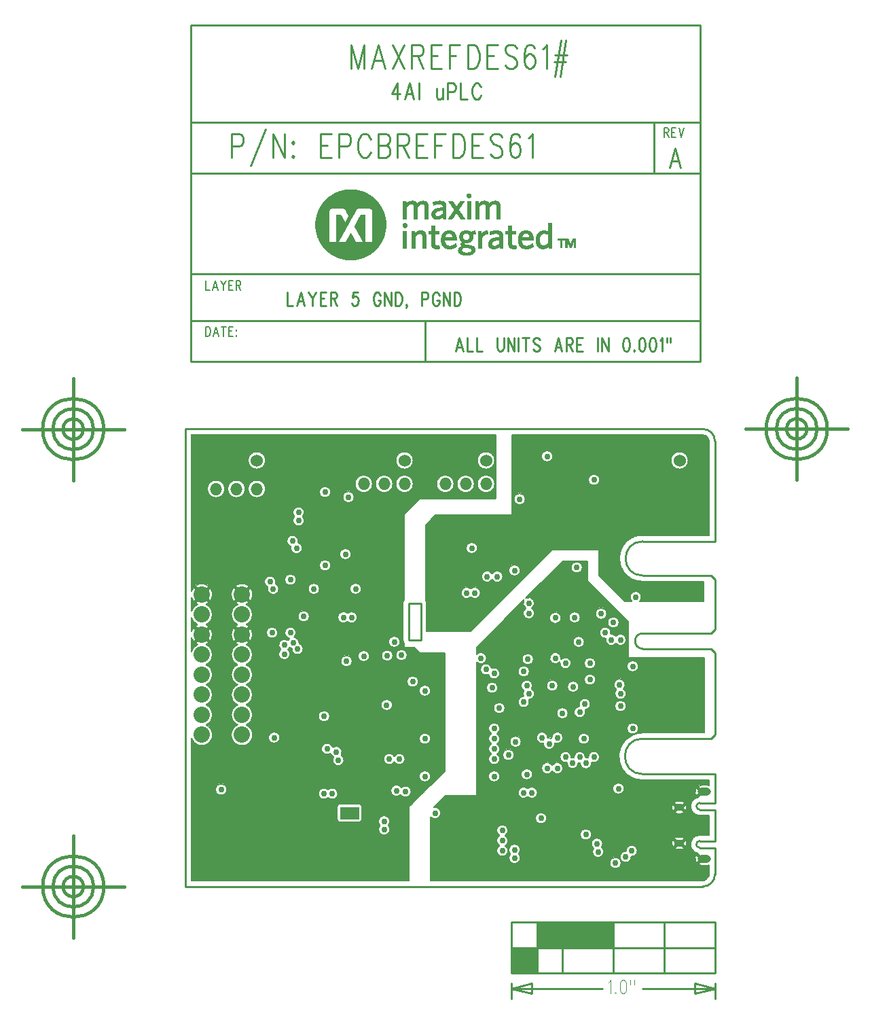
<source format=gbr>
*
*
G04 PADS 9.5 Build Number: 522968 generated Gerber (RS-274-X) file*
G04 PC Version=2.1*
*
%IN "MAXREFDES61_RA.pcb"*%
*
%MOIN*%
*
%FSLAX35Y35*%
*
*
*
*
G04 PC Standard Apertures*
*
*
G04 Thermal Relief Aperture macro.*
%AMTER*
1,1,$1,0,0*
1,0,$1-$2,0,0*
21,0,$3,$4,0,0,45*
21,0,$3,$4,0,0,135*
%
*
*
G04 Annular Aperture macro.*
%AMANN*
1,1,$1,0,0*
1,0,$2,0,0*
%
*
*
G04 Odd Aperture macro.*
%AMODD*
1,1,$1,0,0*
1,0,$1-0.005,0,0*
%
*
*
G04 PC Custom Aperture Macros*
*
*
*
*
*
*
G04 PC Aperture Table*
*
%ADD046C,0.015*%
%ADD048C,0.03*%
%ADD049C,0.035*%
%ADD054C,0.06*%
%ADD198C,0.01*%
%ADD199C,0.007*%
%ADD200C,0.001*%
%ADD232C,0.003*%
%ADD233C,0.002*%
%ADD268O,0.08X0.08*%
%ADD273O,0.06X0.06*%
%ADD281C,0.04921*%
%ADD284R,0.09449X0.06299*%
%ADD290R,0.09843X0.06496*%
%ADD299O,0.06496X0.03937*%
%ADD300O,0.04921X0.03543*%
*
*
*
*
G04 PC Circuitry*
G04 Layer Name MAXREFDES61_RA.pcb - circuitry*
%LPD*%
*
*
G04 PC Custom Flashes*
G04 Layer Name MAXREFDES61_RA.pcb - flashes*
%LPD*%
*
*
G04 PC Circuitry*
G04 Layer Name MAXREFDES61_RA.pcb - circuitry*
%LPD*%
*
G54D46*
G01X1909053Y1555736D02*
X1908098Y1556691D01*
X1901487Y1555736D02*
X1902442Y1556691D01*
X1901487Y1563302D02*
X1902442Y1562347D01*
X1909053Y1563302D02*
X1908098Y1562347D01*
X1889368Y1555736D02*
X1888413Y1556691D01*
X1881802Y1563302D02*
X1882757Y1562347D01*
X1889368Y1563302D02*
X1888413Y1562347D01*
X1881802Y1555736D02*
X1882757Y1556691D01*
X1909053Y1536051D02*
X1908098Y1537006D01*
X1901487Y1536051D02*
X1902442Y1537006D01*
X1901487Y1543617D02*
X1902442Y1542662D01*
X1909053Y1543617D02*
X1908098Y1542662D01*
X1889368Y1536051D02*
X1888413Y1537006D01*
X1889368Y1543617D02*
X1888413Y1542662D01*
X1881802Y1536051D02*
X1882757Y1537006D01*
X1881802Y1543617D02*
X1882757Y1542662D01*
X2116968Y1435283D02*
X2117922Y1436237D01*
X2116968Y1439697D02*
X2117922Y1438743D01*
X2122760Y1439697D02*
X2121806Y1438743D01*
X2122760Y1435283D02*
X2121806Y1436237D01*
X2116968Y1452803D02*
X2117922Y1453757D01*
X2116968Y1457217D02*
X2117922Y1456263D01*
X2122760Y1457217D02*
X2121806Y1456263D01*
X2122760Y1452803D02*
X2121806Y1453757D01*
X2128541Y1427466D02*
X2129496Y1428421D01*
X2128541Y1432160D02*
X2129496Y1431205D01*
X2128541Y1460340D02*
X2129496Y1461295D01*
X2128541Y1465034D02*
X2129496Y1464079D01*
X1822478Y1401207D02*
Y1396207D01*
Y1391207*
Y1431207D02*
Y1401207D01*
X1802478Y1416207D02*
X1797478D01*
X1807478D02*
X1802478D01*
X1822478Y1431207D02*
Y1436207D01*
X1842478Y1416207D02*
X1847478D01*
X1837478D02*
X1842478D01*
X1807478D02*
X1837478D01*
X1827478D02*
G75*
G03X1827478I-5000J0D01*
G01X1837478D02*
G03X1837478I-15000J0D01*
G01X1832478D02*
G03X1832478I-10000J0D01*
G01X1822478Y1436207D02*
Y1441207D01*
X1822439Y1625600D02*
Y1620600D01*
Y1615600*
Y1655600D02*
Y1625600D01*
X1802439Y1640600D02*
X1797439D01*
X1807439D02*
X1802439D01*
X1822439Y1655600D02*
Y1660600D01*
X1842439Y1640600D02*
X1847439D01*
X1837439D02*
X1842439D01*
X1807439D02*
X1837439D01*
X1827439D02*
G03X1827439I-5000J0D01*
G01X1837439D02*
G03X1837439I-15000J0D01*
G01X1832439D02*
G03X1832439I-10000J0D01*
G01X1822439Y1660600D02*
Y1665600D01*
X2177561Y1625699D02*
Y1620699D01*
Y1615699*
Y1655699D02*
Y1625699D01*
X2157561Y1640699D02*
X2152561D01*
X2162561D02*
X2157561D01*
X2177561Y1655699D02*
Y1660699D01*
X2197561Y1640699D02*
X2202561D01*
X2192561D02*
X2197561D01*
X2162561D02*
X2192561D01*
X2182561D02*
G03X2182561I-5000J0D01*
G01X2192561D02*
G03X2192561I-15000J0D01*
G01X2187561D02*
G03X2187561I-10000J0D01*
G01X2177561Y1660699D02*
Y1665699D01*
G54D48*
X1948061Y1447250D03*
X1949561Y1461750D03*
X1935561Y1451750D03*
X1944061Y1447250D03*
X1935561Y1455750D03*
X1945561Y1461750D03*
X1943561Y1431250D03*
X1975561Y1429750D03*
X1975061Y1452750D03*
Y1444250D03*
X2000561Y1446250D03*
X1975061Y1448250D03*
X2000561Y1436250D03*
X2000061Y1452250D03*
X1973561Y1456750D03*
X2043561Y1462250D03*
X2033061Y1438750D03*
X2039061Y1430250D03*
Y1440250D03*
Y1444250D03*
X2033061Y1433750D03*
Y1443750D03*
X2039061Y1434250D03*
X2052061Y1449750D03*
X2079561Y1437250D03*
X2074061Y1441750D03*
X2047561Y1462250D03*
X2083561Y1427750D03*
X2080061Y1433250D03*
X2088561Y1427750D03*
X2096561Y1433750D03*
X2093561Y1430750D03*
X2113061Y1436250D03*
X2109561Y1454750D03*
X2115061Y1439250D03*
X2132061Y1449250D03*
Y1443250D03*
X1895061Y1463750D03*
X1921561Y1494250D03*
X1921061Y1489250D03*
X1955561Y1493750D03*
X1945561Y1499750D03*
X1959561Y1493750D03*
X1949561Y1499750D03*
X1952561Y1478250D03*
X1947061Y1483750D03*
X1959561Y1474750D03*
X1951561Y1482250D03*
X1943561Y1477250D03*
X1995061Y1488750D03*
X1996061Y1498750D03*
X1985561Y1462750D03*
X1977561Y1478750D03*
X1990061Y1465250D03*
X1981061Y1463250D03*
X1990561Y1470250D03*
X1982561Y1478750D03*
X1995061Y1470250D03*
X2029061Y1478750D03*
Y1493750D03*
Y1470250D03*
X2033061Y1487250D03*
X2033561Y1470250D03*
X2036061Y1480750D03*
X2029061Y1488750D03*
Y1483750D03*
Y1498750D03*
X2039561Y1487250D03*
X2071061Y1501750D03*
X2062561Y1501250D03*
X2052561Y1489250D03*
X2045061Y1471250D03*
X2073061Y1488750D03*
X2078061Y1479750D03*
X2060561Y1470250D03*
X2082561Y1479750D03*
X2060061Y1474250D03*
X2064061Y1479750D03*
X2067561Y1476750D03*
X2074061D03*
X2071061Y1479750D03*
X2056061Y1486250D03*
X2055061Y1474250D03*
X2060061Y1489250D03*
X2103061Y1497750D03*
X2085061Y1464250D03*
X2097061Y1493750D03*
X2112561Y1466750D03*
X2090061Y1464250D03*
X1920061Y1540750D03*
X1930561Y1535750D03*
X1926061Y1534750D03*
Y1530250D03*
X1932561Y1532750D03*
X1940061Y1505750D03*
X1938061Y1532750D03*
X1934061Y1540750D03*
X1929061D03*
X1924561D03*
X1956561Y1526750D03*
X1951061D03*
X1962061Y1539250D03*
X1960561Y1529250D03*
X1999561Y1512750D03*
X1995061Y1512250D03*
X1965061Y1529250D03*
X1988061Y1529750D03*
X1980061Y1536250D03*
X1983561Y1529750D03*
X1976311Y1505250D03*
X1970311Y1529250D03*
X1989061Y1516750D03*
X1976561Y1529500D03*
X2031561Y1503750D03*
X2029061Y1508750D03*
X2025061Y1522750D03*
X2043561Y1521750D03*
X2028061Y1513750D03*
X2022561Y1528250D03*
Y1533250D03*
X2043561Y1506750D03*
X2029061Y1520750D03*
X2070561Y1536250D03*
X2083561Y1540750D03*
X2067811Y1514250D03*
X2059061Y1528250D03*
X2073561Y1505750D03*
X2046061Y1510750D03*
X2058061Y1505750D03*
X2057561Y1519750D03*
Y1514750D03*
X2064061Y1525750D03*
X2076061D03*
X2064061Y1530750D03*
X2078561D03*
X2076061Y1517750D03*
X2045061Y1514750D03*
X2045561Y1527750D03*
X2086561Y1537250D03*
X2091061D03*
X2092561Y1525250D03*
X2090561Y1515250D03*
X2091061Y1510750D03*
X2102561Y1516750D03*
X2097061Y1524250D03*
X2102561Y1526750D03*
X2098811Y1504250D03*
X2103061Y1503250D03*
X2091061Y1504750D03*
X1919061Y1565750D03*
X1920561Y1562250D03*
X1916561Y1579750D03*
X1907061Y1578250D03*
X1940561Y1562250D03*
X1959061Y1548250D03*
X1955061D03*
X1935561Y1548750D03*
X1929061Y1566750D03*
X1932061Y1582250D03*
X1961061Y1562250D03*
X1962061Y1543250D03*
X1956061Y1579250D03*
X1946061Y1573750D03*
X1964061Y1581750D03*
X1974061Y1543750D03*
Y1547750D03*
Y1551750D03*
X2025561Y1568250D03*
X2030561D03*
X2039061Y1571250D03*
X2018061Y1582250D03*
X2016061Y1572750D03*
Y1576750D03*
X2015561Y1560250D03*
X2019561D03*
X2006061Y1551750D03*
Y1547750D03*
Y1543750D03*
X2065061Y1572750D03*
X2046061Y1550250D03*
Y1555250D03*
X2068561Y1548250D03*
X2059061Y1548000D03*
X2081561Y1550000D03*
X2058561Y1559750D03*
X2081561Y1554500D03*
X2044561Y1582250D03*
X2054061Y1558750D03*
X2073061Y1548250D03*
X2069561Y1572750D03*
X2087561Y1545750D03*
X2102561Y1562250D03*
X2098561Y1558250D03*
X1916561Y1583750D03*
X1908561Y1602250D03*
X1907061Y1583750D03*
X1930061Y1585750D03*
X1946061Y1609750D03*
X1925061Y1611250D03*
X1929561D03*
X1957561Y1607250D03*
X1928061Y1590250D03*
Y1594250D03*
X1933061Y1599750D03*
Y1595750D03*
X1962061Y1586250D03*
X2041561Y1606250D03*
Y1621250D03*
Y1616250D03*
Y1611250D03*
X2078061Y1615750D03*
X2067061Y1590250D03*
X2058561D03*
X2082561Y1591750D03*
X2074561Y1587750D03*
X2055061Y1627250D03*
X2065061D03*
X2060061D03*
X2070061D03*
G54D49*
X1912561Y1458750D03*
Y1441250D03*
G54D54*
Y1625250D03*
X1985061D03*
X2025061D03*
X1935061D03*
X1957561D03*
X2085061D03*
X2120061D03*
G54D198*
X1927561Y1707813D02*
Y1701250D01*
X1930288*
X1934152Y1707813D02*
X1932334Y1701250D01*
X1934152Y1707813D02*
X1935970Y1701250D01*
X1933016Y1703438D02*
X1935288D01*
X1938016Y1707813D02*
X1939834Y1704688D01*
X1939834D02*
Y1701250D01*
X1941652Y1707813D02*
X1939834Y1704688D01*
X1943697Y1707813D02*
Y1701250D01*
Y1707813D02*
X1946652D01*
X1943697Y1704688D02*
X1945516D01*
X1943697Y1701250D02*
X1946652D01*
X1948697Y1707813D02*
Y1701250D01*
Y1707813D02*
X1950743D01*
X1950743D02*
X1951425Y1707500D01*
X1951652Y1707188*
X1951652D02*
X1951879Y1706563D01*
X1951879D02*
Y1705938D01*
X1951879D02*
X1951652Y1705313D01*
X1951652D02*
X1951425Y1705000D01*
X1950743Y1704688*
X1950743D02*
X1948697D01*
X1950288D02*
X1951879Y1701250D01*
X1962106Y1707813D02*
X1959834D01*
X1959834D02*
X1959606Y1705000D01*
X1959834Y1705313*
X1959834D02*
X1960516Y1705625D01*
X1961197*
X1961879Y1705313*
X1961879D02*
X1962334Y1704688D01*
X1962334D02*
X1962561Y1703750D01*
X1962334Y1703125*
X1962106Y1702188*
X1962106D02*
X1961652Y1701563D01*
X1961652D02*
X1960970Y1701250D01*
X1960288*
X1959606Y1701563*
X1959606D02*
X1959379Y1701875D01*
X1959152Y1702500*
X1973243Y1706250D02*
X1973016Y1706875D01*
X1972561Y1707500*
X1972106Y1707813*
X1972106D02*
X1971197D01*
X1971197D02*
X1970743Y1707500D01*
X1970288Y1706875*
X1970061Y1706250*
X1969834Y1705313*
X1969834D02*
Y1703750D01*
X1970061Y1702813*
X1970061D02*
X1970288Y1702188D01*
X1970288D02*
X1970743Y1701563D01*
X1970743D02*
X1971197Y1701250D01*
X1972106*
X1972561Y1701563*
X1972561D02*
X1973016Y1702188D01*
X1973016D02*
X1973243Y1702813D01*
X1973243D02*
Y1703750D01*
X1972106D02*
X1973243D01*
X1975288Y1707813D02*
Y1701250D01*
Y1707813D02*
X1978470Y1701250D01*
Y1707813D02*
Y1701250D01*
X1980516Y1707813D02*
Y1701250D01*
Y1707813D02*
X1982106D01*
X1982106D02*
X1982788Y1707500D01*
X1983243Y1706875*
X1983470Y1706250*
X1983697Y1705313*
X1983697D02*
Y1703750D01*
X1983470Y1702813*
X1983470D02*
X1983243Y1702188D01*
X1983243D02*
X1982788Y1701563D01*
X1982788D02*
X1982106Y1701250D01*
X1980516*
X1986197Y1701563D02*
X1985970Y1701250D01*
X1985743Y1701563*
X1985743D02*
X1985970Y1701875D01*
X1986197Y1701563*
X1986197D02*
Y1700937D01*
X1986197D02*
X1985970Y1700312D01*
X1985970D02*
X1985743Y1700000D01*
X1993470Y1707813D02*
Y1701250D01*
Y1707813D02*
X1995516D01*
X1995516D02*
X1996197Y1707500D01*
X1996425Y1707188*
X1996425D02*
X1996652Y1706563D01*
X1996652D02*
Y1705625D01*
X1996425Y1705000*
X1996197Y1704688*
X1996197D02*
X1995516Y1704375D01*
X1993470*
X2002106Y1706250D02*
X2001879Y1706875D01*
X2001425Y1707500*
X2000970Y1707813*
X2000970D02*
X2000061D01*
X2000061D02*
X1999606Y1707500D01*
X1999152Y1706875*
X1998925Y1706250*
X1998697Y1705313*
X1998697D02*
Y1703750D01*
X1998925Y1702813*
X1998925D02*
X1999152Y1702188D01*
X1999152D02*
X1999606Y1701563D01*
X1999606D02*
X2000061Y1701250D01*
X2000970*
X2001425Y1701563*
X2001425D02*
X2001879Y1702188D01*
X2001879D02*
X2002106Y1702813D01*
X2002106D02*
Y1703750D01*
X2000970D02*
X2002106D01*
X2004152Y1707813D02*
Y1701250D01*
Y1707813D02*
X2007334Y1701250D01*
Y1707813D02*
Y1701250D01*
X2009379Y1707813D02*
Y1701250D01*
Y1707813D02*
X2010970D01*
X2010970D02*
X2011652Y1707500D01*
X2012106Y1706875*
X2012334Y1706250*
X2012561Y1705313*
X2012561D02*
Y1703750D01*
X2012334Y1702813*
X2012334D02*
X2012106Y1702188D01*
X2012106D02*
X2011652Y1701563D01*
X2011652D02*
X2010970Y1701250D01*
X2009379*
X2101970Y1488825D02*
G03Y1471368I0J-8729D01*
G01X2137404*
Y1457274*
X2129982*
X2129981D02*
G03X2129984Y1453947I-9J-1664D01*
G01X2129982D02*
X2137404D01*
Y1438593*
X2129963*
G03Y1435246I-0J-1674*
G01X2137404*
Y1422156*
X2131498Y1416250D02*
G03X2137404Y1422156I0J5906D01*
G01X2131498Y1416250D02*
X1877561D01*
Y1640659*
X2131498*
X2131498*
X2137404Y1634754D02*
G03X2131498Y1640659I-5906J-0D01*
G01X2137404Y1634754D02*
Y1585541D01*
X2101970*
G03Y1568746I0J-8397*
G01X2135435*
X2137404Y1566778*
Y1542368*
X2135435Y1540400*
X2101970*
X2101970*
G03Y1532919I0J-3741*
G01X2135435*
X2137404Y1530951*
Y1490793*
X2135435Y1488825*
X2101970*
X1987061Y1555250D02*
X1993061D01*
Y1537250*
X1987061*
Y1555250*
X2037561Y1373750D02*
X2137561D01*
Y1398750*
X2037561*
Y1373750*
Y1366250D02*
X2082061D01*
X2037561D02*
X2047561Y1368750D01*
Y1363750*
X2037561Y1366250*
X2137561D02*
X2101697D01*
X2137561D02*
X2127561Y1363750D01*
Y1368750*
X2137561Y1366250*
X2037561Y1368750D02*
Y1361250D01*
X2137561Y1368750D02*
Y1361250D01*
X2039561Y1373750D02*
Y1386250D01*
X2040561Y1373750D02*
Y1386250D01*
X2041561D02*
Y1373750D01*
X2042561Y1386250D02*
Y1373750D01*
X2043561Y1386250D02*
Y1373750D01*
X2044561Y1386250D02*
Y1373750D01*
X2045561Y1386250D02*
Y1373750D01*
X2046561Y1386250D02*
Y1373750D01*
X2047561D02*
Y1386250D01*
X2048561Y1373750D02*
Y1386250D01*
X2051561D02*
Y1398750D01*
X2052561Y1386250D02*
Y1398750D01*
X2053561D02*
Y1386250D01*
X2054561Y1398750D02*
Y1386250D01*
X2055561Y1398750D02*
Y1386250D01*
X2056561Y1398750D02*
Y1386250D01*
X2057561Y1398750D02*
Y1386250D01*
X2058561Y1398750D02*
Y1386250D01*
X2059561D02*
Y1398750D01*
X2060561Y1386250D02*
Y1398750D01*
X2050061Y1373750D02*
Y1398750D01*
X2062561Y1373750D02*
Y1398750D01*
X2037561Y1386250D02*
X2137561D01*
X2112561Y1373750D02*
Y1398750D01*
X2087561Y1373750D02*
Y1398750D01*
X2038561Y1373750D02*
Y1386250D01*
X2049061Y1373750D02*
Y1386250D01*
X2051061D02*
Y1398750D01*
X2061561Y1386250D02*
Y1398750D01*
X2064561Y1386250D02*
Y1398750D01*
X2063561Y1386250D02*
Y1398750D01*
X2065561Y1386250D02*
Y1398750D01*
X2066561D02*
Y1386250D01*
X2067561Y1398750D02*
Y1386250D01*
X2068561Y1398750D02*
Y1386250D01*
X2069561Y1398750D02*
Y1386250D01*
X2070561Y1398750D02*
Y1386250D01*
X2072561D02*
Y1398750D01*
X2071561D02*
Y1386250D01*
X2073561D02*
Y1398750D01*
X2074561Y1386250D02*
Y1398750D01*
X2076561Y1386250D02*
Y1398750D01*
X2075561Y1386250D02*
Y1398750D01*
X2077561Y1386250D02*
Y1398750D01*
X2078561D02*
Y1386250D01*
X2079561Y1398750D02*
Y1386250D01*
X2080561Y1398750D02*
Y1386250D01*
X2081561Y1398750D02*
Y1386250D01*
X2082561Y1398750D02*
Y1386250D01*
X2083561Y1398750D02*
Y1386250D01*
X2084561D02*
Y1398750D01*
X2085561Y1386250D02*
Y1398750D01*
X2086561Y1386250D02*
Y1398750D01*
X2130061Y1673750D02*
Y1838750D01*
X1880061*
Y1673750*
X2130061*
X2107561Y1791250D02*
Y1766250D01*
X2130061Y1791250D02*
X1880061D01*
X2130061Y1766250D02*
X1880061D01*
X2130061Y1693750D02*
X1880061D01*
X2130061Y1716950D02*
X1880061D01*
X1995061Y1673750D02*
Y1693750D01*
X1981489Y1810326D02*
X1978762Y1805076D01*
X1982853*
X1981489Y1810326D02*
Y1802451D01*
X1987489Y1810326D02*
X1985307Y1802451D01*
X1987489Y1810326D02*
X1989671Y1802451D01*
X1986125Y1805076D02*
X1988853D01*
X1992125Y1810326D02*
Y1802451D01*
X2000853Y1807701D02*
Y1803951D01*
X2001125Y1802826*
X2001671Y1802451*
X2002489*
X2003035Y1802826*
X2003853Y1803951*
Y1807701D02*
Y1802451D01*
X2006307Y1810326D02*
Y1802451D01*
Y1810326D02*
X2008762D01*
X2009580Y1809951*
X2009853Y1809576*
X2010125Y1808826*
Y1807701*
X2009853Y1806951*
X2009580Y1806576*
X2008762Y1806201*
X2006307*
X2012580Y1810326D02*
Y1802451D01*
X2015853*
X2022398Y1808451D02*
X2022125Y1809201D01*
X2021580Y1809951*
X2021035Y1810326*
X2019944*
X2019398Y1809951*
X2018853Y1809201*
X2018580Y1808451*
X2018307Y1807326*
Y1805451*
X2018580Y1804326*
X2018853Y1803576*
X2019398Y1802826*
X2019944Y1802451*
X2021035*
X2021580Y1802826*
X2022125Y1803576*
X2022398Y1804326*
X1958762Y1829263D02*
Y1817451D01*
Y1829263D02*
X1962035Y1817451D01*
X1965307Y1829263D02*
X1962035Y1817451D01*
X1965307Y1829263D02*
Y1817451D01*
X1972262Y1829263D02*
X1968989Y1817451D01*
X1972262Y1829263D02*
X1975535Y1817451D01*
X1970216Y1821388D02*
X1974307D01*
X1979216Y1829263D02*
X1984944Y1817451D01*
Y1829263D02*
X1979216Y1817451D01*
X1988625Y1829263D02*
Y1817451D01*
Y1829263D02*
X1992307D01*
X1993535Y1828701*
X1993944Y1828138*
X1994353Y1827013*
Y1825888*
X1993944Y1824763*
X1993535Y1824201*
X1992307Y1823638*
X1988625*
X1991489D02*
X1994353Y1817451D01*
X1998035Y1829263D02*
Y1817451D01*
Y1829263D02*
X2003353D01*
X1998035Y1823638D02*
X2001307D01*
X1998035Y1817451D02*
X2003353D01*
X2007035Y1829263D02*
Y1817451D01*
Y1829263D02*
X2012353D01*
X2007035Y1823638D02*
X2010307D01*
X2016035Y1829263D02*
Y1817451D01*
Y1829263D02*
X2018898D01*
X2020125Y1828701*
X2020944Y1827576*
X2021353Y1826451*
X2021762Y1824763*
Y1821951*
X2021353Y1820263*
X2020944Y1819138*
X2020125Y1818013*
X2018898Y1817451*
X2016035*
X2025444Y1829263D02*
Y1817451D01*
Y1829263D02*
X2030762D01*
X2025444Y1823638D02*
X2028716D01*
X2025444Y1817451D02*
X2030762D01*
X2040171Y1827576D02*
X2039353Y1828701D01*
X2038125Y1829263*
X2036489*
X2035262Y1828701*
X2034444Y1827576*
Y1826451*
X2034853Y1825326*
X2035262Y1824763*
X2036080Y1824201*
X2038535Y1823076*
X2039353Y1822513*
X2039762Y1821951*
X2040171Y1820826*
Y1819138*
X2039353Y1818013*
X2038125Y1817451*
X2036489*
X2035262Y1818013*
X2034444Y1819138*
X2048762Y1827576D02*
X2048353Y1828701D01*
X2047125Y1829263*
X2046307*
X2045080Y1828701*
X2044262Y1827013*
X2043853Y1824201*
Y1821388*
X2044262Y1819138*
X2045080Y1818013*
X2046307Y1817451*
X2046716*
X2047944Y1818013*
X2048762Y1819138*
X2049171Y1820826*
Y1821388*
X2048762Y1823076*
X2047944Y1824201*
X2046716Y1824763*
X2046307*
X2045080Y1824201*
X2044262Y1823076*
X2043853Y1821388*
X2052853Y1827013D02*
X2053671Y1827576D01*
X2054898Y1829263*
Y1817451*
X2061853Y1831513D02*
X2058989Y1813513D01*
X2064307Y1831513D02*
X2061444Y1813513D01*
X2058989Y1824201D02*
X2064716D01*
X2058580Y1820826D02*
X2064307D01*
X1900061Y1785563D02*
Y1773750D01*
Y1785563D02*
X1903743D01*
X1903743D02*
X1904970Y1785000D01*
X1905379Y1784438*
X1905379D02*
X1905788Y1783313D01*
X1905788D02*
Y1781625D01*
X1905379Y1780500*
X1904970Y1779938*
X1904970D02*
X1903743Y1779375D01*
X1900061*
X1916834Y1787813D02*
X1909470Y1769812D01*
X1920516Y1785563D02*
Y1773750D01*
Y1785563D02*
X1926243Y1773750D01*
Y1785563D02*
Y1773750D01*
X1930334Y1781625D02*
X1929925Y1781063D01*
X1929925D02*
X1930334Y1780500D01*
X1930743Y1781063*
X1930743D02*
X1930334Y1781625D01*
Y1774875D02*
X1929925Y1774313D01*
X1929925D02*
X1930334Y1773750D01*
X1930743Y1774313*
X1930743D02*
X1930334Y1774875D01*
X1943834Y1785563D02*
Y1773750D01*
Y1785563D02*
X1949152D01*
X1943834Y1779938D02*
X1947106D01*
X1943834Y1773750D02*
X1949152D01*
X1952834Y1785563D02*
Y1773750D01*
Y1785563D02*
X1956516D01*
X1956516D02*
X1957743Y1785000D01*
X1958152Y1784438*
X1958152D02*
X1958561Y1783313D01*
X1958561D02*
Y1781625D01*
X1958152Y1780500*
X1957743Y1779938*
X1957743D02*
X1956516Y1779375D01*
X1952834*
X1968379Y1782750D02*
X1967970Y1783875D01*
X1967152Y1785000*
X1966334Y1785563*
X1966334D02*
X1964697D01*
X1964697D02*
X1963879Y1785000D01*
X1963061Y1783875*
X1962652Y1782750*
X1962243Y1781063*
X1962243D02*
Y1778250D01*
X1962652Y1776563*
X1962652D02*
X1963061Y1775438D01*
X1963061D02*
X1963879Y1774313D01*
X1963879D02*
X1964697Y1773750D01*
X1966334*
X1967152Y1774313*
X1967152D02*
X1967970Y1775438D01*
X1967970D02*
X1968379Y1776563D01*
X1972061Y1785563D02*
Y1773750D01*
Y1785563D02*
X1975743D01*
X1975743D02*
X1976970Y1785000D01*
X1977379Y1784438*
X1977379D02*
X1977788Y1783313D01*
X1977788D02*
Y1782188D01*
X1977788D02*
X1977379Y1781063D01*
X1977379D02*
X1976970Y1780500D01*
X1975743Y1779938*
X1972061D02*
X1975743D01*
X1975743D02*
X1976970Y1779375D01*
X1977379Y1778813*
X1977379D02*
X1977788Y1777688D01*
X1977788D02*
Y1776000D01*
X1977379Y1774875*
X1976970Y1774313*
X1976970D02*
X1975743Y1773750D01*
X1972061*
X1981470Y1785563D02*
Y1773750D01*
Y1785563D02*
X1985152D01*
X1985152D02*
X1986379Y1785000D01*
X1986788Y1784438*
X1986788D02*
X1987197Y1783313D01*
X1987197D02*
Y1782188D01*
X1987197D02*
X1986788Y1781063D01*
X1986788D02*
X1986379Y1780500D01*
X1985152Y1779938*
X1985152D02*
X1981470D01*
X1984334D02*
X1987197Y1773750D01*
X1990879Y1785563D02*
Y1773750D01*
Y1785563D02*
X1996197D01*
X1990879Y1779938D02*
X1994152D01*
X1990879Y1773750D02*
X1996197D01*
X1999879Y1785563D02*
Y1773750D01*
Y1785563D02*
X2005197D01*
X1999879Y1779938D02*
X2003152D01*
X2008879Y1785563D02*
Y1773750D01*
Y1785563D02*
X2011743D01*
X2011743D02*
X2012970Y1785000D01*
X2013788Y1783875*
X2014197Y1782750*
X2014606Y1781063*
X2014606D02*
Y1778250D01*
X2014197Y1776563*
X2014197D02*
X2013788Y1775438D01*
X2013788D02*
X2012970Y1774313D01*
X2012970D02*
X2011743Y1773750D01*
X2008879*
X2018288Y1785563D02*
Y1773750D01*
Y1785563D02*
X2023606D01*
X2018288Y1779938D02*
X2021561D01*
X2018288Y1773750D02*
X2023606D01*
X2033016Y1783875D02*
X2032197Y1785000D01*
X2030970Y1785563*
X2030970D02*
X2029334D01*
X2029334D02*
X2028106Y1785000D01*
X2027288Y1783875*
Y1782750*
X2027697Y1781625*
X2028106Y1781063*
X2028106D02*
X2028925Y1780500D01*
X2031379Y1779375*
X2032197Y1778813*
X2032197D02*
X2032606Y1778250D01*
X2033016Y1777125*
Y1775438*
X2033016D02*
X2032197Y1774313D01*
X2032197D02*
X2030970Y1773750D01*
X2029334*
X2028106Y1774313*
X2028106D02*
X2027288Y1775438D01*
X2041606Y1783875D02*
X2041197Y1785000D01*
X2039970Y1785563*
X2039970D02*
X2039152D01*
X2039152D02*
X2037925Y1785000D01*
X2037106Y1783313*
X2037106D02*
X2036697Y1780500D01*
Y1777688*
X2036697D02*
X2037106Y1775438D01*
X2037106D02*
X2037925Y1774313D01*
X2037925D02*
X2039152Y1773750D01*
X2039561*
X2040788Y1774313*
X2040788D02*
X2041606Y1775438D01*
X2041606D02*
X2042016Y1777125D01*
Y1777688*
X2042016D02*
X2041606Y1779375D01*
X2040788Y1780500*
X2039561Y1781063*
X2039561D02*
X2039152D01*
X2039152D02*
X2037925Y1780500D01*
X2037106Y1779375*
X2036697Y1777688*
X2045697Y1783313D02*
X2046516Y1783875D01*
X2047743Y1785563*
X2047743D02*
Y1773750D01*
X2117788Y1778594D02*
X2115061Y1768750D01*
X2117788Y1778594D02*
X2120516Y1768750D01*
X2116084Y1772031D02*
X2119493D01*
X2011879Y1685313D02*
X2010061Y1678750D01*
X2011879Y1685313D02*
X2013697Y1678750D01*
X2010743Y1680938D02*
X2013016D01*
X2015743Y1685313D02*
Y1678750D01*
X2018470*
X2020516Y1685313D02*
Y1678750D01*
X2023243*
X2030516Y1685313D02*
Y1680625D01*
X2030743Y1679688*
X2030743D02*
X2031197Y1679063D01*
X2031197D02*
X2031879Y1678750D01*
X2032334*
X2033016Y1679063*
X2033016D02*
X2033470Y1679688D01*
X2033470D02*
X2033697Y1680625D01*
Y1685313*
X2035743D02*
Y1678750D01*
Y1685313D02*
X2038925Y1678750D01*
Y1685313D02*
Y1678750D01*
X2040970Y1685313D02*
Y1678750D01*
X2044606Y1685313D02*
Y1678750D01*
X2043016Y1685313D02*
X2046197D01*
X2051425Y1684375D02*
X2050970Y1685000D01*
X2050288Y1685313*
X2050288D02*
X2049379D01*
X2049379D02*
X2048697Y1685000D01*
X2048243Y1684375*
Y1683750*
X2048470Y1683125*
X2048697Y1682813*
X2048697D02*
X2049152Y1682500D01*
X2050516Y1681875*
X2050970Y1681563*
X2050970D02*
X2051197Y1681250D01*
X2051425Y1680625*
Y1679688*
X2051425D02*
X2050970Y1679063D01*
X2050970D02*
X2050288Y1678750D01*
X2049379*
X2048697Y1679063*
X2048697D02*
X2048243Y1679688D01*
X2060516Y1685313D02*
X2058697Y1678750D01*
X2060516Y1685313D02*
X2062334Y1678750D01*
X2059379Y1680938D02*
X2061652D01*
X2064379Y1685313D02*
Y1678750D01*
Y1685313D02*
X2066425D01*
X2066425D02*
X2067106Y1685000D01*
X2067334Y1684688*
X2067334D02*
X2067561Y1684063D01*
X2067561D02*
Y1683438D01*
X2067561D02*
X2067334Y1682813D01*
X2067334D02*
X2067106Y1682500D01*
X2066425Y1682188*
X2066425D02*
X2064379D01*
X2065970D02*
X2067561Y1678750D01*
X2069606Y1685313D02*
Y1678750D01*
Y1685313D02*
X2072561D01*
X2069606Y1682188D02*
X2071425D01*
X2069606Y1678750D02*
X2072561D01*
X2079834Y1685313D02*
Y1678750D01*
X2081879Y1685313D02*
Y1678750D01*
Y1685313D02*
X2085061Y1678750D01*
Y1685313D02*
Y1678750D01*
X2093697Y1685313D02*
X2093016Y1685000D01*
X2092561Y1684063*
X2092561D02*
X2092334Y1682500D01*
Y1681563*
X2092334D02*
X2092561Y1680000D01*
X2093016Y1679063*
X2093016D02*
X2093697Y1678750D01*
X2094152*
X2094834Y1679063*
X2094834D02*
X2095288Y1680000D01*
X2095516Y1681563*
X2095516D02*
Y1682500D01*
X2095288Y1684063*
X2095288D02*
X2094834Y1685000D01*
X2094152Y1685313*
X2094152D02*
X2093697D01*
X2097788Y1679375D02*
X2097561Y1679063D01*
X2097561D02*
X2097788Y1678750D01*
X2098016Y1679063*
X2098016D02*
X2097788Y1679375D01*
X2101425Y1685313D02*
X2100743Y1685000D01*
X2100288Y1684063*
X2100288D02*
X2100061Y1682500D01*
Y1681563*
X2100061D02*
X2100288Y1680000D01*
X2100743Y1679063*
X2100743D02*
X2101425Y1678750D01*
X2101879*
X2102561Y1679063*
X2102561D02*
X2103016Y1680000D01*
X2103243Y1681563*
X2103243D02*
Y1682500D01*
X2103016Y1684063*
X2103016D02*
X2102561Y1685000D01*
X2101879Y1685313*
X2101879D02*
X2101425D01*
X2106652D02*
X2105970Y1685000D01*
X2105516Y1684063*
X2105516D02*
X2105288Y1682500D01*
Y1681563*
X2105288D02*
X2105516Y1680000D01*
X2105970Y1679063*
X2105970D02*
X2106652Y1678750D01*
X2107106*
X2107788Y1679063*
X2107788D02*
X2108243Y1680000D01*
X2108470Y1681563*
X2108470D02*
Y1682500D01*
X2108243Y1684063*
X2108243D02*
X2107788Y1685000D01*
X2107106Y1685313*
X2107106D02*
X2106652D01*
X2110516Y1684063D02*
X2110970Y1684375D01*
X2111652Y1685313*
X2111652D02*
Y1678750D01*
X2113697Y1685313D02*
Y1683125D01*
X2115516Y1685313D02*
Y1683125D01*
G54D199*
X2091411Y1427750D02*
G03X2091411I-2850J0D01*
G01X2092911Y1464250D02*
G03X2092911I-2850J0D01*
G01X2099911Y1493750D02*
G03X2099911I-2850J0D01*
G01Y1524250D02*
G03X2099911I-2850J0D01*
G01X2093911Y1504750D02*
G03X2093911I-2850J0D01*
G01X2090411Y1545750D02*
G03X2090411I-2850J0D01*
G01X2075911Y1488750D02*
G03X2075911I-2850J0D01*
G01X2078911Y1517750D02*
G03X2078911I-2850J0D01*
G01Y1525750D02*
G03X2078911I-2850J0D01*
G01X2084411Y1550000D02*
G03X2084411I-2850J0D01*
G01X2065411Y1501250D02*
G03X2065411I-2850J0D01*
G01X2070661Y1514250D02*
G03X2070661I-2850J0D01*
G01X2073411Y1536250D02*
G03X2073411I-2850J0D01*
G01X2071411Y1548250D02*
G03X2071411I-2850J0D01*
G01X2072411Y1572750D02*
G03X2072411I-2850J0D01*
G01X2061911Y1548000D02*
G03X2061911I-2850J0D01*
G01X2047911Y1471250D02*
G03X2047911I-2850J0D01*
G01X2038911Y1480750D02*
G03X2038911I-2850J0D01*
G01X2042411Y1487250D02*
G03X2042411I-2850J0D01*
G01X2046411Y1521750D02*
G03X2046411I-2850J0D01*
G01X2048411Y1527750D02*
G03X2048411I-2850J0D01*
G01X2031911Y1470250D02*
G03X2031911I-2850J0D01*
G01X2034411Y1503750D02*
G03X2034411I-2850J0D01*
G01X2030911Y1513750D02*
G03X2030911I-2850J0D01*
G01X2060411Y1514750D02*
G03X2060411I-2850J0D01*
G01X2054911Y1449750D02*
G03X2054911I-2850J0D01*
G01X2076911Y1441750D02*
G03X2076911I-2850J0D01*
G01X2124411Y1625250D02*
G03X2124411I-4350J0D01*
G01X2080911Y1615750D02*
G03X2080911I-2850J0D01*
G01X2057911Y1627250D02*
G03X2057911I-2850J0D01*
G01X2041911Y1571250D02*
G03X2041911I-2850J0D01*
G01X2044411Y1606250D02*
G03X2044411I-2850J0D01*
G01X2020911Y1582250D02*
G03X2020911I-2850J0D01*
G01X2029411Y1613750D02*
G03X2029411I-4350J0D01*
G01Y1625250D02*
G03X2029411I-4350J0D01*
G01X2019411Y1613750D02*
G03X2019411I-4350J0D01*
G01X1997911Y1470250D02*
G03X1997911I-2850J0D01*
G01Y1488750D02*
G03X1997911I-2850J0D01*
G01Y1512250D02*
G03X1997911I-2850J0D01*
G01X1991911Y1516750D02*
G03X1991911I-2850J0D01*
G01X1986411Y1529750D02*
G03X1986411I-2850J0D01*
G01X2009411Y1613750D02*
G03X2009411I-4350J0D01*
G01X1979161Y1505250D02*
G03X1979161I-2850J0D01*
G01X1979411Y1529500D02*
G03X1979411I-2850J0D01*
G01X1982911Y1536250D02*
G03X1982911I-2850J0D01*
G01X1989411Y1613750D02*
G03X1989411I-4350J0D01*
G01Y1625250D02*
G03X1989411I-4350J0D01*
G01X1979411Y1613750D02*
G03X1979411I-4350J0D01*
G01X1967911Y1529250D02*
G03X1967911I-2850J0D01*
G01X1959411Y1526750D02*
G03X1959411I-2850J0D01*
G01X1963911Y1562250D02*
G03X1963911I-2850J0D01*
G01X1969411Y1613750D02*
G03X1969411I-4350J0D01*
G01X1958911Y1579250D02*
G03X1958911I-2850J0D01*
G01X1960411Y1607250D02*
G03X1960411I-2850J0D01*
G01X1948411Y1499750D02*
G03X1948411I-2850J0D01*
G01X1938411Y1548750D02*
G03X1938411I-2850J0D01*
G01X1943411Y1562250D02*
G03X1943411I-2850J0D01*
G01X1948911Y1573750D02*
G03X1948911I-2850J0D01*
G01Y1609750D02*
G03X1948911I-2850J0D01*
G01X1931911Y1566750D02*
G03X1931911I-2850J0D01*
G01X1922911Y1540750D02*
G03X1922911I-2850J0D01*
G01X1916911Y1611250D02*
G03X1916911I-4350J0D01*
G01Y1625250D02*
G03X1916911I-4350J0D01*
G01X1906911Y1611250D02*
G03X1906911I-4350J0D01*
G01X1897911Y1463750D02*
G03X1897911I-2850J0D01*
G01X1896911Y1611250D02*
G03X1896911I-4350J0D01*
G01X1923911Y1489250D02*
G03X1923911I-2850J0D01*
G01X2134554Y1422156D02*
Y1426635D01*
G03X2134507Y1426668I-35J0*
G01X2133447Y1426494D02*
G03X2134507Y1426668I-0J3319D01*
G01X2133447Y1426494D02*
X2130888D01*
X2128893Y1432465D02*
G03X2130888Y1426494I1995J-2652D01*
G01X2128893Y1432465D02*
G03X2128881Y1432527I-21J28D01*
G01X2129963Y1441443D02*
G03X2128881Y1432527I-0J-4524D01*
G01X2129963Y1441443D02*
X2134519D01*
G03X2134554Y1441478I-0J35*
G01Y1451062*
G03X2134519Y1451097I-35J-0*
G01X2129989*
X2129989*
X2128864Y1459986D02*
G03X2129989Y1451097I1108J-4376D01*
G01X2128864Y1459986D02*
G03X2128877Y1460047I-9J33D01*
G01X2130888Y1466006D02*
G03X2128877Y1460047I-0J-3319D01*
G01X2130888Y1466006D02*
X2133447D01*
X2134507Y1465832D02*
G03X2133447Y1466006I-1060J-3145D01*
G01X2134507Y1465832D02*
G03X2134554Y1465865I12J33D01*
G01Y1468365*
G03X2134519Y1468400I-35J0*
G01X2101811*
X2097084Y1490593D02*
G03X2101811Y1468400I4727J-10593D01*
G01X2097084Y1490593D02*
X2101970Y1491675*
G03X2097084Y1490593I0J-11579D01*
G01X2101970Y1491675D02*
X2132176D01*
G03X2132211Y1491710I0J35*
G01Y1528365*
G03X2132176Y1528400I-35J0*
G01X2094711*
Y1546091*
G03X2094701Y1546115I-35J-0*
G01X2074711Y1566105*
Y1575865*
G03X2074676Y1575900I-35J0*
G01X2062720*
G03X2062696Y1575890I0J-35*
G01X2044559Y1557753*
G03X2044601Y1557698I24J-25*
G01X2047483Y1552780D02*
G03X2044601Y1557698I-1422J2470D01*
G01X2047483Y1552780D02*
G03Y1552720I18J-30D01*
G01X2044639D02*
G03X2047483I1422J-2470D01*
G01X2044639D02*
G03Y1552780I-18J30D01*
G01X2043613Y1556710D02*
G03X2044639Y1552780I2448J-1460D01*
G01X2043613Y1556710D02*
G03X2043558Y1556752I-30J18D01*
G01X2020421Y1533615*
G03X2020411Y1533591I25J-24*
G01Y1530212*
G03X2020472Y1530188I35J0*
G01Y1526312D02*
G03Y1530188I2089J1938D01*
G01Y1526312D02*
G03X2020411Y1526288I-26J-24D01*
G01Y1460900*
X2005220*
G03X2005196Y1460890I0J-35*
G01X1999393Y1455087*
G03X1999426Y1455028I25J-25*
G01X1997972Y1450312D02*
G03X1999426Y1455028I2089J1938D01*
G01X1997972Y1450312D02*
G03X1997911Y1450288I-26J-24D01*
G01Y1419135*
G03X1997946Y1419100I35J0*
G01X2131498*
G03X2132629Y1419317I0J3056*
X2132641Y1419325I-13J33*
G01X2134329Y1421013*
G03X2134336Y1421024I-25J24*
X2134554Y1422156I-2838J1132*
G01Y1588635D02*
Y1634754D01*
G03X2131498Y1637809I-3056J-0*
G01X2131498*
X2131498*
X2037946*
G03X2037911Y1637774I0J-35*
G01Y1598400*
X2000220*
G03X2000196Y1598390I0J-35*
G01X1995421Y1593615*
G03X1995411Y1593591I25J-24*
G01Y1556873*
G03X1995417Y1556854I35J0*
G01X1995911Y1555250D02*
G03X1995417Y1556854I-2850J0D01*
G01X1995911Y1555250D02*
Y1541635D01*
G03X1995946Y1541600I35J0*
G01X2017402*
G03X2017426Y1541610I-0J35*
G01X2057416Y1581600*
X2080411*
Y1568909*
G03X2080421Y1568885I35J0*
G01X2093196Y1556110*
G03X2093220Y1556100I24J25*
G01X2096599*
G03X2096623Y1556161I-0J35*
G01X2100499D02*
G03X2096623I-1938J2089D01*
G01X2100499D02*
G03X2100523Y1556100I24J-26D01*
G01X2131676*
G03X2131711Y1556135I0J35*
G01Y1565861*
G03X2131676Y1565896I-35J0*
G01X2101970*
X2101613Y1565902D02*
G03X2101970Y1565896I357J11242D01*
G01X2101613Y1565902D02*
X2101811Y1588600*
G03X2101612Y1565902I0J-11350D01*
G01X2101811Y1588600D02*
X2134519D01*
G03X2134554Y1588635I-0J35*
G01X2029711Y1606635D02*
Y1637774D01*
G03X2029676Y1637809I-35J0*
G01X1880446*
G03X1880411Y1637774I0J-35*
G01Y1561128*
G03X1880479Y1561118I35J0*
G01X1887757Y1554630D02*
G03X1880479Y1561118I-2172J4889D01*
G01X1887757Y1554630D02*
G03Y1554566I14J-32D01*
G01Y1544787D02*
G03Y1554566I-2172J4889D01*
G01Y1544787D02*
G03Y1544723I14J-32D01*
G01Y1534945D02*
G03Y1544723I-2172J4889D01*
G01Y1534945D02*
G03Y1534881I14J-32D01*
G01Y1525102D02*
G03Y1534881I-2172J4889D01*
G01Y1525102D02*
G03Y1525038I14J-32D01*
G01Y1515260D02*
G03Y1525038I-2172J4889D01*
G01Y1515260D02*
G03Y1515196I14J-32D01*
G01Y1505417D02*
G03Y1515196I-2172J4889D01*
G01Y1505417D02*
G03Y1505353I14J-32D01*
G01Y1495575D02*
G03Y1505353I-2172J4889D01*
G01Y1495575D02*
G03Y1495511I14J-32D01*
G01X1880479Y1489023D02*
G03X1887757Y1495511I5106J1598D01*
G01X1880479Y1489023D02*
G03X1880411Y1489012I-33J-11D01*
G01Y1419135*
G03X1880446Y1419100I35J0*
G01X1987176*
G03X1987211Y1419135I0J35*
G01Y1455395*
X2004701Y1472885*
G03X2004711Y1472909I-25J24*
G01Y1530865*
G03X2004676Y1530900I-35J0*
G01X1992416*
X1989926Y1533390*
G03X1989902Y1533400I-24J-25*
G01X1984711*
Y1535627*
G03X1984705Y1535646I-35J-0*
G01X1984211Y1537250D02*
G03X1984705Y1535646I2850J0D01*
G01X1984211Y1537250D02*
Y1555250D01*
X1984705Y1556854D02*
G03X1984211Y1555250I2356J-1604D01*
G01X1984705Y1556854D02*
G03X1984711Y1556873I-29J19D01*
G01Y1598895*
X1992416Y1606600*
X2029676*
G03X2029711Y1606635I0J35*
G01X1883413Y1534881D02*
G03Y1534945I-14J32D01*
G01X1880479Y1538235D02*
G03X1883413Y1534945I5106J1599D01*
G01X1880479Y1538235D02*
G03X1880411Y1538225I-33J-10D01*
G01Y1531601*
G03X1880479Y1531590I35J-0*
G01X1883413Y1534881D02*
G03X1880479Y1531590I2172J-4890D01*
G01X1883413Y1544723D02*
G03Y1544787I-14J32D01*
G01X1880479Y1548078D02*
G03X1883413Y1544787I5106J1598D01*
G01X1880479Y1548078D02*
G03X1880411Y1548067I-33J-11D01*
G01Y1541443*
G03X1880479Y1541433I35J0*
G01X1883413Y1544723D02*
G03X1880479Y1541433I2172J-4889D01*
G01X1883413Y1554566D02*
G03Y1554630I-14J32D01*
G01X1880479Y1557920D02*
G03X1883413Y1554630I5106J1599D01*
G01X1880479Y1557920D02*
G03X1880411Y1557910I-33J-10D01*
G01Y1551286*
G03X1880479Y1551275I35J-0*
G01X1883413Y1554566D02*
G03X1880479Y1551275I2172J-4890D01*
G01X2120553Y1434368D02*
G03Y1440612I0J3122D01*
G01Y1434368D02*
X2119175D01*
Y1440612D02*
G03Y1434368I0J-3122D01*
G01Y1440612D02*
X2120553D01*
Y1451888D02*
G03Y1458132I0J3122D01*
G01Y1451888D02*
X2119175D01*
Y1458132D02*
G03Y1451888I0J-3122D01*
G01Y1458132D02*
X2120553D01*
X2091411Y1427750D02*
G03X2091411I-2850J0D01*
G01X2096445Y1430902D02*
G03X2093713Y1433634I116J2848D01*
G01X2096445Y1430902D02*
G03X2096409Y1430866I-1J-35D01*
G01X2093677Y1433598D02*
G03X2096409Y1430866I-116J-2848D01*
G01X2093677Y1433598D02*
G03X2093713Y1433634I1J35D01*
G01X2092911Y1464250D02*
G03X2092911I-2850J0D01*
G01X2099911Y1493750D02*
G03X2099911I-2850J0D01*
G01Y1524250D02*
G03X2099911I-2850J0D01*
G01X2093911Y1504750D02*
G03X2093911I-2850J0D01*
G01X2089058Y1512778D02*
G03X2092570Y1513168I2003J-2028D01*
G01X2089058Y1512778D02*
G03X2089052Y1512832I-24J25D01*
G01X2092564Y1513222D02*
G03X2089052Y1512832I-2003J2028D01*
G01X2092564Y1513222D02*
G03X2092570Y1513168I24J-25D01*
G01X2088838Y1535466D02*
G03Y1539034I2223J1784D01*
G01Y1535466D02*
G03X2088784I-27J-22D01*
G01X2083778Y1537863D02*
G03X2088784Y1535466I2783J-613D01*
G01X2083778Y1537863D02*
G03X2083741Y1537906I-34J8D01*
G01X2086344Y1540137D02*
G03X2083741Y1537906I-2783J613D01*
G01X2086344Y1540137D02*
G03X2086381Y1540094I34J-8D01*
G01X2088784Y1539034D02*
G03X2086381Y1540094I-2223J-1784D01*
G01X2088784Y1539034D02*
G03X2088838I27J22D01*
G01X2090411Y1545750D02*
G03X2090411I-2850J0D01*
G01X2075911Y1488750D02*
G03X2075911I-2850J0D01*
G01X2073718Y1502904D02*
G03X2070934Y1504644I-157J2846D01*
G01X2073718Y1502904D02*
G03X2073688Y1502856I2J-35D01*
G01X2070904Y1504596D02*
G03X2073688Y1502856I157J-2846D01*
G01X2070904Y1504596D02*
G03X2070934Y1504644I-2J35D01*
G01X2078911Y1517750D02*
G03X2078911I-2850J0D01*
G01Y1525750D02*
G03X2078911I-2850J0D01*
G01X2084411Y1550000D02*
G03X2084411I-2850J0D01*
G01X2058939Y1486630D02*
G03X2057232Y1488906I1122J2620D01*
G01X2058939Y1486630D02*
G03X2058890Y1486594I-14J-32D01*
G01X2053217Y1486430D02*
G03X2058890Y1486594I2844J-180D01*
G01X2053217Y1486430D02*
G03X2053174Y1486467I-35J3D01*
G01X2055405Y1489070D02*
G03X2053174Y1486467I-2844J180D01*
G01X2055405Y1489070D02*
G03X2055448Y1489033I35J-3D01*
G01X2057183Y1488870D02*
G03X2055448Y1489033I-1122J-2620D01*
G01X2057183Y1488870D02*
G03X2057232Y1488906I14J32D01*
G01X2065411Y1501250D02*
G03X2065411I-2850J0D01*
G01X2070661Y1514250D02*
G03X2070661I-2850J0D01*
G01X2073411Y1536250D02*
G03X2073411I-2850J0D01*
G01X2061276Y1526353D02*
G03X2061907Y1527616I2785J-603D01*
G01X2061276Y1526353D02*
G03X2061215Y1526384I-35J8D01*
G01X2061846Y1527647D02*
G03X2061215Y1526384I-2785J603D01*
G01X2061846Y1527647D02*
G03X2061907Y1527616I35J-8D01*
G01X2071411Y1548250D02*
G03X2071411I-2850J0D01*
G01X2072411Y1572750D02*
G03X2072411I-2850J0D01*
G01X2061911Y1548000D02*
G03X2061911I-2850J0D01*
G01X2047911Y1471250D02*
G03X2047911I-2850J0D01*
G01X2034483Y1441280D02*
G03X2031639I-1422J2470D01*
G01X2034483D02*
G03Y1441220I18J-30D01*
G01Y1436280D02*
G03Y1441220I-1422J2470D01*
G01Y1436280D02*
G03Y1436220I18J-30D01*
G01X2031639D02*
G03X2034483I1422J-2470D01*
G01X2031639D02*
G03Y1436280I-18J30D01*
G01Y1441220D02*
G03Y1436280I1422J-2470D01*
G01Y1441220D02*
G03Y1441280I-18J30D01*
G01X2038911Y1480750D02*
G03X2038911I-2850J0D01*
G01X2042411Y1487250D02*
G03X2042411I-2850J0D01*
G01X2046218Y1507904D02*
G03X2047501Y1513209I-157J2846D01*
G01X2046218Y1507904D02*
G03X2046188Y1507856I2J-35D01*
G01X2043404Y1509596D02*
G03X2046188Y1507856I157J-2846D01*
G01X2043404Y1509596D02*
G03X2043434Y1509644I-2J35D01*
G01X2043633Y1512242D02*
G03X2043434Y1509644I2428J-1492D01*
G01X2043633Y1512242D02*
G03X2043621Y1512291I-30J19D01*
G01X2047489Y1513258D02*
G03X2043621Y1512291I-2428J1492D01*
G01X2047489Y1513258D02*
G03X2047501Y1513209I30J-19D01*
G01X2046411Y1521750D02*
G03X2046411I-2850J0D01*
G01X2048411Y1527750D02*
G03X2048411I-2850J0D01*
G01X2031911Y1470250D02*
G03X2031911I-2850J0D01*
G01X2030483Y1491280D02*
G03X2027639I-1422J2470D01*
G01X2030483D02*
G03Y1491220I18J-30D01*
G01Y1486280D02*
G03Y1491220I-1422J2470D01*
G01Y1486280D02*
G03Y1486220I18J-30D01*
G01Y1481280D02*
G03Y1486220I-1422J2470D01*
G01Y1481280D02*
G03Y1481220I18J-30D01*
G01X2027639D02*
G03X2030483I1422J-2470D01*
G01X2027639D02*
G03Y1481280I-18J30D01*
G01Y1486220D02*
G03Y1481280I1422J-2470D01*
G01Y1486220D02*
G03Y1486280I-18J30D01*
G01Y1491220D02*
G03Y1486280I1422J-2470D01*
G01Y1491220D02*
G03Y1491280I-18J30D01*
G01X2034411Y1503750D02*
G03X2034411I-2850J0D01*
G01X2030911Y1513750D02*
G03X2030911I-2850J0D01*
G01X2026280Y1520127D02*
G03X2027891Y1523349I2781J623D01*
G01X2026280Y1520127D02*
G03X2026231Y1520151I-34J-8D01*
G01X2027842Y1523373D02*
G03X2026231Y1520151I-2781J-623D01*
G01X2027842Y1523373D02*
G03X2027891Y1523349I34J8D01*
G01X2041115Y1432274D02*
G03X2037007I-2054J1976D01*
G01X2041115D02*
G03Y1432226I25J-24D01*
G01X2037007D02*
G03X2041115I2054J-1976D01*
G01X2037007D02*
G03Y1432274I-25J24D01*
G01X2045585Y1460196D02*
G03Y1464304I1976J2054D01*
G01Y1460196D02*
G03X2045537I-24J-25D01*
G01Y1464304D02*
G03Y1460196I-1976J-2054D01*
G01Y1464304D02*
G03X2045585I24J25D01*
G01X2060411Y1514750D02*
G03X2060411I-2850J0D01*
G01X2054911Y1449750D02*
G03X2054911I-2850J0D01*
G01X2057591Y1472828D02*
G03Y1475672I2470J1422D01*
G01Y1472828D02*
G03X2057531I-30J-18D01*
G01Y1475672D02*
G03Y1472828I-2470J-1422D01*
G01Y1475672D02*
G03X2057591I30J18D01*
G01X2077791Y1434973D02*
G03X2081837Y1435479I2270J-1723D01*
G01X2077791Y1434973D02*
G03X2077785Y1435021I-28J21D01*
G01X2081831Y1435527D02*
G03X2077785Y1435021I-2270J1723D01*
G01X2081831Y1435527D02*
G03X2081837Y1435479I28J-21D01*
G01X2076911Y1441750D02*
G03X2076911I-2850J0D01*
G01X2076939Y1477130D02*
G03X2075232Y1479406I1122J2620D01*
G01X2076939Y1477130D02*
G03X2076890Y1477094I-14J-32D01*
G01X2071213Y1476866D02*
G03X2076890Y1477094I2848J-116D01*
G01X2071213Y1476866D02*
G03X2071177Y1476902I-35J1D01*
G01X2070448Y1476967D02*
G03X2071177Y1476902I613J2783D01*
G01X2070448Y1476967D02*
G03X2070405Y1476930I-8J-34D01*
G01X2064717D02*
G03X2070405I2844J-180D01*
G01X2064717D02*
G03X2064674Y1476967I-35J3D01*
G01X2066905Y1479570D02*
G03X2064674Y1476967I-2844J180D01*
G01X2066905Y1479570D02*
G03X2066948Y1479533I35J-3D01*
G01X2068174D02*
G03X2066948I-613J-2783D01*
G01X2068174D02*
G03X2068217Y1479570I8J34D01*
G01X2073909Y1479634D02*
G03X2068217Y1479570I-2848J116D01*
G01X2073909Y1479634D02*
G03X2073945Y1479598I35J-1D01*
G01X2075183Y1479370D02*
G03X2073945Y1479598I-1122J-2620D01*
G01X2075183Y1479370D02*
G03X2075232Y1479406I14J32D01*
G01X2124411Y1625250D02*
G03X2124411I-4350J0D01*
G01X2080911Y1615750D02*
G03X2080911I-2850J0D01*
G01X2057911Y1627250D02*
G03X2057911I-2850J0D01*
G01X2041911Y1571250D02*
G03X2041911I-2850J0D01*
G01X2044411Y1606250D02*
G03X2044411I-2850J0D01*
G01X2028091Y1566828D02*
G03Y1569672I2470J1422D01*
G01Y1566828D02*
G03X2028031I-30J-18D01*
G01Y1569672D02*
G03Y1566828I-2470J-1422D01*
G01Y1569672D02*
G03X2028091I30J18D01*
G01X2017585Y1558196D02*
G03Y1562304I1976J2054D01*
G01Y1558196D02*
G03X2017537I-24J-25D01*
G01Y1562304D02*
G03Y1558196I-1976J-2054D01*
G01Y1562304D02*
G03X2017585I24J25D01*
G01X2020911Y1582250D02*
G03X2020911I-2850J0D01*
G01X2029411Y1613750D02*
G03X2029411I-4350J0D01*
G01Y1625250D02*
G03X2029411I-4350J0D01*
G01X2019411Y1613750D02*
G03X2019411I-4350J0D01*
G01X1997911Y1470250D02*
G03X1997911I-2850J0D01*
G01Y1488750D02*
G03X1997911I-2850J0D01*
G01Y1512250D02*
G03X1997911I-2850J0D01*
G01X1983143Y1461241D02*
G03X1983533Y1464753I2418J1509D01*
G01X1983143Y1461241D02*
G03X1983089Y1461247I-29J-18D01*
G01X1983479Y1464759D02*
G03X1983089Y1461247I-2418J-1509D01*
G01X1983479Y1464759D02*
G03X1983533Y1464753I30J18D01*
G01X1991911Y1516750D02*
G03X1991911I-2850J0D01*
G01X1977115Y1446274D02*
G03X1973007I-2054J1976D01*
G01X1977115D02*
G03Y1446226I25J-24D01*
G01X1973007D02*
G03X1977115I2054J-1976D01*
G01X1973007D02*
G03Y1446274I-25J24D01*
G01X1980091Y1477328D02*
G03Y1480172I2470J1422D01*
G01Y1477328D02*
G03X1980031I-30J-18D01*
G01Y1480172D02*
G03Y1477328I-2470J-1422D01*
G01Y1480172D02*
G03X1980091I30J18D01*
G01X1986411Y1529750D02*
G03X1986411I-2850J0D01*
G01X2009411Y1613750D02*
G03X2009411I-4350J0D01*
G01X1979161Y1505250D02*
G03X1979161I-2850J0D01*
G01X1979411Y1529500D02*
G03X1979411I-2850J0D01*
G01X1982911Y1536250D02*
G03X1982911I-2850J0D01*
G01X1989411Y1613750D02*
G03X1989411I-4350J0D01*
G01Y1625250D02*
G03X1989411I-4350J0D01*
G01X1979411Y1613750D02*
G03X1979411I-4350J0D01*
G01X1964135Y1455400D02*
Y1449100D01*
X1962785Y1447750D02*
G03X1964135Y1449100I0J1350D01*
G01X1962785Y1447750D02*
X1953337D01*
X1951987Y1449100D02*
G03X1953337Y1447750I1350J0D01*
G01X1951987Y1449100D02*
Y1455400D01*
X1953337Y1456750D02*
G03X1951987Y1455400I-0J-1350D01*
G01X1953337Y1456750D02*
X1962785D01*
X1964135Y1455400D02*
G03X1962785Y1456750I-1350J-0D01*
G01X1967911Y1529250D02*
G03X1967911I-2850J0D01*
G01X1947585Y1459696D02*
G03Y1463804I1976J2054D01*
G01Y1459696D02*
G03X1947537I-24J-25D01*
G01Y1463804D02*
G03Y1459696I-1976J-2054D01*
G01Y1463804D02*
G03X1947585I24J25D01*
G01X1950133Y1479742D02*
G03X1954001Y1480709I2428J-1492D01*
G01X1950133Y1479742D02*
G03X1950121Y1479791I-30J19D01*
G01X1948825Y1481451D02*
G03X1950121Y1479791I2736J799D01*
G01X1948825Y1481451D02*
G03X1948771Y1481470I-33J-9D01*
G01X1949797Y1484549D02*
G03X1948771Y1481470I-2736J-799D01*
G01X1949797Y1484549D02*
G03X1949851Y1484530I33J9D01*
G01X1953989Y1480758D02*
G03X1949851Y1484530I-2428J1492D01*
G01X1953989Y1480758D02*
G03X1954001Y1480709I30J-19D01*
G01X1959411Y1526750D02*
G03X1959411I-2850J0D01*
G01X1957085Y1546196D02*
G03Y1550304I1976J2054D01*
G01Y1546196D02*
G03X1957037I-24J-25D01*
G01Y1550304D02*
G03Y1546196I-1976J-2054D01*
G01Y1550304D02*
G03X1957085I24J25D01*
G01X1963911Y1562250D02*
G03X1963911I-2850J0D01*
G01X1969411Y1613750D02*
G03X1969411I-4350J0D01*
G01X1958911Y1579250D02*
G03X1958911I-2850J0D01*
G01X1960411Y1607250D02*
G03X1960411I-2850J0D01*
G01X1948411Y1499750D02*
G03X1948411I-2850J0D01*
G01X1929722Y1532998D02*
G03X1933425Y1535466I2839J-248D01*
G01X1929722Y1532998D02*
G03X1929698Y1533034I-35J3D01*
G01X1928710Y1533583D02*
G03X1929698Y1533034I1851J2167D01*
G01X1928710Y1533583D02*
G03X1928656Y1533571I-23J-27D01*
G01X1927845Y1532527D02*
G03X1928656Y1533571I-1784J2223D01*
G01X1927845Y1532527D02*
G03Y1532473I22J-27D01*
G01X1924277D02*
G03X1927845I1784J-2223D01*
G01X1924277D02*
G03Y1532527I-22J27D01*
G01X1927912Y1536917D02*
G03X1924277Y1532527I-1851J-2167D01*
G01X1927912Y1536917D02*
G03X1927966Y1536929I23J27D01*
G01X1928657Y1537871D02*
G03X1927966Y1536929I1904J-2121D01*
G01X1928657Y1537871D02*
G03X1928639Y1537931I-23J26D01*
G01X1930965Y1538629D02*
G03X1928639Y1537931I-1904J2121D01*
G01X1930965Y1538629D02*
G03X1930983Y1538569I23J-26D01*
G01X1933400Y1535502D02*
G03X1930983Y1538569I-2839J248D01*
G01X1933400Y1535502D02*
G03X1933425Y1535466I35J-3D01*
G01X1938411Y1548750D02*
G03X1938411I-2850J0D01*
G01X1943411Y1562250D02*
G03X1943411I-2850J0D01*
G01X1948911Y1573750D02*
G03X1948911I-2850J0D01*
G01Y1609750D02*
G03X1948911I-2850J0D01*
G01X1931911Y1566750D02*
G03X1931911I-2850J0D01*
G01X1929303Y1582967D02*
G03X1932844Y1584990I2758J-717D01*
G01X1929303Y1582967D02*
G03X1929278Y1583010I-34J9D01*
G01X1932819Y1585033D02*
G03X1929278Y1583010I-2758J717D01*
G01X1932819Y1585033D02*
G03X1932844Y1584990I34J-9D01*
G01X1935115Y1597774D02*
G03X1931007I-2054J1976D01*
G01X1935115D02*
G03Y1597726I25J-24D01*
G01X1931007D02*
G03X1935115I2054J-1976D01*
G01X1931007D02*
G03Y1597774I-25J24D01*
G01X1922911Y1540750D02*
G03X1922911I-2850J0D01*
G01X1917852Y1563135D02*
G03X1921788Y1564822I2709J-885D01*
G01X1917852Y1563135D02*
G03X1917834Y1563178I-33J11D01*
G01X1921770Y1564865D02*
G03X1917834Y1563178I-2709J885D01*
G01X1921770Y1564865D02*
G03X1921788Y1564822I33J-11D01*
G01X1907442Y1554630D02*
G03X1903098I-2172J4889D01*
G01X1907442D02*
G03Y1554566I14J-32D01*
G01Y1544787D02*
G03Y1554566I-2172J4889D01*
G01Y1544787D02*
G03Y1544723I14J-32D01*
G01Y1534945D02*
G03Y1544723I-2172J4889D01*
G01Y1534945D02*
G03Y1534881I14J-32D01*
G01Y1525102D02*
G03Y1534881I-2172J4889D01*
G01Y1525102D02*
G03Y1525038I14J-32D01*
G01Y1515260D02*
G03Y1525038I-2172J4889D01*
G01Y1515260D02*
G03Y1515196I14J-32D01*
G01Y1505417D02*
G03Y1515196I-2172J4889D01*
G01Y1505417D02*
G03Y1505353I14J-32D01*
G01Y1495575D02*
G03Y1505353I-2172J4889D01*
G01Y1495575D02*
G03Y1495511I14J-32D01*
G01X1903098D02*
G03X1907442I2172J-4890D01*
G01X1903098D02*
G03Y1495575I-14J32D01*
G01Y1505353D02*
G03Y1495575I2172J-4889D01*
G01Y1505353D02*
G03Y1505417I-14J32D01*
G01Y1515196D02*
G03Y1505417I2172J-4890D01*
G01Y1515196D02*
G03Y1515260I-14J32D01*
G01Y1525038D02*
G03Y1515260I2172J-4889D01*
G01Y1525038D02*
G03Y1525102I-14J32D01*
G01Y1534881D02*
G03Y1525102I2172J-4890D01*
G01Y1534881D02*
G03Y1534945I-14J32D01*
G01Y1544723D02*
G03Y1534945I2172J-4889D01*
G01Y1544723D02*
G03Y1544787I-14J32D01*
G01Y1554566D02*
G03Y1544787I2172J-4890D01*
G01Y1554566D02*
G03Y1554630I-14J32D01*
G01X1916911Y1611250D02*
G03X1916911I-4350J0D01*
G01Y1625250D02*
G03X1916911I-4350J0D01*
G01X1906911Y1611250D02*
G03X1906911I-4350J0D01*
G01X1897911Y1463750D02*
G03X1897911I-2850J0D01*
G01X1896911Y1611250D02*
G03X1896911I-4350J0D01*
G01X1923911Y1489250D02*
G03X1923911I-2850J0D01*
G01X2090833Y1426029D02*
X2134554D01*
X2090172Y1425399D02*
X2134554D01*
X1997911Y1424769D02*
X2134554D01*
X1997911Y1424139D02*
X2134554D01*
X1997911Y1423509D02*
X2134554D01*
X1997911Y1422879D02*
X2134554D01*
X1997911Y1422249D02*
X2134554D01*
X2031080Y1468239D02*
X2134554D01*
X2030132Y1467609D02*
X2134554D01*
X2090884Y1466979D02*
X2134554D01*
X2091989Y1466349D02*
X2134554D01*
X2054782Y1450599D02*
X2134554D01*
X2054903Y1449969D02*
X2134554D01*
X2054881Y1449339D02*
X2134554D01*
X2054714Y1448709D02*
X2134554D01*
X2054370Y1448079D02*
X2134554D01*
X2053742Y1447449D02*
X2134554D01*
X1997911Y1446819D02*
X2134554D01*
X2034536Y1446189D02*
X2134554D01*
X2035264Y1445559D02*
X2134554D01*
X2035656Y1444929D02*
X2134554D01*
X2075336Y1444299D02*
X2134554D01*
X2076168Y1443669D02*
X2134554D01*
X2076603Y1443039D02*
X2134554D01*
X2076834Y1442409D02*
X2134554D01*
X2076911Y1441779D02*
X2134554D01*
X2134478Y1426659D02*
X2134545D01*
X1997911Y1421619D02*
X2134506D01*
X1997911Y1420989D02*
X2134305D01*
X1997911Y1420359D02*
X2133675D01*
X1997911Y1419729D02*
X2133045D01*
X2077690Y1528089D02*
X2132211D01*
X2078342Y1527459D02*
X2132211D01*
X2098275Y1526829D02*
X2132211D01*
X2099141Y1526199D02*
X2132211D01*
X2099588Y1525569D02*
X2132211D01*
X2099827Y1524939D02*
X2132211D01*
X2099910Y1524309D02*
X2132211D01*
X2099853Y1523679D02*
X2132211D01*
X2099646Y1523049D02*
X2132211D01*
X2099245Y1522419D02*
X2132211D01*
X2098498Y1521789D02*
X2132211D01*
X2046349Y1521159D02*
X2132211D01*
X2076695Y1520529D02*
X2132211D01*
X2077933Y1519899D02*
X2132211D01*
X2078473Y1519269D02*
X2132211D01*
X2078769Y1518639D02*
X2132211D01*
X2091277Y1518009D02*
X2132211D01*
X2092456Y1517379D02*
X2132211D01*
X2092985Y1516749D02*
X2132211D01*
X2093275Y1516119D02*
X2132211D01*
X2093401Y1515489D02*
X2132211D01*
X2093384Y1514859D02*
X2132211D01*
X2093222Y1514229D02*
X2132211D01*
X2092884Y1513599D02*
X2132211D01*
X2092850Y1512969D02*
X2132211D01*
X2093427Y1512339D02*
X2132211D01*
X2093745Y1511709D02*
X2132211D01*
X2093892Y1511079D02*
X2132211D01*
X2093895Y1510449D02*
X2132211D01*
X2093755Y1509819D02*
X2132211D01*
X2093445Y1509189D02*
X2132211D01*
X2092883Y1508559D02*
X2132211D01*
X2091465Y1507929D02*
X2132211D01*
X2092336Y1507299D02*
X2132211D01*
X2093168Y1506669D02*
X2132211D01*
X2093603Y1506039D02*
X2132211D01*
X2093834Y1505409D02*
X2132211D01*
X2093911Y1504779D02*
X2132211D01*
X2093847Y1504149D02*
X2132211D01*
X2093631Y1503519D02*
X2132211D01*
X2093219Y1502889D02*
X2132211D01*
X2092445Y1502259D02*
X2132211D01*
X2073908Y1501629D02*
X2132211D01*
X2073810Y1500999D02*
X2132211D01*
X2073554Y1500369D02*
X2132211D01*
X2073080Y1499739D02*
X2132211D01*
X2072132Y1499109D02*
X2132211D01*
X2063226Y1498479D02*
X2132211D01*
X2020411Y1497849D02*
X2132211D01*
X2020411Y1497219D02*
X2132211D01*
X2097315Y1496589D02*
X2132211D01*
X2098862Y1495959D02*
X2132211D01*
X2099434Y1495329D02*
X2132211D01*
X2099749Y1494699D02*
X2132211D01*
X2099893Y1494069D02*
X2132211D01*
X2099894Y1493439D02*
X2132211D01*
X2099751Y1492809D02*
X2132211D01*
X2099439Y1492179D02*
X2132211D01*
X2091194Y1426659D02*
X2129857D01*
X2092503Y1465719D02*
X2129538D01*
X2054497Y1451229D02*
X2128889D01*
X2049371Y1460049D02*
X2128875D01*
X2091373Y1427289D02*
X2128734D01*
X2099031Y1432329D02*
X2128724D01*
X2092785Y1465089D02*
X2128598D01*
X2076847Y1441149D02*
X2128359D01*
X2049939Y1460679D02*
X2128246D01*
X2093887Y1427919D02*
X2128163D01*
X2098540Y1431699D02*
X2128157D01*
X2092903Y1464459D02*
X2128082D01*
X2050251Y1461309D02*
X2127869D01*
X2095371Y1428549D02*
X2127820D01*
X2097527Y1431069D02*
X2127816D01*
X2099299Y1432959D02*
X2127778D01*
X2092880Y1463829D02*
X2127772D01*
X2091729Y1461939D02*
X2127655D01*
X2095939Y1429179D02*
X2127630D01*
X2096394Y1430439D02*
X2127629D01*
X2092710Y1463199D02*
X2127609D01*
X2092362Y1462569D02*
X2127571D01*
X2096251Y1429809D02*
X2127569D01*
X2047887Y1459419D02*
X2127550D01*
X2053978Y1451859D02*
X2127463D01*
X2121310Y1440519D02*
X2127223D01*
X2099406Y1433589D02*
X2126902D01*
X2003095Y1458789D02*
X2126768D01*
X2122394Y1452489D02*
X2126712D01*
X2122551Y1439889D02*
X2126551D01*
X2099372Y1434219D02*
X2126334D01*
X2002465Y1458159D02*
X2126247D01*
X2123037Y1453119D02*
X2126209D01*
X2123126Y1439259D02*
X2126091D01*
X2122217Y1434849D02*
X2125941D01*
X2122397Y1457529D02*
X2125887D01*
X2123409Y1453749D02*
X2125861D01*
X2123460Y1438629D02*
X2125775D01*
X2122940Y1435479D02*
X2125675D01*
X2123039Y1456899D02*
X2125647D01*
X2123610Y1454379D02*
X2125630D01*
X2123633Y1437999D02*
X2125570D01*
X2123353Y1436109D02*
X2125513D01*
X2123410Y1456269D02*
X2125507D01*
X2123675Y1455009D02*
X2125499D01*
X2123672Y1437369D02*
X2125462D01*
X2123611Y1455639D02*
X2125459D01*
X2123583Y1436739D02*
X2125443D01*
X2076631Y1440519D02*
X2118418D01*
X2099191Y1434849D02*
X2117512D01*
X2052850Y1452489D02*
X2117334D01*
X2001835Y1457529D02*
X2117331D01*
X2080638Y1439889D02*
X2117177D01*
X2098827Y1435479D02*
X2116788D01*
X2002775Y1453119D02*
X2116692D01*
X2001205Y1456899D02*
X2116690D01*
X2081583Y1439259D02*
X2116603D01*
X2098161Y1436109D02*
X2116376D01*
X2002485Y1453749D02*
X2116320D01*
X2000575Y1456269D02*
X2116319D01*
X2082055Y1438629D02*
X2116269D01*
X2082365Y1436739D02*
X2116145D01*
X2001956Y1454379D02*
X2116118D01*
X1999945Y1455639D02*
X2116118D01*
X2082311Y1437999D02*
X2116095D01*
X2082409Y1437369D02*
X2116056D01*
X2000777Y1455009D02*
X2116054D01*
X2098871Y1491549D02*
X2100266D01*
X2046627Y1468869D02*
X2098547D01*
X2097387Y1490919D02*
X2097855D01*
X2047309Y1469499D02*
X2096883D01*
X2029315Y1496589D02*
X2096807D01*
X2074910Y1490919D02*
X2096735D01*
X2075460Y1490289D02*
X2096454D01*
X2078699Y1526829D02*
X2095847D01*
X2047681Y1470129D02*
X2095719D01*
X2046411Y1521789D02*
X2095624D01*
X2075762Y1489659D02*
X2095387D01*
X2030862Y1495959D02*
X2095260D01*
X2073599Y1491549D02*
X2095251D01*
X2078876Y1526199D02*
X2094981D01*
X2082173Y1436109D02*
X2094961D01*
X2046331Y1522419D02*
X2094877D01*
X2047868Y1470759D02*
X2094800D01*
X2090411Y1545729D02*
X2094711D01*
X2090336Y1545099D02*
X2094711D01*
X2090107Y1544469D02*
X2094711D01*
X2089675Y1543839D02*
X2094711D01*
X2088851Y1543209D02*
X2094711D01*
X2085747Y1542579D02*
X2094711D01*
X2086147Y1541949D02*
X2094711D01*
X2086354Y1541319D02*
X2094711D01*
X2086410Y1540689D02*
X2094711D01*
X2091545Y1540059D02*
X2094711D01*
X2092898Y1539429D02*
X2094711D01*
X2093454Y1538799D02*
X2094711D01*
X2093759Y1538169D02*
X2094711D01*
X2093896Y1537539D02*
X2094711D01*
X2093891Y1536909D02*
X2094711D01*
X2093740Y1536279D02*
X2094711D01*
X2093419Y1535649D02*
X2094711D01*
X2092834Y1535019D02*
X2094711D01*
X2072719Y1534389D02*
X2094711D01*
X2071945Y1533759D02*
X2094711D01*
X2020411Y1533129D02*
X2094711D01*
X2020411Y1532499D02*
X2094711D01*
X2020411Y1531869D02*
X2094711D01*
X2020411Y1531239D02*
X2094711D01*
X2060661Y1530609D02*
X2094711D01*
X2061327Y1529979D02*
X2094711D01*
X2061691Y1529349D02*
X2094711D01*
X2061872Y1528719D02*
X2094711D01*
X2031434Y1495329D02*
X2094688D01*
X2031439Y1492179D02*
X2094683D01*
X2078905Y1525569D02*
X2094534D01*
X2075897Y1489029D02*
X2094528D01*
X2076970Y1523049D02*
X2094477D01*
X2090345Y1546359D02*
X2094457D01*
X2031749Y1494699D02*
X2094374D01*
X2031751Y1492809D02*
X2094371D01*
X2078793Y1524939D02*
X2094295D01*
X2081837Y1435479D02*
X2094295D01*
X2078019Y1523679D02*
X2094269D01*
X2031893Y1494069D02*
X2094229D01*
X2031894Y1493439D02*
X2094228D01*
X2078520Y1524309D02*
X2094212D01*
X2047908Y1471389D02*
X2094039D01*
X2082420Y1434849D02*
X2093931D01*
X2090128Y1546989D02*
X2093827D01*
X2075889Y1488399D02*
X2093810D01*
X2082741Y1434219D02*
X2093750D01*
X2061834Y1472019D02*
X2093393D01*
X2082891Y1433589D02*
X2093307D01*
X2091406Y1427919D02*
X2093235D01*
X2089713Y1547619D02*
X2093197D01*
X2075737Y1487769D02*
X2093197D01*
X2062419Y1472649D02*
X2092838D01*
X2075412Y1487139D02*
X2092668D01*
X2088932Y1548249D02*
X2092567D01*
X2062740Y1473279D02*
X2092357D01*
X2074821Y1486509D02*
X2092209D01*
X2074284Y1473909D02*
X2091939D01*
X2084181Y1548879D02*
X2091937D01*
X2058887Y1485879D02*
X2091811D01*
X2082896Y1432959D02*
X2091760D01*
X2091297Y1428549D02*
X2091751D01*
X2075859Y1474539D02*
X2091577D01*
X2058729Y1485249D02*
X2091466D01*
X2084368Y1549509D02*
X2091307D01*
X2076432Y1475169D02*
X2091265D01*
X2082758Y1432329D02*
X2091188D01*
X2091027Y1429179D02*
X2091183D01*
X2058398Y1484619D02*
X2091170D01*
X2076748Y1475799D02*
X2090999D01*
X2057796Y1483989D02*
X2090918D01*
X2082452Y1431699D02*
X2090874D01*
X2090532Y1429809D02*
X2090871D01*
X2076893Y1476429D02*
X2090774D01*
X2081895Y1431069D02*
X2090729D01*
X2089506Y1430439D02*
X2090728D01*
X2037209Y1483359D02*
X2090708D01*
X2084408Y1550139D02*
X2090677D01*
X2075398Y1507929D02*
X2090657D01*
X2078999Y1477059D02*
X2090590D01*
X2087045Y1540059D02*
X2090578D01*
X2038112Y1482729D02*
X2090537D01*
X2080029Y1477689D02*
X2090444D01*
X2079675Y1482099D02*
X2090402D01*
X2080526Y1478319D02*
X2090334D01*
X2080334Y1481469D02*
X2090304D01*
X2080796Y1478949D02*
X2090259D01*
X2080695Y1480839D02*
X2090241D01*
X2080906Y1479579D02*
X2090219D01*
X2080874Y1480209D02*
X2090213D01*
X2084305Y1550769D02*
X2090047D01*
X2078899Y1518009D02*
X2089845D01*
X2075954Y1507299D02*
X2089786D01*
X2073865Y1502259D02*
X2089677D01*
X2084044Y1551399D02*
X2089417D01*
X2088334Y1535019D02*
X2089288D01*
X2074045Y1508559D02*
X2089239D01*
X2020411Y1466979D02*
X2089238D01*
X2088398Y1539429D02*
X2089224D01*
X2076259Y1506669D02*
X2088954D01*
X2073691Y1502889D02*
X2088903D01*
X2070357Y1512969D02*
X2088853D01*
X2083563Y1552029D02*
X2088787D01*
X2069925Y1512339D02*
X2088695D01*
X2048445Y1509189D02*
X2088677D01*
X2078887Y1517379D02*
X2088666D01*
X2076396Y1506039D02*
X2088519D01*
X2075334Y1503519D02*
X2088491D01*
X2050394Y1461939D02*
X2088394D01*
X2069101Y1511709D02*
X2088377D01*
X2048755Y1509819D02*
X2088367D01*
X2076391Y1505409D02*
X2088288D01*
X2075919Y1504149D02*
X2088275D01*
X2070586Y1513599D02*
X2088238D01*
X2048892Y1511079D02*
X2088230D01*
X2048895Y1510449D02*
X2088227D01*
X2076240Y1504779D02*
X2088211D01*
X2082588Y1552659D02*
X2088157D01*
X2078729Y1516749D02*
X2088137D01*
X2020411Y1466349D02*
X2088133D01*
X2070661Y1514229D02*
X2087900D01*
X2078398Y1516119D02*
X2087847D01*
X2050393Y1462569D02*
X2087760D01*
X2070595Y1514859D02*
X2087738D01*
X2077796Y1515489D02*
X2087721D01*
X2020411Y1465719D02*
X2087619D01*
X2080529Y1430439D02*
X2087616D01*
X2048129Y1553289D02*
X2087527D01*
X2050249Y1463199D02*
X2087412D01*
X2047815Y1465089D02*
X2087337D01*
X2049934Y1463829D02*
X2087242D01*
X2049362Y1464459D02*
X2087219D01*
X1997911Y1425399D02*
X2086950D01*
X2048581Y1553919D02*
X2086897D01*
X2041877Y1429809D02*
X2086590D01*
X1997911Y1426029D02*
X2086290D01*
X2085002Y1543209D02*
X2086271D01*
X2048823Y1554549D02*
X2086267D01*
X2083809Y1548249D02*
X2086190D01*
X2041702Y1429179D02*
X2086095D01*
X1997911Y1426659D02*
X2085928D01*
X2041348Y1428549D02*
X2085825D01*
X1997911Y1427289D02*
X2085749D01*
X2040700Y1427919D02*
X2085716D01*
X2048910Y1555179D02*
X2085637D01*
X2030645Y1543839D02*
X2085447D01*
X2083127Y1547619D02*
X2085409D01*
X2031275Y1544469D02*
X2085015D01*
X2048856Y1555809D02*
X2085007D01*
X2071117Y1546989D02*
X2084994D01*
X2073131Y1535019D02*
X2084788D01*
X2031905Y1545099D02*
X2084786D01*
X2070693Y1546359D02*
X2084777D01*
X2069890Y1545729D02*
X2084711D01*
X2048651Y1556439D02*
X2084377D01*
X2073347Y1535649D02*
X2084203D01*
X2073411Y1536279D02*
X2083882D01*
X2048255Y1557069D02*
X2083747D01*
X2073334Y1536909D02*
X2083732D01*
X2073103Y1537539D02*
X2083726D01*
X2047519Y1557699D02*
X2083117D01*
X2045135Y1558329D02*
X2082487D01*
X2072668Y1538169D02*
X2082353D01*
X2030015Y1543209D02*
X2082120D01*
X2045765Y1558959D02*
X2081857D01*
X2071836Y1538799D02*
X2081484D01*
X2029385Y1542579D02*
X2081375D01*
X2046395Y1559589D02*
X2081227D01*
X2026235Y1539429D02*
X2081036D01*
X2028755Y1541949D02*
X2080975D01*
X2026865Y1540059D02*
X2080796D01*
X2028125Y1541319D02*
X2080768D01*
X2027495Y1540689D02*
X2080712D01*
X2047025Y1560219D02*
X2080597D01*
X2047584Y1552659D02*
X2080534D01*
X2071340Y1547619D02*
X2079995D01*
X2047655Y1560849D02*
X2079967D01*
X2041905Y1430439D02*
X2079593D01*
X2048288Y1552029D02*
X2079559D01*
X2048285Y1561479D02*
X2079337D01*
X2071411Y1548249D02*
X2079313D01*
X2048669Y1551399D02*
X2079078D01*
X2071341Y1548879D02*
X2078941D01*
X2069895Y1550769D02*
X2078817D01*
X2071118Y1549509D02*
X2078754D01*
X2070695Y1550139D02*
X2078714D01*
X2048915Y1562109D02*
X2078707D01*
X2076219Y1439889D02*
X2078484D01*
X2041791Y1431069D02*
X2078227D01*
X2049545Y1562739D02*
X2078077D01*
X2041847Y1434849D02*
X2077702D01*
X2041515Y1431699D02*
X2077670D01*
X2075445Y1439259D02*
X2077539D01*
X2050175Y1563369D02*
X2077447D01*
X2041911Y1434219D02*
X2077381D01*
X2041166Y1432329D02*
X2077364D01*
X2041633Y1435479D02*
X2077328D01*
X2041833Y1433589D02*
X2077231D01*
X2041602Y1432959D02*
X2077226D01*
X2076894Y1477059D02*
X2077123D01*
X2035908Y1438629D02*
X2077067D01*
X2041222Y1436109D02*
X2076949D01*
X2050805Y1563999D02*
X2076817D01*
X2035810Y1437999D02*
X2076811D01*
X2040450Y1436739D02*
X2076757D01*
X2035554Y1437369D02*
X2076713D01*
X2072675Y1482099D02*
X2076447D01*
X2051435Y1564629D02*
X2076187D01*
X2073334Y1481469D02*
X2075788D01*
X2052065Y1565259D02*
X2075557D01*
X2046136Y1520529D02*
X2075427D01*
X2073695Y1480839D02*
X2075427D01*
X2073874Y1480209D02*
X2075248D01*
X2074409Y1479579D02*
X2075216D01*
X2064970Y1523049D02*
X2075152D01*
X2052695Y1565889D02*
X2074927D01*
X2070753Y1575339D02*
X2074711D01*
X2071631Y1574709D02*
X2074711D01*
X2072082Y1574079D02*
X2074711D01*
X2072324Y1573449D02*
X2074711D01*
X2072410Y1572819D02*
X2074711D01*
X2072355Y1572189D02*
X2074711D01*
X2072150Y1571559D02*
X2074711D01*
X2071753Y1570929D02*
X2074711D01*
X2071015Y1570299D02*
X2074711D01*
X2056475Y1569669D02*
X2074711D01*
X2055845Y1569039D02*
X2074711D01*
X2055215Y1568409D02*
X2074711D01*
X2054585Y1567779D02*
X2074711D01*
X2053955Y1567149D02*
X2074711D01*
X2053325Y1566519D02*
X2074711D01*
X2065690Y1528089D02*
X2074432D01*
X2070378Y1515489D02*
X2074326D01*
X2045728Y1519899D02*
X2074189D01*
X2066019Y1523679D02*
X2074103D01*
X2067784Y1473909D02*
X2073838D01*
X2066342Y1527459D02*
X2073780D01*
X2069963Y1516119D02*
X2073724D01*
X2044963Y1519269D02*
X2073649D01*
X2066520Y1524309D02*
X2073602D01*
X2066699Y1526829D02*
X2073423D01*
X2069182Y1516749D02*
X2073393D01*
X2030975Y1518639D02*
X2073353D01*
X2066793Y1524939D02*
X2073329D01*
X2066876Y1526199D02*
X2073247D01*
X2058662Y1517379D02*
X2073235D01*
X2029841Y1518009D02*
X2073223D01*
X2066905Y1525569D02*
X2073217D01*
X2047883Y1508559D02*
X2073078D01*
X2035858Y1444299D02*
X2072786D01*
X2035865Y1439259D02*
X2072677D01*
X2061746Y1491549D02*
X2072523D01*
X2069359Y1474539D02*
X2072263D01*
X2035910Y1443669D02*
X2071954D01*
X2035674Y1439889D02*
X2071903D01*
X2046465Y1507929D02*
X2071724D01*
X2069932Y1475169D02*
X2071690D01*
X2035821Y1443039D02*
X2071519D01*
X2035296Y1440519D02*
X2071491D01*
X2070248Y1475799D02*
X2071374D01*
X2060841Y1486509D02*
X2071301D01*
X2035576Y1442409D02*
X2071288D01*
X2034600Y1441149D02*
X2071275D01*
X2070393Y1476429D02*
X2071229D01*
X2062371Y1490919D02*
X2071212D01*
X2035119Y1441779D02*
X2071211D01*
X2046358Y1507299D02*
X2071169D01*
X2045619Y1504779D02*
X2070882D01*
X2046410Y1506669D02*
X2070863D01*
X2046076Y1505409D02*
X2070732D01*
X2046321Y1506039D02*
X2070726D01*
X2061975Y1487139D02*
X2070710D01*
X2062715Y1490289D02*
X2070662D01*
X2062496Y1487769D02*
X2070385D01*
X2062882Y1489659D02*
X2070360D01*
X2062781Y1488399D02*
X2070233D01*
X2062902Y1489029D02*
X2070225D01*
X2064442Y1499109D02*
X2069990D01*
X2044725Y1504149D02*
X2069522D01*
X2065675Y1482099D02*
X2069447D01*
X2025605Y1538799D02*
X2069286D01*
X2020565Y1533759D02*
X2069177D01*
X2064977Y1499739D02*
X2069042D01*
X2064286Y1503519D02*
X2068826D01*
X2066334Y1481469D02*
X2068788D01*
X2065271Y1500369D02*
X2068568D01*
X2024975Y1538169D02*
X2068454D01*
X2064893Y1502889D02*
X2068448D01*
X2066695Y1480839D02*
X2068427D01*
X2021195Y1534389D02*
X2068403D01*
X2062145Y1575339D02*
X2068369D01*
X2065400Y1500999D02*
X2068312D01*
X2065227Y1502259D02*
X2068257D01*
X2066874Y1480209D02*
X2068248D01*
X2067909Y1479579D02*
X2068216D01*
X2065386Y1501629D02*
X2068214D01*
X2057105Y1570299D02*
X2068107D01*
X2024345Y1537539D02*
X2068019D01*
X2021825Y1535019D02*
X2067991D01*
X2023715Y1536909D02*
X2067788D01*
X2022455Y1535649D02*
X2067775D01*
X2023085Y1536279D02*
X2067711D01*
X2061515Y1574709D02*
X2067491D01*
X2057735Y1570929D02*
X2067369D01*
X2062891Y1473909D02*
X2067338D01*
X2060783Y1545729D02*
X2067232D01*
X2059737Y1550769D02*
X2067227D01*
X2066906Y1479579D02*
X2067213D01*
X2060885Y1574079D02*
X2067040D01*
X2058365Y1571559D02*
X2066972D01*
X2060255Y1573449D02*
X2066798D01*
X2058995Y1572189D02*
X2066767D01*
X2059625Y1572819D02*
X2066712D01*
X2048745Y1511709D02*
X2066521D01*
X2059593Y1516749D02*
X2066440D01*
X2061391Y1546359D02*
X2066429D01*
X2060945Y1550139D02*
X2066427D01*
X2061726Y1546989D02*
X2066005D01*
X2061479Y1549509D02*
X2066004D01*
X2061885Y1547619D02*
X2065782D01*
X2061772Y1548879D02*
X2065781D01*
X2062896Y1474539D02*
X2065763D01*
X2061900Y1548249D02*
X2065711D01*
X2059080Y1512339D02*
X2065697D01*
X2060061Y1516119D02*
X2065659D01*
X2059786Y1512969D02*
X2065265D01*
X2060314Y1515489D02*
X2065244D01*
X2062759Y1475169D02*
X2065190D01*
X2060168Y1513599D02*
X2065036D01*
X2060409Y1514859D02*
X2065027D01*
X2060363Y1514229D02*
X2064961D01*
X2062454Y1475799D02*
X2064874D01*
X2061898Y1476429D02*
X2064729D01*
X2046098Y1523049D02*
X2063152D01*
X2060545Y1477059D02*
X2063123D01*
X2038572Y1482099D02*
X2062447D01*
X2061906Y1528089D02*
X2062432D01*
X2045659Y1523679D02*
X2062103D01*
X2031706Y1477689D02*
X2062093D01*
X2020411Y1498479D02*
X2061896D01*
X2038819Y1481469D02*
X2061788D01*
X2044816Y1524309D02*
X2061602D01*
X2037548Y1478319D02*
X2061596D01*
X2038910Y1480839D02*
X2061427D01*
X2046029Y1524939D02*
X2061329D01*
X2038270Y1478949D02*
X2061326D01*
X2038859Y1480209D02*
X2061248D01*
X2061040Y1526199D02*
X2061247D01*
X2060027Y1525569D02*
X2061217D01*
X2038659Y1479579D02*
X2061216D01*
X2034402Y1503519D02*
X2060836D01*
X2020411Y1499109D02*
X2060680D01*
X2034278Y1502889D02*
X2060229D01*
X2020411Y1499739D02*
X2060145D01*
X2033990Y1502259D02*
X2059895D01*
X2020411Y1500369D02*
X2059851D01*
X2033464Y1501629D02*
X2059736D01*
X2032305Y1500999D02*
X2059722D01*
X2055545Y1477059D02*
X2059578D01*
X2058899Y1486509D02*
X2059281D01*
X2048863Y1550769D02*
X2058385D01*
X2054246Y1491549D02*
X2058376D01*
X2056834Y1472019D02*
X2058288D01*
X2056898Y1476429D02*
X2058224D01*
X2047395Y1525569D02*
X2058095D01*
X2054871Y1490919D02*
X2057751D01*
X2057419Y1472649D02*
X2057703D01*
X2057454Y1475799D02*
X2057669D01*
X2024161Y1530609D02*
X2057461D01*
X2055215Y1490289D02*
X2057407D01*
X2032535Y1545729D02*
X2057339D01*
X2055382Y1489659D02*
X2057240D01*
X2056695Y1489029D02*
X2057220D01*
X2048909Y1550139D02*
X2057177D01*
X2047952Y1526199D02*
X2057082D01*
X2047337Y1529979D02*
X2056795D01*
X2033165Y1546359D02*
X2056731D01*
X2048813Y1549509D02*
X2056643D01*
X2048258Y1526829D02*
X2056591D01*
X2046162Y1517379D02*
X2056460D01*
X2047920Y1529349D02*
X2056431D01*
X2033795Y1546989D02*
X2056396D01*
X2048559Y1548879D02*
X2056350D01*
X2048396Y1527459D02*
X2056323D01*
X2048241Y1528719D02*
X2056250D01*
X2047156Y1547619D02*
X2056237D01*
X2048090Y1548249D02*
X2056222D01*
X2048391Y1528089D02*
X2056216D01*
X2048427Y1512339D02*
X2056042D01*
X2047093Y1516749D02*
X2055529D01*
X2047850Y1512969D02*
X2055336D01*
X2047561Y1516119D02*
X2055061D01*
X2047668Y1513599D02*
X2054954D01*
X2047814Y1515489D02*
X2054808D01*
X2047863Y1514229D02*
X2054759D01*
X2047909Y1514859D02*
X2054713D01*
X2031355Y1477059D02*
X2054578D01*
X2031901Y1483989D02*
X2054326D01*
X2040656Y1484619D02*
X2053724D01*
X2041590Y1485249D02*
X2053393D01*
X2047805Y1472019D02*
X2053288D01*
X2042059Y1485879D02*
X2053235D01*
X2030715Y1476429D02*
X2053224D01*
X2047544Y1472649D02*
X2052703D01*
X2020411Y1475799D02*
X2052669D01*
X2047063Y1473279D02*
X2052382D01*
X2020411Y1475169D02*
X2052363D01*
X2046088Y1473909D02*
X2052232D01*
X2020411Y1474539D02*
X2052226D01*
X2042313Y1486509D02*
X2051781D01*
X2002901Y1452489D02*
X2051272D01*
X2030871Y1491549D02*
X2050876D01*
X2042409Y1487139D02*
X2050647D01*
X1997911Y1447449D02*
X2050380D01*
X2030910Y1490919D02*
X2050251D01*
X2002884Y1451859D02*
X2050144D01*
X2042363Y1487769D02*
X2050126D01*
X2031460Y1490289D02*
X2049907D01*
X2042169Y1488399D02*
X2049841D01*
X1997911Y1448079D02*
X2049752D01*
X2041084Y1489659D02*
X2049740D01*
X2041788Y1489029D02*
X2049720D01*
X2002722Y1451229D02*
X2049625D01*
X1997911Y1448709D02*
X2049408D01*
X2002384Y1450599D02*
X2049340D01*
X1997911Y1449339D02*
X2049241D01*
X2001769Y1449969D02*
X2049219D01*
X2043815Y1465089D02*
X2047307D01*
X2043887Y1459419D02*
X2047235D01*
X2045362Y1464459D02*
X2045760D01*
X2045371Y1460049D02*
X2045751D01*
X2026886Y1524939D02*
X2045093D01*
X2034425Y1547619D02*
X2044966D01*
X2044564Y1557699D02*
X2044603D01*
X2039465Y1552659D02*
X2044538D01*
X2020411Y1473909D02*
X2044034D01*
X2035055Y1548249D02*
X2044032D01*
X2040095Y1553289D02*
X2043993D01*
X2020411Y1517379D02*
X2043960D01*
X2038835Y1552029D02*
X2043834D01*
X2024827Y1529979D02*
X2043785D01*
X2025482Y1525569D02*
X2043727D01*
X2035685Y1548879D02*
X2043563D01*
X2030537Y1512339D02*
X2043542D01*
X2040725Y1553919D02*
X2043541D01*
X2031554Y1468869D02*
X2043495D01*
X2043245Y1556439D02*
X2043471D01*
X2038205Y1551399D02*
X2043453D01*
X2030050Y1511709D02*
X2043377D01*
X2020411Y1509819D02*
X2043367D01*
X2036315Y1549509D02*
X2043309D01*
X2020411Y1465089D02*
X2043307D01*
X2041355Y1554549D02*
X2043299D01*
X2042615Y1555809D02*
X2043266D01*
X2037575Y1550769D02*
X2043259D01*
X2003725Y1459419D02*
X2043235D01*
X2029054Y1511079D02*
X2043230D01*
X2020411Y1510449D02*
X2043227D01*
X2036945Y1550139D02*
X2043213D01*
X2041985Y1555179D02*
X2043212D01*
X2025191Y1529349D02*
X2043202D01*
X2024540Y1526199D02*
X2043170D01*
X2020411Y1473279D02*
X2043059D01*
X2020411Y1516749D02*
X2043029D01*
X2025372Y1528719D02*
X2042881D01*
X2025031Y1526829D02*
X2042864D01*
X2030802Y1512969D02*
X2042836D01*
X2031810Y1469499D02*
X2042813D01*
X2025406Y1528089D02*
X2042731D01*
X2025299Y1527459D02*
X2042726D01*
X2030600Y1472649D02*
X2042578D01*
X2029646Y1516119D02*
X2042561D01*
X2030907Y1513599D02*
X2042454D01*
X2031908Y1470129D02*
X2042441D01*
X2034383Y1504149D02*
X2042397D01*
X2031296Y1472019D02*
X2042317D01*
X2030319Y1515489D02*
X2042308D01*
X2027447Y1524309D02*
X2042306D01*
X2030871Y1514229D02*
X2042259D01*
X2031865Y1470759D02*
X2042254D01*
X2031674Y1471389D02*
X2042214D01*
X2030687Y1514859D02*
X2042213D01*
X2031496Y1519269D02*
X2042159D01*
X2020411Y1509189D02*
X2042086D01*
X2020411Y1464459D02*
X2041760D01*
X2004355Y1460049D02*
X2041751D01*
X2034219Y1504779D02*
X2041503D01*
X2027755Y1523679D02*
X2041463D01*
X2031781Y1519899D02*
X2041394D01*
X2020411Y1508559D02*
X2041358D01*
X2020411Y1463829D02*
X2041188D01*
X2004985Y1460679D02*
X2041183D01*
X2033879Y1505409D02*
X2041046D01*
X2030746Y1523049D02*
X2041024D01*
X2031902Y1520529D02*
X2040986D01*
X2020411Y1507929D02*
X2040966D01*
X2020411Y1463199D02*
X2040874D01*
X2020411Y1461309D02*
X2040871D01*
X2033259Y1506039D02*
X2040801D01*
X2031371Y1522419D02*
X2040791D01*
X2031882Y1521159D02*
X2040773D01*
X2020411Y1507299D02*
X2040764D01*
X2020411Y1462569D02*
X2040729D01*
X2020411Y1461939D02*
X2040728D01*
X2020411Y1506669D02*
X2040712D01*
X2031715Y1521789D02*
X2040711D01*
X2031775Y1484619D02*
X2038466D01*
X2031762Y1489659D02*
X2038038D01*
X2035080Y1436739D02*
X2037672D01*
X2031485Y1485249D02*
X2037532D01*
X1997911Y1427919D02*
X2037422D01*
X2031897Y1489029D02*
X2037334D01*
X2030956Y1485879D02*
X2037063D01*
X2035531Y1432329D02*
X2036956D01*
X2031889Y1488399D02*
X2036953D01*
X2034661Y1436109D02*
X2036901D01*
X2030821Y1486509D02*
X2036809D01*
X1997911Y1428549D02*
X2036774D01*
X2031737Y1487769D02*
X2036759D01*
X2031412Y1487139D02*
X2036713D01*
X2035040Y1431699D02*
X2036607D01*
X2035799Y1432959D02*
X2036520D01*
X2035327Y1435479D02*
X2036489D01*
X1997911Y1429179D02*
X2036420D01*
X2034027Y1431069D02*
X2036331D01*
X2035906Y1433589D02*
X2036289D01*
X2035691Y1434849D02*
X2036275D01*
X1997911Y1429809D02*
X2036245D01*
X1997911Y1430439D02*
X2036217D01*
X2035872Y1434219D02*
X2036211D01*
X2031884Y1483359D02*
X2034913D01*
X2031878Y1478319D02*
X2034574D01*
X2031722Y1482729D02*
X2034010D01*
X2031904Y1478949D02*
X2033852D01*
X2031384Y1482099D02*
X2033550D01*
X2031788Y1479579D02*
X2033463D01*
X2030769Y1481469D02*
X2033303D01*
X2031509Y1480209D02*
X2033263D01*
X2031000Y1480839D02*
X2033212D01*
X1997911Y1431069D02*
X2032095D01*
X1997911Y1446189D02*
X2031586D01*
X1997911Y1441149D02*
X2031522D01*
X1997911Y1436109D02*
X2031461D01*
X1997911Y1431699D02*
X2031082D01*
X1997911Y1436739D02*
X2031042D01*
X1997911Y1441779D02*
X2031003D01*
X1997911Y1445559D02*
X2030858D01*
X1997911Y1440519D02*
X2030826D01*
X2020411Y1500999D02*
X2030817D01*
X1997911Y1435479D02*
X2030795D01*
X1997911Y1432329D02*
X2030591D01*
X1997911Y1437369D02*
X2030568D01*
X1997911Y1442409D02*
X2030546D01*
X1997911Y1444929D02*
X2030466D01*
X1997911Y1439889D02*
X2030448D01*
X1997911Y1434849D02*
X2030431D01*
X1997911Y1432959D02*
X2030323D01*
X1997911Y1437999D02*
X2030312D01*
X1997911Y1443039D02*
X2030301D01*
X1997911Y1444299D02*
X2030264D01*
X1997911Y1439259D02*
X2030257D01*
X1997911Y1434219D02*
X2030250D01*
X1997911Y1433589D02*
X2030216D01*
X1997911Y1438629D02*
X2030214D01*
X1997911Y1443669D02*
X2030212D01*
X2020411Y1506039D02*
X2029863D01*
X2020411Y1501629D02*
X2029658D01*
X2020411Y1505409D02*
X2029243D01*
X2020411Y1502259D02*
X2029132D01*
X2020411Y1504779D02*
X2028903D01*
X2020411Y1502889D02*
X2028844D01*
X2020411Y1496589D02*
X2028807D01*
X2020411Y1504149D02*
X2028739D01*
X2020411Y1503519D02*
X2028720D01*
X2020411Y1518009D02*
X2028281D01*
X2020411Y1467609D02*
X2027990D01*
X2020411Y1472649D02*
X2027522D01*
X2020411Y1476429D02*
X2027407D01*
X2020411Y1481469D02*
X2027353D01*
X2020411Y1486509D02*
X2027301D01*
X2020411Y1495959D02*
X2027260D01*
X2020411Y1491549D02*
X2027251D01*
X2020411Y1490919D02*
X2027212D01*
X2020411Y1485879D02*
X2027166D01*
X2020411Y1518639D02*
X2027147D01*
X2020411Y1480839D02*
X2027122D01*
X2020411Y1511079D02*
X2027068D01*
X2020411Y1468239D02*
X2027042D01*
X2020411Y1472019D02*
X2026826D01*
X2020411Y1477059D02*
X2026767D01*
X2020411Y1482099D02*
X2026738D01*
X2020411Y1487139D02*
X2026710D01*
X2020411Y1495329D02*
X2026688D01*
X2020411Y1492179D02*
X2026683D01*
X2020411Y1490289D02*
X2026662D01*
X2020411Y1485249D02*
X2026637D01*
X2020411Y1519269D02*
X2026626D01*
X2020411Y1480209D02*
X2026613D01*
X2020411Y1468869D02*
X2026568D01*
X2020411Y1516119D02*
X2026476D01*
X2020411Y1471389D02*
X2026448D01*
X2020411Y1477689D02*
X2026416D01*
X2020411Y1482729D02*
X2026400D01*
X2020411Y1487769D02*
X2026385D01*
X2020411Y1494699D02*
X2026374D01*
X2020411Y1492809D02*
X2026371D01*
X2020411Y1489659D02*
X2026360D01*
X2020411Y1484619D02*
X2026347D01*
X2020411Y1519899D02*
X2026341D01*
X2020411Y1479579D02*
X2026334D01*
X2020411Y1469499D02*
X2026312D01*
X2020411Y1470759D02*
X2026257D01*
X2020411Y1478319D02*
X2026244D01*
X2020411Y1483359D02*
X2026238D01*
X2020411Y1488399D02*
X2026233D01*
X2020411Y1494069D02*
X2026229D01*
X2020411Y1493439D02*
X2026228D01*
X2020411Y1489029D02*
X2026225D01*
X2020411Y1483989D02*
X2026221D01*
X2020411Y1478949D02*
X2026218D01*
X2020411Y1470129D02*
X2026214D01*
X2020411Y1511709D02*
X2026072D01*
X2020411Y1515489D02*
X2025803D01*
X2020411Y1512339D02*
X2025585D01*
X2020411Y1514859D02*
X2025435D01*
X2020411Y1512969D02*
X2025320D01*
X2020411Y1514229D02*
X2025251D01*
X2020411Y1513599D02*
X2025215D01*
X2023527Y1525569D02*
X2024640D01*
X2020411Y1520529D02*
X2023275D01*
X2020411Y1524939D02*
X2023236D01*
X2020411Y1521159D02*
X2022697D01*
X2020411Y1524309D02*
X2022675D01*
X2020411Y1521789D02*
X2022378D01*
X2020411Y1523679D02*
X2022367D01*
X2020411Y1522419D02*
X2022230D01*
X2020411Y1523049D02*
X2022227D01*
X2020411Y1525569D02*
X2021595D01*
X2020411Y1530609D02*
X2020961D01*
X2020411Y1526199D02*
X2020582D01*
X1997911Y1449969D02*
X1998353D01*
X2037911Y1634209D02*
X2134554D01*
X2037911Y1633579D02*
X2134554D01*
X2037911Y1632949D02*
X2134554D01*
X2037911Y1632319D02*
X2134554D01*
X2037911Y1631689D02*
X2134554D01*
X2037911Y1631059D02*
X2134554D01*
X2037911Y1630429D02*
X2134554D01*
X2056336Y1629799D02*
X2134554D01*
X2121950Y1629169D02*
X2134554D01*
X2122908Y1628539D02*
X2134554D01*
X2123504Y1627909D02*
X2134554D01*
X2123909Y1627279D02*
X2134554D01*
X2124180Y1626649D02*
X2134554D01*
X2124343Y1626019D02*
X2134554D01*
X2124409Y1625389D02*
X2134554D01*
X2124383Y1624759D02*
X2134554D01*
X2124264Y1624129D02*
X2134554D01*
X2124043Y1623499D02*
X2134554D01*
X2123701Y1622869D02*
X2134554D01*
X2123200Y1622239D02*
X2134554D01*
X2122441Y1621609D02*
X2134554D01*
X2120885Y1620979D02*
X2134554D01*
X2037911Y1620349D02*
X2134554D01*
X2037911Y1619719D02*
X2134554D01*
X2037911Y1619089D02*
X2134554D01*
X2078947Y1618459D02*
X2134554D01*
X2080011Y1617829D02*
X2134554D01*
X2080515Y1617199D02*
X2134554D01*
X2080791Y1616569D02*
X2134554D01*
X2080905Y1615939D02*
X2134554D01*
X2080877Y1615309D02*
X2134554D01*
X2080702Y1614679D02*
X2134554D01*
X2080348Y1614049D02*
X2134554D01*
X2079700Y1613419D02*
X2134554D01*
X2037911Y1612789D02*
X2134554D01*
X2037911Y1612159D02*
X2134554D01*
X2037911Y1611529D02*
X2134554D01*
X2037911Y1610899D02*
X2134554D01*
X2037911Y1610269D02*
X2134554D01*
X2037911Y1609639D02*
X2134554D01*
X2042277Y1609009D02*
X2134554D01*
X2043456Y1608379D02*
X2134554D01*
X2043985Y1607749D02*
X2134554D01*
X2044275Y1607119D02*
X2134554D01*
X2044401Y1606489D02*
X2134554D01*
X2044384Y1605859D02*
X2134554D01*
X2044222Y1605229D02*
X2134554D01*
X2043884Y1604599D02*
X2134554D01*
X2043269Y1603969D02*
X2134554D01*
X2037911Y1603339D02*
X2134554D01*
X2037911Y1602709D02*
X2134554D01*
X2037911Y1602079D02*
X2134554D01*
X2037911Y1601449D02*
X2134554D01*
X2037911Y1600819D02*
X2134554D01*
X2037911Y1600189D02*
X2134554D01*
X2037911Y1599559D02*
X2134554D01*
X2037911Y1598929D02*
X2134554D01*
X2000105Y1598299D02*
X2134554D01*
X1999475Y1597669D02*
X2134554D01*
X1998845Y1597039D02*
X2134554D01*
X1998215Y1596409D02*
X2134554D01*
X1997585Y1595779D02*
X2134554D01*
X1996955Y1595149D02*
X2134554D01*
X1996325Y1594519D02*
X2134554D01*
X1995695Y1593889D02*
X2134554D01*
X1995411Y1593259D02*
X2134554D01*
X1995411Y1592629D02*
X2134554D01*
X1995411Y1591999D02*
X2134554D01*
X1995411Y1591369D02*
X2134554D01*
X1995411Y1590739D02*
X2134554D01*
X1995411Y1590109D02*
X2134554D01*
X1995411Y1589479D02*
X2134554D01*
X1995411Y1588849D02*
X2134554D01*
X2037911Y1634839D02*
X2134552D01*
X2037911Y1635469D02*
X2134469D01*
X2037911Y1636099D02*
X2134242D01*
X2037911Y1636729D02*
X2133830D01*
X2037911Y1637359D02*
X2133095D01*
X2083767Y1565539D02*
X2131711D01*
X2084397Y1564909D02*
X2131711D01*
X2085027Y1564279D02*
X2131711D01*
X2085657Y1563649D02*
X2131711D01*
X2086287Y1563019D02*
X2131711D01*
X2086917Y1562389D02*
X2131711D01*
X2087547Y1561759D02*
X2131711D01*
X2088177Y1561129D02*
X2131711D01*
X2100312Y1560499D02*
X2131711D01*
X2100907Y1559869D02*
X2131711D01*
X2101234Y1559239D02*
X2131711D01*
X2101388Y1558609D02*
X2131711D01*
X2101398Y1557979D02*
X2131711D01*
X2101265Y1557349D02*
X2131711D01*
X2100965Y1556719D02*
X2131711D01*
X2037911Y1620979D02*
X2119237D01*
X2057168Y1629169D02*
X2118172D01*
X2037911Y1621609D02*
X2117681D01*
X2057603Y1628539D02*
X2117214D01*
X2037911Y1622239D02*
X2116922D01*
X2057834Y1627909D02*
X2116618D01*
X2037911Y1622869D02*
X2116421D01*
X2057911Y1627279D02*
X2116213D01*
X2037911Y1623499D02*
X2116079D01*
X2057847Y1626649D02*
X2115942D01*
X2037911Y1624129D02*
X2115858D01*
X2057631Y1626019D02*
X2115779D01*
X2056445Y1624759D02*
X2115739D01*
X2057219Y1625389D02*
X2115713D01*
X2083137Y1566169D02*
X2099356D01*
X1995411Y1588219D02*
X2098894D01*
X2082507Y1566799D02*
X2097385D01*
X1995411Y1587589D02*
X2097128D01*
X2088807Y1560499D02*
X2096810D01*
X2089437Y1559869D02*
X2096215D01*
X2092587Y1556719D02*
X2096157D01*
X2081877Y1567429D02*
X2096122D01*
X1995411Y1586959D02*
X2095932D01*
X2090067Y1559239D02*
X2095888D01*
X2091957Y1557349D02*
X2095857D01*
X2090697Y1558609D02*
X2095734D01*
X2091327Y1557979D02*
X2095724D01*
X2081247Y1568059D02*
X2095152D01*
X1995411Y1586329D02*
X2094999D01*
X2080617Y1568689D02*
X2094359D01*
X1995411Y1585699D02*
X2094232D01*
X2080411Y1569319D02*
X2093692D01*
X2018482Y1585069D02*
X2093584D01*
X2080411Y1569949D02*
X2093121D01*
X2019886Y1584439D02*
X2093028D01*
X2080411Y1570579D02*
X2092629D01*
X2020447Y1583809D02*
X2092548D01*
X2080411Y1571209D02*
X2092202D01*
X2020755Y1583179D02*
X2092133D01*
X2080411Y1571839D02*
X2091834D01*
X2020895Y1582549D02*
X2091774D01*
X2080411Y1572469D02*
X2091517D01*
X2020892Y1581919D02*
X2091466D01*
X2080411Y1573099D02*
X2091247D01*
X2080411Y1581289D02*
X2091204D01*
X2080411Y1573729D02*
X2091021D01*
X2080411Y1580659D02*
X2090985D01*
X2080411Y1574359D02*
X2090835D01*
X2080411Y1580029D02*
X2090806D01*
X2080411Y1574989D02*
X2090689D01*
X2080411Y1579399D02*
X2090666D01*
X2080411Y1575619D02*
X2090579D01*
X2080411Y1578769D02*
X2090563D01*
X2080411Y1576249D02*
X2090505D01*
X2080411Y1578139D02*
X2090496D01*
X2080411Y1576879D02*
X2090467D01*
X2080411Y1577509D02*
X2090464D01*
X2037911Y1618459D02*
X2077175D01*
X2037911Y1613419D02*
X2076422D01*
X2037911Y1617829D02*
X2076111D01*
X2037911Y1614049D02*
X2075775D01*
X2037911Y1617199D02*
X2075607D01*
X2037911Y1614679D02*
X2075420D01*
X2037911Y1616569D02*
X2075331D01*
X2037911Y1615309D02*
X2075245D01*
X2037911Y1615939D02*
X2075217D01*
X2020744Y1581289D02*
X2057105D01*
X2020425Y1580659D02*
X2056475D01*
X2019847Y1580029D02*
X2055845D01*
X1995411Y1579399D02*
X2055215D01*
X1995411Y1578769D02*
X2054585D01*
X1995411Y1578139D02*
X2053955D01*
X2037911Y1629799D02*
X2053786D01*
X2037911Y1624759D02*
X2053677D01*
X1995411Y1577509D02*
X2053325D01*
X2037911Y1629169D02*
X2052954D01*
X2037911Y1625389D02*
X2052903D01*
X1995411Y1576879D02*
X2052695D01*
X2037911Y1628539D02*
X2052519D01*
X2037911Y1626019D02*
X2052491D01*
X2037911Y1627909D02*
X2052288D01*
X2037911Y1626649D02*
X2052275D01*
X2037911Y1627279D02*
X2052211D01*
X1995411Y1576249D02*
X2052065D01*
X1995411Y1575619D02*
X2051435D01*
X1995411Y1574989D02*
X2050805D01*
X1995411Y1574359D02*
X2050175D01*
X2040468Y1573729D02*
X2049545D01*
X2041230Y1573099D02*
X2048915D01*
X2041637Y1572469D02*
X2048285D01*
X2041850Y1571839D02*
X2047655D01*
X2041911Y1571209D02*
X2047025D01*
X2041831Y1570579D02*
X2046395D01*
X2041597Y1569949D02*
X2045765D01*
X2041157Y1569319D02*
X2045135D01*
X2040311Y1568689D02*
X2044505D01*
X2033405Y1568059D02*
X2043875D01*
X2033290Y1567429D02*
X2043245D01*
X2033014Y1566799D02*
X2042615D01*
X2032508Y1566169D02*
X2041985D01*
X2031439Y1565539D02*
X2041355D01*
X2037911Y1609009D02*
X2040845D01*
X1995411Y1564909D02*
X2040725D01*
X1995411Y1564279D02*
X2040095D01*
X2037911Y1603969D02*
X2039853D01*
X2037911Y1608379D02*
X2039666D01*
X1995411Y1563649D02*
X2039465D01*
X2037911Y1604599D02*
X2039238D01*
X2037911Y1607749D02*
X2039137D01*
X2037911Y1605229D02*
X2038900D01*
X2037911Y1607119D02*
X2038847D01*
X2020237Y1563019D02*
X2038835D01*
X2037911Y1605859D02*
X2038738D01*
X2037911Y1606489D02*
X2038721D01*
X2021445Y1562389D02*
X2038205D01*
X2033377Y1568689D02*
X2037811D01*
X1995411Y1573729D02*
X2037654D01*
X2021979Y1561759D02*
X2037575D01*
X2033203Y1569319D02*
X2036965D01*
X2022272Y1561129D02*
X2036945D01*
X1995411Y1573099D02*
X2036892D01*
X2032849Y1569949D02*
X2036525D01*
X1995411Y1572469D02*
X2036485D01*
X2022400Y1560499D02*
X2036315D01*
X2032204Y1570579D02*
X2036291D01*
X1995411Y1571839D02*
X2036272D01*
X1995411Y1571209D02*
X2036211D01*
X2022385Y1559869D02*
X2035685D01*
X2022226Y1559239D02*
X2035055D01*
X2021891Y1558609D02*
X2034425D01*
X2021283Y1557979D02*
X2033795D01*
X1995411Y1557349D02*
X2033165D01*
X1995503Y1556719D02*
X2032535D01*
X1995785Y1556089D02*
X2031905D01*
X1995903Y1555459D02*
X2031275D01*
X1995911Y1554829D02*
X2030645D01*
X1995911Y1554199D02*
X2030015D01*
X2026439Y1565539D02*
X2029683D01*
X1995911Y1553569D02*
X2029385D01*
X2027204Y1570579D02*
X2028918D01*
X1995911Y1552939D02*
X2028755D01*
X2027508Y1566169D02*
X2028614D01*
X2027849Y1569949D02*
X2028273D01*
X1995911Y1552309D02*
X2028125D01*
X2028014Y1566799D02*
X2028108D01*
X1995911Y1551679D02*
X2027495D01*
X1995911Y1551049D02*
X2026865D01*
X1995911Y1550419D02*
X2026235D01*
X1995911Y1549789D02*
X2025605D01*
X1995911Y1549159D02*
X2024975D01*
X1995411Y1565539D02*
X2024683D01*
X1995911Y1548529D02*
X2024345D01*
X1995411Y1570579D02*
X2023918D01*
X1995911Y1547899D02*
X2023715D01*
X1995411Y1566169D02*
X2023614D01*
X1995411Y1569949D02*
X2023273D01*
X1995411Y1566799D02*
X2023108D01*
X1995911Y1547269D02*
X2023085D01*
X1995411Y1569319D02*
X2022919D01*
X1995411Y1567429D02*
X2022832D01*
X1995411Y1568689D02*
X2022745D01*
X1995411Y1568059D02*
X2022717D01*
X1995911Y1546639D02*
X2022455D01*
X1995911Y1546009D02*
X2021825D01*
X1995911Y1545379D02*
X2021195D01*
X1995911Y1544749D02*
X2020565D01*
X1995911Y1544119D02*
X2019935D01*
X1995911Y1543489D02*
X2019305D01*
X2016237Y1563019D02*
X2018885D01*
X1995911Y1542859D02*
X2018675D01*
X1995911Y1542229D02*
X2018045D01*
X2017283Y1557979D02*
X2017839D01*
X2017445Y1562389D02*
X2017677D01*
X1995411Y1585069D02*
X2017640D01*
X1995411Y1580029D02*
X2016275D01*
X1995411Y1584439D02*
X2016236D01*
X1995411Y1580659D02*
X2015697D01*
X1995411Y1583809D02*
X2015675D01*
X1995411Y1581289D02*
X2015378D01*
X1995411Y1583179D02*
X2015367D01*
X1995411Y1581919D02*
X2015230D01*
X1995411Y1582549D02*
X2015227D01*
X1995411Y1563019D02*
X2014885D01*
X1995411Y1557979D02*
X2013839D01*
X1995411Y1562389D02*
X2013677D01*
X1995411Y1558609D02*
X2013231D01*
X1995411Y1561759D02*
X2013143D01*
X1995411Y1559239D02*
X2012896D01*
X1995411Y1561129D02*
X2012850D01*
X1995411Y1559869D02*
X2012737D01*
X1995411Y1560499D02*
X2012722D01*
X1880411Y1637709D02*
X2029711D01*
X1880411Y1637079D02*
X2029711D01*
X1880411Y1636449D02*
X2029711D01*
X1880411Y1635819D02*
X2029711D01*
X1880411Y1635189D02*
X2029711D01*
X1880411Y1634559D02*
X2029711D01*
X1880411Y1633929D02*
X2029711D01*
X1880411Y1633299D02*
X2029711D01*
X1880411Y1632669D02*
X2029711D01*
X1880411Y1632039D02*
X2029711D01*
X1880411Y1631409D02*
X2029711D01*
X1880411Y1630779D02*
X2029711D01*
X1880411Y1630149D02*
X2029711D01*
X2025898Y1629519D02*
X2029711D01*
X2027445Y1628889D02*
X2029711D01*
X2028203Y1628259D02*
X2029711D01*
X2028703Y1627629D02*
X2029711D01*
X2029044Y1626999D02*
X2029711D01*
X2029265Y1626369D02*
X2029711D01*
X2029384Y1625739D02*
X2029711D01*
X2029409Y1625109D02*
X2029711D01*
X2029342Y1624479D02*
X2029711D01*
X2029179Y1623849D02*
X2029711D01*
X2028908Y1623219D02*
X2029711D01*
X2028502Y1622589D02*
X2029711D01*
X2027905Y1621959D02*
X2029711D01*
X2026944Y1621329D02*
X2029711D01*
X1880411Y1620699D02*
X2029711D01*
X1880411Y1620069D02*
X2029711D01*
X1880411Y1619439D02*
X2029711D01*
X1880411Y1618809D02*
X2029711D01*
X1880411Y1618179D02*
X2029711D01*
X2027181Y1617549D02*
X2029711D01*
X2028041Y1616919D02*
X2029711D01*
X2028593Y1616289D02*
X2029711D01*
X2028970Y1615659D02*
X2029711D01*
X2029219Y1615029D02*
X2029711D01*
X2029362Y1614399D02*
X2029711D01*
X2029411Y1613769D02*
X2029711D01*
X2029368Y1613139D02*
X2029711D01*
X2029230Y1612509D02*
X2029711D01*
X2028988Y1611879D02*
X2029711D01*
X2028620Y1611249D02*
X2029711D01*
X2028081Y1610619D02*
X2029711D01*
X2027246Y1609989D02*
X2029711D01*
X1959478Y1609359D02*
X2029711D01*
X1959997Y1608729D02*
X2029711D01*
X1960282Y1608099D02*
X2029711D01*
X1960403Y1607469D02*
X2029711D01*
X1960381Y1606839D02*
X2029711D01*
X1985898Y1629519D02*
X2024224D01*
X1986944Y1621329D02*
X2023178D01*
X2017181Y1617549D02*
X2022941D01*
X2017246Y1609989D02*
X2022876D01*
X1987445Y1628889D02*
X2022677D01*
X1987905Y1621959D02*
X2022217D01*
X2018041Y1616919D02*
X2022081D01*
X2018081Y1610619D02*
X2022041D01*
X1988203Y1628259D02*
X2021919D01*
X1988502Y1622589D02*
X2021620D01*
X2018593Y1616289D02*
X2021529D01*
X2018620Y1611249D02*
X2021502D01*
X1988703Y1627629D02*
X2021419D01*
X1988908Y1623219D02*
X2021214D01*
X2018970Y1615659D02*
X2021152D01*
X2018988Y1611879D02*
X2021134D01*
X1989044Y1626999D02*
X2021078D01*
X1989179Y1623849D02*
X2020943D01*
X2019219Y1615029D02*
X2020903D01*
X2019230Y1612509D02*
X2020892D01*
X1989265Y1626369D02*
X2020857D01*
X1989342Y1624479D02*
X2020780D01*
X2019362Y1614399D02*
X2020760D01*
X2019368Y1613139D02*
X2020754D01*
X1989384Y1625739D02*
X2020739D01*
X1989409Y1625109D02*
X2020713D01*
X2019411Y1613769D02*
X2020711D01*
X2007181Y1617549D02*
X2012941D01*
X2007246Y1609989D02*
X2012876D01*
X2008041Y1616919D02*
X2012081D01*
X2008081Y1610619D02*
X2012041D01*
X2008593Y1616289D02*
X2011529D01*
X2008620Y1611249D02*
X2011502D01*
X2008970Y1615659D02*
X2011152D01*
X2008988Y1611879D02*
X2011134D01*
X2009219Y1615029D02*
X2010903D01*
X2009230Y1612509D02*
X2010892D01*
X2009362Y1614399D02*
X2010760D01*
X2009368Y1613139D02*
X2010754D01*
X2009411Y1613769D02*
X2010711D01*
X1986279Y1530609D02*
X2004711D01*
X1986402Y1529979D02*
X2004711D01*
X1986383Y1529349D02*
X2004711D01*
X1986218Y1528719D02*
X2004711D01*
X1985877Y1528089D02*
X2004711D01*
X1985256Y1527459D02*
X2004711D01*
X1977554Y1526829D02*
X2004711D01*
X1959357Y1526199D02*
X2004711D01*
X1959155Y1525569D02*
X2004711D01*
X1958761Y1524939D02*
X2004711D01*
X1958032Y1524309D02*
X2004711D01*
X1909290Y1523679D02*
X2004711D01*
X1909766Y1523049D02*
X2004711D01*
X1910115Y1522419D02*
X2004711D01*
X1910363Y1521789D02*
X2004711D01*
X1910524Y1521159D02*
X2004711D01*
X1910607Y1520529D02*
X2004711D01*
X1910614Y1519899D02*
X2004711D01*
X1990395Y1519269D02*
X2004711D01*
X1991195Y1518639D02*
X2004711D01*
X1991618Y1518009D02*
X2004711D01*
X1991841Y1517379D02*
X2004711D01*
X1991911Y1516749D02*
X2004711D01*
X1991840Y1516119D02*
X2004711D01*
X1991617Y1515489D02*
X2004711D01*
X1996209Y1514859D02*
X2004711D01*
X1997112Y1514229D02*
X2004711D01*
X1997572Y1513599D02*
X2004711D01*
X1997819Y1512969D02*
X2004711D01*
X1997910Y1512339D02*
X2004711D01*
X1997859Y1511709D02*
X2004711D01*
X1997659Y1511079D02*
X2004711D01*
X1997270Y1510449D02*
X2004711D01*
X1996548Y1509819D02*
X2004711D01*
X1910502Y1509189D02*
X2004711D01*
X1910327Y1508559D02*
X2004711D01*
X1977284Y1507929D02*
X2004711D01*
X1978292Y1507299D02*
X2004711D01*
X1978783Y1506669D02*
X2004711D01*
X1979050Y1506039D02*
X2004711D01*
X1979157Y1505409D02*
X2004711D01*
X1979122Y1504779D02*
X2004711D01*
X1978940Y1504149D02*
X2004711D01*
X1978575Y1503519D02*
X2004711D01*
X1977907Y1502889D02*
X2004711D01*
X1946913Y1502259D02*
X2004711D01*
X1947704Y1501629D02*
X2004711D01*
X1948123Y1500999D02*
X2004711D01*
X1948343Y1500369D02*
X2004711D01*
X1948411Y1499739D02*
X2004711D01*
X1948338Y1499109D02*
X2004711D01*
X1948112Y1498479D02*
X2004711D01*
X1947684Y1497849D02*
X2004711D01*
X1946871Y1497219D02*
X2004711D01*
X1908959Y1496589D02*
X2004711D01*
X1908156Y1495959D02*
X2004711D01*
X1907812Y1495329D02*
X2004711D01*
X1908734Y1494699D02*
X2004711D01*
X1909361Y1494069D02*
X2004711D01*
X1909818Y1493439D02*
X2004711D01*
X1910153Y1492809D02*
X2004711D01*
X1910388Y1492179D02*
X2004711D01*
X1995599Y1491549D02*
X2004711D01*
X1996910Y1490919D02*
X2004711D01*
X1997460Y1490289D02*
X2004711D01*
X1997762Y1489659D02*
X2004711D01*
X1997897Y1489029D02*
X2004711D01*
X1997889Y1488399D02*
X2004711D01*
X1997737Y1487769D02*
X2004711D01*
X1997412Y1487139D02*
X2004711D01*
X1996821Y1486509D02*
X2004711D01*
X1948956Y1485879D02*
X2004711D01*
X1949485Y1485249D02*
X2004711D01*
X1953146Y1484619D02*
X2004711D01*
X1953819Y1483989D02*
X2004711D01*
X1954187Y1483359D02*
X2004711D01*
X1954371Y1482729D02*
X2004711D01*
X1954407Y1482099D02*
X2004711D01*
X1983416Y1481469D02*
X2004711D01*
X1984500Y1480839D02*
X2004711D01*
X1985009Y1480209D02*
X2004711D01*
X1985288Y1479579D02*
X2004711D01*
X1985404Y1478949D02*
X2004711D01*
X1985378Y1478319D02*
X2004711D01*
X1985206Y1477689D02*
X2004711D01*
X1984855Y1477059D02*
X2004711D01*
X1984215Y1476429D02*
X2004711D01*
X1954015Y1475799D02*
X2004711D01*
X1880411Y1475169D02*
X2004711D01*
X1880411Y1474539D02*
X2004711D01*
X1880411Y1473909D02*
X2004711D01*
X1880411Y1473279D02*
X2004711D01*
X1996600Y1472649D02*
X2004465D01*
X1997296Y1472019D02*
X2003835D01*
X1997674Y1471389D02*
X2003205D01*
X1987181Y1617549D02*
X2002941D01*
X1987246Y1609989D02*
X2002876D01*
X1997865Y1470759D02*
X2002575D01*
X1988041Y1616919D02*
X2002081D01*
X1988081Y1610619D02*
X2002041D01*
X1997908Y1470129D02*
X2001945D01*
X1988593Y1616289D02*
X2001529D01*
X1988620Y1611249D02*
X2001502D01*
X1997810Y1469499D02*
X2001315D01*
X1988970Y1615659D02*
X2001152D01*
X1988988Y1611879D02*
X2001134D01*
X1989219Y1615029D02*
X2000903D01*
X1989230Y1612509D02*
X2000892D01*
X1989362Y1614399D02*
X2000760D01*
X1989368Y1613139D02*
X2000754D01*
X1989411Y1613769D02*
X2000711D01*
X1997554Y1468869D02*
X2000685D01*
X1997080Y1468239D02*
X2000055D01*
X1996132Y1467609D02*
X1999425D01*
X1880411Y1466979D02*
X1998795D01*
X1896231Y1466349D02*
X1998165D01*
X1982485Y1465719D02*
X1997535D01*
X1987190Y1465089D02*
X1996905D01*
X1987842Y1464459D02*
X1996275D01*
X1988199Y1463829D02*
X1995645D01*
X1988376Y1463199D02*
X1995015D01*
X1922746Y1491549D02*
X1994523D01*
X1988405Y1462569D02*
X1994385D01*
X1880411Y1467609D02*
X1993990D01*
X1991193Y1514859D02*
X1993913D01*
X1988293Y1461939D02*
X1993755D01*
X1910598Y1509819D02*
X1993574D01*
X1880411Y1472649D02*
X1993522D01*
X1947777Y1486509D02*
X1993301D01*
X1923371Y1490919D02*
X1993212D01*
X1988020Y1461309D02*
X1993125D01*
X1880411Y1468239D02*
X1993042D01*
X1990390Y1514229D02*
X1993010D01*
X1910618Y1510449D02*
X1992852D01*
X1880411Y1472019D02*
X1992826D01*
X1922975Y1487139D02*
X1992710D01*
X1923715Y1490289D02*
X1992662D01*
X1880411Y1468869D02*
X1992568D01*
X1909487Y1513599D02*
X1992550D01*
X1987519Y1460679D02*
X1992495D01*
X1910564Y1511079D02*
X1992463D01*
X1880411Y1471389D02*
X1992448D01*
X1923496Y1487769D02*
X1992385D01*
X1923882Y1489659D02*
X1992360D01*
X1880411Y1469499D02*
X1992312D01*
X1909911Y1512969D02*
X1992303D01*
X1910433Y1511709D02*
X1992263D01*
X1880411Y1470759D02*
X1992257D01*
X1923781Y1488399D02*
X1992233D01*
X1923902Y1489029D02*
X1992225D01*
X1880411Y1470129D02*
X1992214D01*
X1910219Y1512339D02*
X1992212D01*
X1985991Y1531239D02*
X1992077D01*
X1960214Y1606209D02*
X1992025D01*
X1986470Y1460049D02*
X1991865D01*
X1985467Y1531869D02*
X1991447D01*
X1959870Y1605579D02*
X1991395D01*
X1951200Y1459419D02*
X1991235D01*
X1984314Y1532499D02*
X1990817D01*
X1959242Y1604949D02*
X1990765D01*
X1880411Y1458789D02*
X1990605D01*
X1935386Y1533129D02*
X1990187D01*
X1880411Y1604319D02*
X1990135D01*
X1880411Y1458159D02*
X1989975D01*
X1880411Y1603689D02*
X1989505D01*
X1880411Y1457529D02*
X1989345D01*
X1880411Y1603059D02*
X1988875D01*
X1880411Y1456899D02*
X1988715D01*
X1934034Y1602429D02*
X1988245D01*
X1963818Y1456269D02*
X1988085D01*
X1908909Y1514229D02*
X1987732D01*
X1910547Y1519269D02*
X1987727D01*
X1935042Y1601799D02*
X1987615D01*
X1964114Y1455639D02*
X1987455D01*
X1964135Y1455009D02*
X1987211D01*
X1964135Y1454379D02*
X1987211D01*
X1964135Y1453749D02*
X1987211D01*
X1964135Y1453119D02*
X1987211D01*
X1964135Y1452489D02*
X1987211D01*
X1964135Y1451859D02*
X1987211D01*
X1964135Y1451229D02*
X1987211D01*
X1976675Y1450599D02*
X1987211D01*
X1977334Y1449969D02*
X1987211D01*
X1977695Y1449339D02*
X1987211D01*
X1977874Y1448709D02*
X1987211D01*
X1977906Y1448079D02*
X1987211D01*
X1977796Y1447449D02*
X1987211D01*
X1977526Y1446819D02*
X1987211D01*
X1977150Y1446189D02*
X1987211D01*
X1977593Y1445559D02*
X1987211D01*
X1977829Y1444929D02*
X1987211D01*
X1977911Y1444299D02*
X1987211D01*
X1977851Y1443669D02*
X1987211D01*
X1977641Y1443039D02*
X1987211D01*
X1977236Y1442409D02*
X1987211D01*
X1976481Y1441779D02*
X1987211D01*
X1880411Y1441149D02*
X1987211D01*
X1880411Y1440519D02*
X1987211D01*
X1880411Y1439889D02*
X1987211D01*
X1880411Y1439259D02*
X1987211D01*
X1880411Y1438629D02*
X1987211D01*
X1880411Y1437999D02*
X1987211D01*
X1880411Y1437369D02*
X1987211D01*
X1880411Y1436739D02*
X1987211D01*
X1880411Y1436109D02*
X1987211D01*
X1880411Y1435479D02*
X1987211D01*
X1880411Y1434849D02*
X1987211D01*
X1880411Y1434219D02*
X1987211D01*
X1880411Y1433589D02*
X1987211D01*
X1880411Y1432959D02*
X1987211D01*
X1880411Y1432329D02*
X1987211D01*
X1880411Y1431699D02*
X1987211D01*
X1880411Y1431069D02*
X1987211D01*
X1880411Y1430439D02*
X1987211D01*
X1880411Y1429809D02*
X1987211D01*
X1880411Y1429179D02*
X1987211D01*
X1880411Y1428549D02*
X1987211D01*
X1880411Y1427919D02*
X1987211D01*
X1880411Y1427289D02*
X1987211D01*
X1880411Y1426659D02*
X1987211D01*
X1880411Y1426029D02*
X1987211D01*
X1880411Y1425399D02*
X1987211D01*
X1880411Y1424769D02*
X1987211D01*
X1880411Y1424139D02*
X1987211D01*
X1880411Y1423509D02*
X1987211D01*
X1880411Y1422879D02*
X1987211D01*
X1880411Y1422249D02*
X1987211D01*
X1880411Y1421619D02*
X1987211D01*
X1880411Y1420989D02*
X1987211D01*
X1880411Y1420359D02*
X1987211D01*
X1880411Y1419729D02*
X1987211D01*
X1935533Y1601169D02*
X1986985D01*
X1908081Y1514859D02*
X1986929D01*
X1910403Y1518639D02*
X1986927D01*
X1907898Y1515489D02*
X1986505D01*
X1910173Y1518009D02*
X1986504D01*
X1935800Y1600539D02*
X1986355D01*
X1908789Y1516119D02*
X1986282D01*
X1909847Y1517379D02*
X1986281D01*
X1909401Y1516749D02*
X1986211D01*
X1935907Y1599909D02*
X1985725D01*
X1935872Y1599279D02*
X1985095D01*
X1935690Y1598649D02*
X1984711D01*
X1935325Y1598019D02*
X1984711D01*
X1935393Y1597389D02*
X1984711D01*
X1935727Y1596759D02*
X1984711D01*
X1935886Y1596129D02*
X1984711D01*
X1935900Y1595499D02*
X1984711D01*
X1935771Y1594869D02*
X1984711D01*
X1935477Y1594239D02*
X1984711D01*
X1934942Y1593609D02*
X1984711D01*
X1933726Y1592979D02*
X1984711D01*
X1880411Y1592349D02*
X1984711D01*
X1880411Y1591719D02*
X1984711D01*
X1880411Y1591089D02*
X1984711D01*
X1880411Y1590459D02*
X1984711D01*
X1880411Y1589829D02*
X1984711D01*
X1880411Y1589199D02*
X1984711D01*
X1930482Y1588569D02*
X1984711D01*
X1931886Y1587939D02*
X1984711D01*
X1932447Y1587309D02*
X1984711D01*
X1932755Y1586679D02*
X1984711D01*
X1932895Y1586049D02*
X1984711D01*
X1932892Y1585419D02*
X1984711D01*
X1933356Y1584789D02*
X1984711D01*
X1934177Y1584159D02*
X1984711D01*
X1934608Y1583529D02*
X1984711D01*
X1934836Y1582899D02*
X1984711D01*
X1934911Y1582269D02*
X1984711D01*
X1957616Y1581639D02*
X1984711D01*
X1958304Y1581009D02*
X1984711D01*
X1958678Y1580379D02*
X1984711D01*
X1958867Y1579749D02*
X1984711D01*
X1958908Y1579119D02*
X1984711D01*
X1958807Y1578489D02*
X1984711D01*
X1958548Y1577859D02*
X1984711D01*
X1958070Y1577229D02*
X1984711D01*
X1957107Y1576599D02*
X1984711D01*
X1947850Y1575969D02*
X1984711D01*
X1948427Y1575339D02*
X1984711D01*
X1948745Y1574709D02*
X1984711D01*
X1948892Y1574079D02*
X1984711D01*
X1948895Y1573449D02*
X1984711D01*
X1948755Y1572819D02*
X1984711D01*
X1948445Y1572189D02*
X1984711D01*
X1947883Y1571559D02*
X1984711D01*
X1946465Y1570929D02*
X1984711D01*
X1880411Y1570299D02*
X1984711D01*
X1880411Y1569669D02*
X1984711D01*
X1930759Y1569039D02*
X1984711D01*
X1931379Y1568409D02*
X1984711D01*
X1931719Y1567779D02*
X1984711D01*
X1931883Y1567149D02*
X1984711D01*
X1931902Y1566519D02*
X1984711D01*
X1931778Y1565889D02*
X1984711D01*
X1931490Y1565259D02*
X1984711D01*
X1962631Y1564629D02*
X1984711D01*
X1963311Y1563999D02*
X1984711D01*
X1963682Y1563369D02*
X1984711D01*
X1963869Y1562739D02*
X1984711D01*
X1963908Y1562109D02*
X1984711D01*
X1963805Y1561479D02*
X1984711D01*
X1963543Y1560849D02*
X1984711D01*
X1963060Y1560219D02*
X1984711D01*
X1962081Y1559589D02*
X1984711D01*
X1910591Y1558959D02*
X1984711D01*
X1910486Y1558329D02*
X1984711D01*
X1910301Y1557699D02*
X1984711D01*
X1910026Y1557069D02*
X1984711D01*
X1982631Y1535019D02*
X1984711D01*
X1982219Y1534389D02*
X1984711D01*
X1981445Y1533759D02*
X1984711D01*
X1982847Y1535649D02*
X1984703D01*
X1951848Y1460049D02*
X1984652D01*
X1909644Y1556439D02*
X1984471D01*
X1982911Y1536279D02*
X1984382D01*
X1909125Y1555809D02*
X1984266D01*
X1982834Y1536909D02*
X1984232D01*
X1913398Y1629519D02*
X1984224D01*
X1908398Y1555179D02*
X1984211D01*
X1907480Y1554549D02*
X1984211D01*
X1908530Y1553919D02*
X1984211D01*
X1909217Y1553289D02*
X1984211D01*
X1909712Y1552659D02*
X1984211D01*
X1910075Y1552029D02*
X1984211D01*
X1936613Y1551399D02*
X1984211D01*
X1960395Y1550769D02*
X1984211D01*
X1961195Y1550139D02*
X1984211D01*
X1961618Y1549509D02*
X1984211D01*
X1961841Y1548879D02*
X1984211D01*
X1961911Y1548249D02*
X1984211D01*
X1961840Y1547619D02*
X1984211D01*
X1961617Y1546989D02*
X1984211D01*
X1961193Y1546359D02*
X1984211D01*
X1960390Y1545729D02*
X1984211D01*
X1908039Y1545099D02*
X1984211D01*
X1907943Y1544469D02*
X1984211D01*
X1908818Y1543839D02*
X1984211D01*
X1930502Y1543209D02*
X1984211D01*
X1931247Y1542579D02*
X1984211D01*
X1931647Y1541949D02*
X1984211D01*
X1931854Y1541319D02*
X1984211D01*
X1931910Y1540689D02*
X1984211D01*
X1931826Y1540059D02*
X1984211D01*
X1931586Y1539429D02*
X1984211D01*
X1981336Y1538799D02*
X1984211D01*
X1982168Y1538169D02*
X1984211D01*
X1982603Y1537539D02*
X1984211D01*
X1983239Y1465089D02*
X1983932D01*
X1982290Y1460679D02*
X1983603D01*
X1914444Y1621329D02*
X1983178D01*
X1977181Y1617549D02*
X1982941D01*
X1977246Y1609989D02*
X1982876D01*
X1935400Y1532499D02*
X1982808D01*
X1914945Y1628889D02*
X1982677D01*
X1915405Y1621959D02*
X1982217D01*
X1978041Y1616919D02*
X1982081D01*
X1978081Y1610619D02*
X1982041D01*
X1915703Y1628259D02*
X1981919D01*
X1978550Y1527459D02*
X1981866D01*
X1978416Y1481469D02*
X1981706D01*
X1978146Y1531869D02*
X1981655D01*
X1916002Y1622589D02*
X1981620D01*
X1978593Y1616289D02*
X1981529D01*
X1978620Y1611249D02*
X1981502D01*
X1916203Y1627629D02*
X1981419D01*
X1979037Y1528089D02*
X1981245D01*
X1916408Y1623219D02*
X1981214D01*
X1978970Y1615659D02*
X1981152D01*
X1978988Y1611879D02*
X1981134D01*
X1978819Y1531239D02*
X1981131D01*
X1916544Y1626999D02*
X1981078D01*
X1916679Y1623849D02*
X1980943D01*
X1979215Y1476429D02*
X1980907D01*
X1979302Y1528719D02*
X1980904D01*
X1979219Y1615029D02*
X1980903D01*
X1979230Y1612509D02*
X1980892D01*
X1916765Y1626369D02*
X1980857D01*
X1979187Y1530609D02*
X1980843D01*
X1916842Y1624479D02*
X1980780D01*
X1979362Y1614399D02*
X1980760D01*
X1979368Y1613139D02*
X1980754D01*
X1979407Y1529349D02*
X1980739D01*
X1916884Y1625739D02*
X1980739D01*
X1979371Y1529979D02*
X1980720D01*
X1916909Y1625109D02*
X1980713D01*
X1979411Y1613769D02*
X1980711D01*
X1979500Y1480839D02*
X1980622D01*
X1979855Y1477059D02*
X1980267D01*
X1980009Y1480209D02*
X1980113D01*
X1952202Y1460679D02*
X1979832D01*
X1897122Y1465719D02*
X1979637D01*
X1952377Y1461309D02*
X1978974D01*
X1897577Y1465089D02*
X1978883D01*
X1931138Y1538799D02*
X1978786D01*
X1935227Y1533759D02*
X1978677D01*
X1952405Y1461939D02*
X1978531D01*
X1950447Y1464459D02*
X1978480D01*
X1952291Y1462569D02*
X1978294D01*
X1951511Y1463829D02*
X1978270D01*
X1952015Y1463199D02*
X1978211D01*
X1932068Y1538169D02*
X1977954D01*
X1934893Y1534389D02*
X1977903D01*
X1932780Y1537539D02*
X1977519D01*
X1934286Y1535019D02*
X1977491D01*
X1933165Y1536909D02*
X1977288D01*
X1933409Y1535649D02*
X1977275D01*
X1933362Y1536279D02*
X1977211D01*
X1954302Y1481469D02*
X1976706D01*
X1954753Y1476429D02*
X1975907D01*
X1954037Y1480839D02*
X1975622D01*
X1966564Y1526829D02*
X1975568D01*
X1910063Y1507929D02*
X1975338D01*
X1955150Y1477059D02*
X1975267D01*
X1954631Y1480209D02*
X1975113D01*
X1966186Y1531869D02*
X1974976D01*
X1955355Y1477689D02*
X1974916D01*
X1955082Y1479579D02*
X1974834D01*
X1955410Y1478319D02*
X1974744D01*
X1955324Y1478949D02*
X1974718D01*
X1910039Y1502889D02*
X1974715D01*
X1967278Y1527459D02*
X1974572D01*
X1909695Y1507299D02*
X1974330D01*
X1967103Y1531239D02*
X1974303D01*
X1967664Y1528089D02*
X1974085D01*
X1909662Y1503519D02*
X1974047D01*
X1967566Y1530609D02*
X1973935D01*
X1909193Y1506669D02*
X1973839D01*
X1967861Y1528719D02*
X1973820D01*
X1967816Y1529979D02*
X1973751D01*
X1967909Y1529349D02*
X1973715D01*
X1909149Y1504149D02*
X1973682D01*
X1880411Y1441779D02*
X1973641D01*
X1908496Y1506039D02*
X1973572D01*
X1908433Y1504779D02*
X1973500D01*
X1907430Y1505409D02*
X1973465D01*
X1964135Y1450599D02*
X1973447D01*
X1880411Y1446189D02*
X1972972D01*
X1967181Y1617549D02*
X1972941D01*
X1880411Y1442409D02*
X1972886D01*
X1967246Y1609989D02*
X1972876D01*
X1964135Y1449969D02*
X1972788D01*
X1880411Y1446819D02*
X1972596D01*
X1880411Y1445559D02*
X1972529D01*
X1880411Y1443039D02*
X1972481D01*
X1964135Y1449339D02*
X1972427D01*
X1880411Y1447449D02*
X1972326D01*
X1880411Y1444929D02*
X1972293D01*
X1880411Y1443669D02*
X1972271D01*
X1964077Y1448709D02*
X1972248D01*
X1963668Y1448079D02*
X1972216D01*
X1880411Y1444299D02*
X1972211D01*
X1968041Y1616919D02*
X1972081D01*
X1968081Y1610619D02*
X1972041D01*
X1968593Y1616289D02*
X1971529D01*
X1968620Y1611249D02*
X1971502D01*
X1968970Y1615659D02*
X1971152D01*
X1968988Y1611879D02*
X1971134D01*
X1969219Y1615029D02*
X1970903D01*
X1969230Y1612509D02*
X1970892D01*
X1969362Y1614399D02*
X1970760D01*
X1969368Y1613139D02*
X1970754D01*
X1969411Y1613769D02*
X1970711D01*
X1935271Y1531869D02*
X1963936D01*
X1959410Y1526829D02*
X1963558D01*
X1934977Y1531239D02*
X1963020D01*
X1880411Y1617549D02*
X1962941D01*
X1958350Y1609989D02*
X1962876D01*
X1959322Y1527459D02*
X1962844D01*
X1934442Y1530609D02*
X1962556D01*
X1959077Y1528089D02*
X1962458D01*
X1933226Y1529979D02*
X1962306D01*
X1958622Y1528719D02*
X1962261D01*
X1957731Y1529349D02*
X1962213D01*
X1880411Y1616919D02*
X1962081D01*
X1948775Y1610619D02*
X1962041D01*
X1880411Y1616289D02*
X1961529D01*
X1948485Y1611249D02*
X1961502D01*
X1880411Y1615659D02*
X1961152D01*
X1947956Y1611879D02*
X1961134D01*
X1914716Y1615029D02*
X1960903D01*
X1946777Y1612509D02*
X1960892D01*
X1915562Y1614399D02*
X1960760D01*
X1916480Y1613139D02*
X1960754D01*
X1916108Y1613769D02*
X1960711D01*
X1941581Y1559589D02*
X1960041D01*
X1942131Y1564629D02*
X1959491D01*
X1942560Y1560219D02*
X1959062D01*
X1942811Y1563999D02*
X1958811D01*
X1943043Y1560849D02*
X1958579D01*
X1943182Y1563369D02*
X1958440D01*
X1943305Y1561479D02*
X1958317D01*
X1943369Y1562739D02*
X1958253D01*
X1943408Y1562109D02*
X1958215D01*
X1956390Y1545729D02*
X1957732D01*
X1956395Y1550769D02*
X1957727D01*
X1948901Y1609989D02*
X1956772D01*
X1880411Y1604949D02*
X1955880D01*
X1948884Y1609359D02*
X1955644D01*
X1928765Y1529349D02*
X1955391D01*
X1880411Y1605579D02*
X1955252D01*
X1948722Y1608729D02*
X1955125D01*
X1908634Y1524309D02*
X1955090D01*
X1946148Y1576599D02*
X1955015D01*
X1880411Y1606209D02*
X1954908D01*
X1948384Y1608099D02*
X1954840D01*
X1880411Y1606839D02*
X1954741D01*
X1947769Y1607469D02*
X1954719D01*
X1934845Y1581639D02*
X1954506D01*
X1928465Y1528719D02*
X1954500D01*
X1907654Y1524939D02*
X1954361D01*
X1880411Y1577229D02*
X1954052D01*
X1927919Y1528089D02*
X1954045D01*
X1908280Y1525569D02*
X1953967D01*
X1934627Y1581009D02*
X1953818D01*
X1926637Y1527459D02*
X1953801D01*
X1909043Y1526199D02*
X1953765D01*
X1908881Y1545729D02*
X1953732D01*
X1937573Y1550769D02*
X1953727D01*
X1909585Y1526829D02*
X1953712D01*
X1880411Y1577859D02*
X1953574D01*
X1934211Y1580379D02*
X1953444D01*
X1880411Y1578489D02*
X1953315D01*
X1933427Y1579749D02*
X1953255D01*
X1880411Y1579119D02*
X1953214D01*
X1937112Y1546359D02*
X1952929D01*
X1938050Y1550139D02*
X1952927D01*
X1937802Y1546989D02*
X1952505D01*
X1938308Y1549509D02*
X1952504D01*
X1880411Y1448079D02*
X1952454D01*
X1880411Y1456269D02*
X1952304D01*
X1938177Y1547619D02*
X1952282D01*
X1938408Y1548879D02*
X1952281D01*
X1938367Y1548249D02*
X1952211D01*
X1880411Y1448709D02*
X1952045D01*
X1880411Y1455639D02*
X1952008D01*
X1880411Y1455009D02*
X1951987D01*
X1880411Y1454379D02*
X1951987D01*
X1880411Y1453749D02*
X1951987D01*
X1880411Y1453119D02*
X1951987D01*
X1880411Y1452489D02*
X1951987D01*
X1880411Y1451859D02*
X1951987D01*
X1880411Y1451229D02*
X1951987D01*
X1880411Y1450599D02*
X1951987D01*
X1880411Y1449969D02*
X1951987D01*
X1880411Y1449339D02*
X1951987D01*
X1880411Y1475799D02*
X1951107D01*
X1880411Y1476429D02*
X1950369D01*
X1880411Y1479579D02*
X1950040D01*
X1949775Y1484619D02*
X1949976D01*
X1880411Y1477059D02*
X1949972D01*
X1880411Y1478949D02*
X1949798D01*
X1880411Y1477689D02*
X1949767D01*
X1880411Y1478319D02*
X1949712D01*
X1880411Y1480209D02*
X1949572D01*
X1880411Y1480839D02*
X1949085D01*
X1948769Y1481469D02*
X1948814D01*
X1946447Y1464459D02*
X1948675D01*
X1947200Y1459419D02*
X1947922D01*
X1947511Y1463829D02*
X1947611D01*
X1921841Y1486509D02*
X1946345D01*
X1880411Y1576599D02*
X1945975D01*
X1880411Y1570929D02*
X1945657D01*
X1880411Y1481469D02*
X1945353D01*
X1916725Y1612509D02*
X1945345D01*
X1907746Y1485879D02*
X1945166D01*
X1880411Y1482099D02*
X1944738D01*
X1897822Y1464459D02*
X1944675D01*
X1880411Y1485249D02*
X1944637D01*
X1880411Y1482729D02*
X1944400D01*
X1914712Y1607469D02*
X1944353D01*
X1880411Y1484619D02*
X1944347D01*
X1880411Y1575969D02*
X1944272D01*
X1909524Y1497219D02*
X1944251D01*
X1880411Y1571559D02*
X1944239D01*
X1880411Y1483359D02*
X1944238D01*
X1880411Y1483989D02*
X1944221D01*
X1910310Y1502259D02*
X1944209D01*
X1916865Y1611879D02*
X1944166D01*
X1880411Y1459419D02*
X1943922D01*
X1915560Y1608099D02*
X1943738D01*
X1880411Y1575339D02*
X1943695D01*
X1880411Y1572189D02*
X1943677D01*
X1916911Y1611249D02*
X1943637D01*
X1897910Y1463829D02*
X1943611D01*
X1909937Y1497849D02*
X1943438D01*
X1910492Y1501629D02*
X1943418D01*
X1916106Y1608729D02*
X1943400D01*
X1880411Y1574709D02*
X1943377D01*
X1880411Y1572819D02*
X1943367D01*
X1916865Y1610619D02*
X1943347D01*
X1880411Y1460049D02*
X1943274D01*
X1916478Y1609359D02*
X1943238D01*
X1880411Y1574079D02*
X1943230D01*
X1880411Y1573449D02*
X1943227D01*
X1916724Y1609989D02*
X1943221D01*
X1897857Y1463199D02*
X1943107D01*
X1910238Y1498479D02*
X1943010D01*
X1910593Y1500999D02*
X1942999D01*
X1880411Y1460679D02*
X1942920D01*
X1897655Y1462569D02*
X1942831D01*
X1910446Y1499109D02*
X1942784D01*
X1910619Y1500369D02*
X1942779D01*
X1896532Y1461309D02*
X1942745D01*
X1897261Y1461939D02*
X1942717D01*
X1910571Y1499739D02*
X1942711D01*
X1921581Y1559589D02*
X1939541D01*
X1930964Y1564629D02*
X1938991D01*
X1922560Y1560219D02*
X1938562D01*
X1929805Y1563999D02*
X1938311D01*
X1923043Y1560849D02*
X1938079D01*
X1923182Y1563369D02*
X1937940D01*
X1923305Y1561479D02*
X1937817D01*
X1923369Y1562739D02*
X1937753D01*
X1923408Y1562109D02*
X1937715D01*
X1910335Y1551399D02*
X1934509D01*
X1909467Y1546359D02*
X1934010D01*
X1910507Y1550769D02*
X1933549D01*
X1909896Y1546989D02*
X1933320D01*
X1910600Y1550139D02*
X1933072D01*
X1910209Y1547619D02*
X1932945D01*
X1910617Y1549509D02*
X1932814D01*
X1910426Y1548249D02*
X1932755D01*
X1910560Y1548879D02*
X1932714D01*
X1880411Y1592979D02*
X1932396D01*
X1880411Y1602429D02*
X1932088D01*
X1928898Y1529979D02*
X1931896D01*
X1880411Y1593609D02*
X1931180D01*
X1880411Y1601799D02*
X1931080D01*
X1880411Y1598019D02*
X1930797D01*
X1880411Y1597389D02*
X1930729D01*
X1880411Y1579749D02*
X1930695D01*
X1928888Y1530609D02*
X1930680D01*
X1880411Y1594239D02*
X1930645D01*
X1880411Y1601169D02*
X1930589D01*
X1880411Y1598649D02*
X1930432D01*
X1880411Y1596759D02*
X1930395D01*
X1880411Y1594869D02*
X1930351D01*
X1880411Y1600539D02*
X1930322D01*
X1880411Y1599279D02*
X1930250D01*
X1880411Y1596129D02*
X1930236D01*
X1880411Y1595499D02*
X1930222D01*
X1880411Y1599909D02*
X1930215D01*
X1928734Y1531239D02*
X1930145D01*
X1880411Y1580379D02*
X1929911D01*
X1928407Y1531869D02*
X1929851D01*
X1927832Y1532499D02*
X1929722D01*
X1880411Y1588569D02*
X1929640D01*
X1880411Y1581009D02*
X1929496D01*
X1928405Y1533129D02*
X1929442D01*
X1880411Y1582899D02*
X1929286D01*
X1880411Y1581639D02*
X1929277D01*
X1880411Y1582269D02*
X1929211D01*
X1926649Y1537539D02*
X1928342D01*
X1922811Y1563999D02*
X1928317D01*
X1880411Y1583529D02*
X1928275D01*
X1880411Y1587939D02*
X1928236D01*
X1921269Y1538169D02*
X1927853D01*
X1880411Y1584159D02*
X1927697D01*
X1880411Y1587309D02*
X1927675D01*
X1921502Y1543209D02*
X1927620D01*
X1880411Y1584789D02*
X1927378D01*
X1880411Y1586679D02*
X1927367D01*
X1880411Y1569039D02*
X1927363D01*
X1880411Y1585419D02*
X1927230D01*
X1880411Y1586049D02*
X1927227D01*
X1922131Y1564629D02*
X1927158D01*
X1922138Y1538799D02*
X1926984D01*
X1922247Y1542579D02*
X1926875D01*
X1920088Y1568409D02*
X1926743D01*
X1921868Y1565259D02*
X1926632D01*
X1922586Y1539429D02*
X1926536D01*
X1922647Y1541949D02*
X1926475D01*
X1921063Y1567779D02*
X1926403D01*
X1921908Y1565889D02*
X1926344D01*
X1922826Y1540059D02*
X1926296D01*
X1922854Y1541319D02*
X1926268D01*
X1921544Y1567149D02*
X1926239D01*
X1921805Y1566519D02*
X1926220D01*
X1922910Y1540689D02*
X1926212D01*
X1909983Y1527459D02*
X1925485D01*
X1910103Y1537539D02*
X1925473D01*
X1909996Y1532499D02*
X1924290D01*
X1910270Y1528089D02*
X1924203D01*
X1909750Y1536909D02*
X1924200D01*
X1909604Y1533129D02*
X1923717D01*
X1910280Y1531869D02*
X1923715D01*
X1910467Y1528719D02*
X1923657D01*
X1909268Y1536279D02*
X1923656D01*
X1909069Y1533759D02*
X1923389D01*
X1910473Y1531239D02*
X1923388D01*
X1910581Y1529349D02*
X1923357D01*
X1908603Y1535649D02*
X1923356D01*
X1908318Y1534389D02*
X1923234D01*
X1910584Y1530609D02*
X1923234D01*
X1910620Y1529979D02*
X1923224D01*
X1907602Y1535019D02*
X1923224D01*
X1908692Y1486509D02*
X1920281D01*
X1910620Y1559589D02*
X1919541D01*
X1910539Y1491549D02*
X1919376D01*
X1909331Y1487139D02*
X1919147D01*
X1910354Y1538169D02*
X1918853D01*
X1910612Y1490919D02*
X1918751D01*
X1909796Y1487769D02*
X1918626D01*
X1909421Y1543209D02*
X1918620D01*
X1910574Y1560219D02*
X1918562D01*
X1910610Y1490289D02*
X1918407D01*
X1910137Y1488399D02*
X1918341D01*
X1910533Y1489659D02*
X1918240D01*
X1910378Y1489029D02*
X1918220D01*
X1910452Y1560849D02*
X1918079D01*
X1880411Y1568409D02*
X1918034D01*
X1910519Y1538799D02*
X1917984D01*
X1909862Y1542579D02*
X1917875D01*
X1910248Y1561479D02*
X1917817D01*
X1909543Y1562739D02*
X1917753D01*
X1909952Y1562109D02*
X1917715D01*
X1910605Y1539429D02*
X1917536D01*
X1908985Y1563369D02*
X1917495D01*
X1910184Y1541949D02*
X1917475D01*
X1910615Y1540059D02*
X1917296D01*
X1910410Y1541319D02*
X1917268D01*
X1910551Y1540689D02*
X1917212D01*
X1880411Y1567779D02*
X1917059D01*
X1908195Y1563999D02*
X1916813D01*
X1880411Y1567149D02*
X1916578D01*
X1906856Y1564629D02*
X1916441D01*
X1880411Y1566519D02*
X1916317D01*
X1880411Y1565259D02*
X1916254D01*
X1880411Y1565889D02*
X1916214D01*
X1880411Y1629519D02*
X1911724D01*
X1880411Y1621329D02*
X1910678D01*
X1904712Y1607469D02*
X1910411D01*
X1904716Y1615029D02*
X1910406D01*
X1880411Y1628889D02*
X1910177D01*
X1880411Y1621959D02*
X1909717D01*
X1905560Y1608099D02*
X1909562D01*
X1905562Y1614399D02*
X1909560D01*
X1880411Y1628259D02*
X1909419D01*
X1880411Y1622589D02*
X1909120D01*
X1906106Y1608729D02*
X1909016D01*
X1906108Y1613769D02*
X1909014D01*
X1880411Y1627629D02*
X1908919D01*
X1880411Y1623219D02*
X1908714D01*
X1906478Y1609359D02*
X1908644D01*
X1906480Y1613139D02*
X1908642D01*
X1880411Y1626999D02*
X1908578D01*
X1880411Y1623849D02*
X1908443D01*
X1906724Y1609989D02*
X1908398D01*
X1906725Y1612509D02*
X1908397D01*
X1880411Y1626369D02*
X1908357D01*
X1880411Y1624479D02*
X1908280D01*
X1906865Y1610619D02*
X1908257D01*
X1906865Y1611879D02*
X1908257D01*
X1880411Y1625739D02*
X1908239D01*
X1880411Y1625109D02*
X1908213D01*
X1906911Y1611249D02*
X1908211D01*
X1887171Y1564629D02*
X1903685D01*
X1887745Y1505409D02*
X1903110D01*
X1887795Y1554549D02*
X1903060D01*
X1887917Y1535019D02*
X1902938D01*
X1887968Y1524939D02*
X1902887D01*
X1888061Y1485879D02*
X1902794D01*
X1888127Y1495329D02*
X1902728D01*
X1888213Y1515489D02*
X1902642D01*
X1888257Y1544469D02*
X1902598D01*
X1888354Y1545099D02*
X1902501D01*
X1888396Y1514859D02*
X1902459D01*
X1888471Y1495959D02*
X1902385D01*
X1888510Y1563999D02*
X1902345D01*
X1888595Y1525569D02*
X1902260D01*
X1888632Y1534389D02*
X1902223D01*
X1888713Y1555179D02*
X1902142D01*
X1888748Y1504779D02*
X1902107D01*
X1888811Y1506039D02*
X1902044D01*
X1888845Y1553919D02*
X1902010D01*
X1888918Y1535649D02*
X1901937D01*
X1888949Y1524309D02*
X1901906D01*
X1889007Y1486509D02*
X1901848D01*
X1889049Y1494699D02*
X1901806D01*
X1889104Y1516119D02*
X1901751D01*
X1889133Y1543839D02*
X1901723D01*
X1889196Y1545729D02*
X1901659D01*
X1889223Y1514229D02*
X1901632D01*
X1889274Y1496589D02*
X1901581D01*
X1889300Y1563369D02*
X1901555D01*
X1889358Y1526199D02*
X1901497D01*
X1889384Y1533759D02*
X1901471D01*
X1889439Y1555809D02*
X1901416D01*
X1889464Y1504149D02*
X1901391D01*
X1889508Y1506669D02*
X1901347D01*
X1889532Y1553289D02*
X1901324D01*
X1889583Y1536279D02*
X1901272D01*
X1889605Y1523679D02*
X1901250D01*
X1889646Y1487139D02*
X1901209D01*
X1889676Y1494069D02*
X1901179D01*
X1889716Y1516749D02*
X1901140D01*
X1889736Y1543209D02*
X1901119D01*
X1889782Y1546359D02*
X1901073D01*
X1889802Y1513599D02*
X1901053D01*
X1889838Y1497219D02*
X1901017D01*
X1889858Y1562739D02*
X1900997D01*
X1889900Y1526829D02*
X1900955D01*
X1889919Y1533129D02*
X1900936D01*
X1889959Y1556439D02*
X1900896D01*
X1889977Y1503519D02*
X1900878D01*
X1890010Y1507299D02*
X1900846D01*
X1890027Y1552659D02*
X1900828D01*
X1890065Y1536909D02*
X1900791D01*
X1890081Y1523049D02*
X1900774D01*
X1890111Y1487769D02*
X1900744D01*
X1890133Y1493439D02*
X1900722D01*
X1890162Y1517379D02*
X1900693D01*
X1890177Y1542579D02*
X1900678D01*
X1890211Y1546989D02*
X1900644D01*
X1890226Y1512969D02*
X1900629D01*
X1890252Y1497849D02*
X1900603D01*
X1890267Y1562109D02*
X1900589D01*
X1890298Y1527459D02*
X1900558D01*
X1890311Y1532499D02*
X1900544D01*
X1890341Y1557069D02*
X1900514D01*
X1890354Y1502889D02*
X1900501D01*
X1890378Y1507929D02*
X1900477D01*
X1890390Y1552029D02*
X1900465D01*
X1890418Y1537539D02*
X1900437D01*
X1890430Y1522419D02*
X1900425D01*
X1894712Y1607469D02*
X1900411D01*
X1894716Y1615029D02*
X1900406D01*
X1890452Y1488399D02*
X1900404D01*
X1890467Y1492809D02*
X1900388D01*
X1890488Y1518009D02*
X1900367D01*
X1890499Y1541949D02*
X1900356D01*
X1890523Y1547619D02*
X1900332D01*
X1890534Y1512339D02*
X1900321D01*
X1890553Y1498479D02*
X1900302D01*
X1890563Y1561479D02*
X1900292D01*
X1890585Y1528089D02*
X1900270D01*
X1890595Y1531869D02*
X1900260D01*
X1890616Y1557699D02*
X1900239D01*
X1890625Y1502259D02*
X1900230D01*
X1890642Y1508559D02*
X1900214D01*
X1890650Y1551399D02*
X1900205D01*
X1890669Y1538169D02*
X1900186D01*
X1890678Y1521789D02*
X1900178D01*
X1890693Y1489029D02*
X1900163D01*
X1890703Y1492179D02*
X1900152D01*
X1890717Y1518639D02*
X1900138D01*
X1890725Y1541319D02*
X1900130D01*
X1890741Y1548249D02*
X1900114D01*
X1890748Y1511709D02*
X1900107D01*
X1890761Y1499109D02*
X1900094D01*
X1890767Y1560849D02*
X1900088D01*
X1890781Y1528719D02*
X1900074D01*
X1890788Y1531239D02*
X1900067D01*
X1890801Y1558329D02*
X1900054D01*
X1890807Y1501629D02*
X1900048D01*
X1890817Y1509189D02*
X1900038D01*
X1890822Y1550769D02*
X1900033D01*
X1890834Y1538799D02*
X1900021D01*
X1890839Y1521159D02*
X1900016D01*
X1890848Y1489659D02*
X1900007D01*
X1890854Y1491549D02*
X1900001D01*
X1890862Y1519269D02*
X1899993D01*
X1890866Y1540689D02*
X1899989D01*
X1890875Y1548879D02*
X1899980D01*
X1890879Y1511079D02*
X1899976D01*
X1890886Y1499739D02*
X1899969D01*
X1890889Y1560219D02*
X1899966D01*
X1890896Y1529349D02*
X1899959D01*
X1890899Y1530609D02*
X1899956D01*
X1890906Y1558959D02*
X1899949D01*
X1890908Y1500999D02*
X1899947D01*
X1890913Y1509819D02*
X1899942D01*
X1890915Y1550139D02*
X1899940D01*
X1890920Y1539429D02*
X1899935D01*
X1890922Y1520529D02*
X1899934D01*
X1890925Y1490289D02*
X1899930D01*
X1890927Y1490919D02*
X1899928D01*
X1890929Y1519899D02*
X1899926D01*
X1890930Y1540059D02*
X1899925D01*
X1890932Y1549509D02*
X1899923D01*
X1890933Y1510449D02*
X1899922D01*
X1890934Y1500369D02*
X1899921D01*
X1890935Y1559589D02*
X1899920D01*
X1890935Y1529979D02*
X1899920D01*
X1895560Y1608099D02*
X1899562D01*
X1895562Y1614399D02*
X1899560D01*
X1896106Y1608729D02*
X1899016D01*
X1896108Y1613769D02*
X1899014D01*
X1896478Y1609359D02*
X1898644D01*
X1896480Y1613139D02*
X1898642D01*
X1896724Y1609989D02*
X1898398D01*
X1896725Y1612509D02*
X1898397D01*
X1896865Y1610619D02*
X1898257D01*
X1896865Y1611879D02*
X1898257D01*
X1896911Y1611249D02*
X1898211D01*
X1880411Y1466349D02*
X1893891D01*
X1880411Y1461309D02*
X1893590D01*
X1880411Y1465719D02*
X1893000D01*
X1880411Y1461939D02*
X1892861D01*
X1880411Y1465089D02*
X1892545D01*
X1880411Y1462569D02*
X1892467D01*
X1880411Y1464459D02*
X1892301D01*
X1880411Y1463199D02*
X1892265D01*
X1880411Y1463829D02*
X1892212D01*
X1880411Y1607469D02*
X1890411D01*
X1880411Y1615029D02*
X1890406D01*
X1880411Y1608099D02*
X1889562D01*
X1880411Y1614399D02*
X1889560D01*
X1880411Y1608729D02*
X1889016D01*
X1880411Y1613769D02*
X1889014D01*
X1880411Y1609359D02*
X1888644D01*
X1880411Y1613139D02*
X1888642D01*
X1880411Y1609989D02*
X1888398D01*
X1880411Y1612509D02*
X1888397D01*
X1880411Y1610619D02*
X1888257D01*
X1880411Y1611879D02*
X1888257D01*
X1880411Y1611249D02*
X1888211D01*
X1880411Y1564629D02*
X1884000D01*
X1880411Y1485879D02*
X1883109D01*
X1880411Y1563999D02*
X1882660D01*
X1880411Y1486509D02*
X1882163D01*
X1880411Y1563369D02*
X1881870D01*
X1880411Y1487139D02*
X1881524D01*
X1880411Y1562739D02*
X1881312D01*
X1880411Y1487769D02*
X1881059D01*
X1880411Y1562109D02*
X1880904D01*
X1880411Y1488399D02*
X1880719D01*
X1880411Y1561479D02*
X1880607D01*
X1880415Y1489029D02*
X1880477D01*
X1880411Y1534714D02*
X1883072D01*
X1880411Y1535344D02*
X1882675D01*
X1880411Y1534084D02*
X1882140D01*
X1880411Y1535974D02*
X1881880D01*
X1880411Y1533454D02*
X1881507D01*
X1880411Y1536604D02*
X1881320D01*
X1880411Y1532824D02*
X1881047D01*
X1880411Y1537234D02*
X1880909D01*
X1880411Y1532194D02*
X1880710D01*
X1880411Y1537864D02*
X1880611D01*
X1880411Y1544557D02*
X1883072D01*
X1880411Y1545187D02*
X1882675D01*
X1880411Y1543927D02*
X1882140D01*
X1880411Y1545817D02*
X1881880D01*
X1880411Y1543297D02*
X1881507D01*
X1880411Y1546447D02*
X1881320D01*
X1880411Y1542667D02*
X1881047D01*
X1880411Y1547077D02*
X1880909D01*
X1880411Y1542037D02*
X1880710D01*
X1880411Y1547707D02*
X1880611D01*
X1880411Y1554399D02*
X1883072D01*
X1880411Y1555029D02*
X1882675D01*
X1880411Y1553769D02*
X1882140D01*
X1880411Y1555659D02*
X1881880D01*
X1880411Y1553139D02*
X1881507D01*
X1880411Y1556289D02*
X1881320D01*
X1880411Y1552509D02*
X1881047D01*
X1880411Y1556919D02*
X1880909D01*
X1880411Y1551879D02*
X1880710D01*
X1880411Y1557549D02*
X1880611D01*
X1887561Y1690844D02*
Y1686250D01*
Y1690844D02*
X1888675D01*
X1889152Y1690625*
X1889470Y1690188*
X1889470D02*
X1889629Y1689750D01*
X1889788Y1689094*
Y1688000*
X1889629Y1687344*
X1889470Y1686906*
X1889152Y1686469*
X1888675Y1686250*
X1887561*
X1892493Y1690844D02*
X1891220Y1686250D01*
X1892493Y1690844D02*
X1893766Y1686250D01*
X1891697Y1687781D02*
X1893288D01*
X1896311Y1690844D02*
Y1686250D01*
X1895197Y1690844D02*
X1897425D01*
X1898856D02*
Y1686250D01*
Y1690844D02*
X1900925D01*
X1898856Y1688656D02*
X1900129D01*
X1898856Y1686250D02*
X1900925D01*
X1902516Y1689313D02*
X1902356Y1689094D01*
X1902516Y1688875*
X1902675Y1689094*
X1902516Y1689313*
Y1686688D02*
X1902356Y1686469D01*
X1902516Y1686250*
X1902675Y1686469*
X1902516Y1686688*
X1887561Y1713344D02*
Y1708750D01*
X1889470*
X1892175Y1713344D02*
X1890902Y1708750D01*
X1892175Y1713344D02*
X1893447Y1708750D01*
X1891379Y1710281D02*
X1892970D01*
X1894879Y1713344D02*
X1896152Y1711156D01*
Y1708750*
X1897425Y1713344D02*
X1896152Y1711156D01*
X1898856Y1713344D02*
Y1708750D01*
Y1713344D02*
X1900925D01*
X1898856Y1711156D02*
X1900129D01*
X1898856Y1708750D02*
X1900925D01*
X1902356Y1713344D02*
Y1708750D01*
Y1713344D02*
X1903788D01*
X1904266Y1713125*
X1904425Y1712906*
X1904584Y1712469*
Y1712031*
X1904425Y1711594*
X1904266Y1711375*
X1903788Y1711156*
X1902356*
X1903470D02*
X1904584Y1708750D01*
X2112561Y1788344D02*
Y1783750D01*
Y1788344D02*
X2113993D01*
X2114470Y1788125*
X2114629Y1787906*
X2114788Y1787469*
Y1787031*
X2114629Y1786594*
X2114470Y1786375*
X2113993Y1786156*
X2112561*
X2113675D02*
X2114788Y1783750D01*
X2116220Y1788344D02*
Y1783750D01*
Y1788344D02*
X2118288D01*
X2116220Y1786156D02*
X2117493D01*
X2116220Y1783750D02*
X2118288D01*
X2119720Y1788344D02*
X2120993Y1783750D01*
X2122266Y1788344D02*
X2120993Y1783750D01*
G54D200*
X2037561Y1373750D02*
X2037564D01*
X2137561D02*
X2137564D01*
G54D232*
X2085061Y1369063D02*
X2085516Y1369375D01*
X2086197Y1370313*
X2086197D02*
Y1363750D01*
X2088470Y1364375D02*
X2088243Y1364063D01*
X2088243D02*
X2088470Y1363750D01*
X2088697Y1364063*
X2088697D02*
X2088470Y1364375D01*
X2092106Y1370313D02*
X2091425Y1370000D01*
X2090970Y1369063*
X2090970D02*
X2090743Y1367500D01*
Y1366563*
X2090743D02*
X2090970Y1365000D01*
X2091425Y1364063*
X2091425D02*
X2092106Y1363750D01*
X2092561*
X2093243Y1364063*
X2093243D02*
X2093697Y1365000D01*
X2093925Y1366563*
X2093925D02*
Y1367500D01*
X2093697Y1369063*
X2093697D02*
X2093243Y1370000D01*
X2092561Y1370313*
X2092561D02*
X2092106D01*
X2095970D02*
Y1368125D01*
X2097788Y1370313D02*
Y1368125D01*
G54D233*
X1957561Y1723750D02*
X1959577D01*
X1956486Y1723840D02*
X1960563D01*
X1955859Y1723929D02*
X1961279D01*
X1955322Y1724019D02*
X1961727D01*
X1954874Y1724108D02*
X1962173D01*
X1954515Y1724198D02*
X1962623D01*
X1954157Y1724287D02*
X1962981D01*
X1953799Y1724377D02*
X1963250D01*
X1953530Y1724467D02*
X1963608D01*
X1953172Y1724556D02*
X1963877D01*
X1952903Y1724646D02*
X1964146D01*
X1952724Y1724735D02*
X1964415D01*
X1952455Y1724825D02*
X1964594D01*
X1952186Y1724915D02*
X1964863D01*
X1952007Y1725004D02*
X1965131D01*
X1951738Y1725094D02*
X1965310D01*
X1951559Y1725183D02*
X1965490D01*
X1951380Y1725273D02*
X1965669D01*
X1951201Y1725362D02*
X1965937D01*
X1951022Y1725452D02*
X1966117D01*
X1950843Y1725542D02*
X1966296D01*
X1950664Y1725631D02*
X1966473D01*
X1950484Y1725721D02*
X1966652D01*
X1950305Y1725810D02*
X1966742D01*
X1950126Y1725900D02*
X1966921D01*
X1949947Y1725989D02*
X1967100D01*
X1949857Y1726079D02*
X1967279D01*
X2014443D02*
X2016101D01*
X1949678Y1726169D02*
X1967369D01*
X2013816D02*
X2016818D01*
X1949499Y1726258D02*
X1967548D01*
X2013368D02*
X2017176D01*
X1949409Y1726348D02*
X1967729D01*
X2013099D02*
X2017534D01*
X1949230Y1726437D02*
X1967819D01*
X2012831D02*
X2017714D01*
X1949141Y1726527D02*
X1967998D01*
X2012562D02*
X2017982D01*
X1948962Y1726617D02*
X1968087D01*
X2012383D02*
X2018162D01*
X1948872Y1726706D02*
X1968267D01*
X2012293D02*
X2018341D01*
X1948693Y1726796D02*
X1968356D01*
X2012114D02*
X2018430D01*
X1948603Y1726885D02*
X1968535D01*
X2012025D02*
X2018609D01*
X1948424Y1726975D02*
X1968625D01*
X2011935D02*
X2018699D01*
X1948334Y1727064D02*
X1968714D01*
X2011845D02*
X2018789D01*
X1948245Y1727154D02*
X1968894D01*
X2011756D02*
X2018878D01*
X1948066Y1727244D02*
X1968983D01*
X2011666D02*
X2018968D01*
X1947976Y1727333D02*
X1969073D01*
X2011577D02*
X2014578D01*
X2016235D02*
X2019057D01*
X1947887Y1727423D02*
X1969252D01*
X2011577D02*
X2014131D01*
X2016683D02*
X2019147D01*
X1947707Y1727512D02*
X1969341D01*
X2011487D02*
X2013772D01*
X2016951D02*
X2019236D01*
X1947618Y1727602D02*
X1969431D01*
X2011487D02*
X2013593D01*
X2017220D02*
X2019236D01*
X1947528Y1727691D02*
X1969521D01*
X2011397D02*
X2013414D01*
X2017399D02*
X2019326D01*
X1947439Y1727781D02*
X1969700D01*
X2011397D02*
X2013235D01*
X2017489D02*
X2019326D01*
X1947349Y1727871D02*
X1969789D01*
X2011397D02*
X2013145D01*
X2017668D02*
X2019416D01*
X1947170Y1727960D02*
X1969879D01*
X2011308D02*
X2013056D01*
X2017758D02*
X2019416D01*
X1947080Y1728050D02*
X1969969D01*
X2011308D02*
X2013056D01*
X2017847D02*
X2019416D01*
X1946991Y1728139D02*
X1970058D01*
X2011308D02*
X2012966D01*
X2017847D02*
X2019505D01*
X1946901Y1728229D02*
X1970148D01*
X2011308D02*
X2012966D01*
X2017937D02*
X2019505D01*
X1946812Y1728318D02*
X1970237D01*
X2011308D02*
X2012876D01*
X2017937D02*
X2019505D01*
X1946722Y1728408D02*
X1970327D01*
X2011308D02*
X2012876D01*
X2017937D02*
X2019505D01*
X1946632Y1728498D02*
X1970416D01*
X2011308D02*
X2012876D01*
X2018026D02*
X2019505D01*
X1946543Y1728587D02*
X1970596D01*
X2011308D02*
X2012876D01*
X2018026D02*
X2019505D01*
X1946453Y1728677D02*
X1970685D01*
X2011397D02*
X2012966D01*
X2017937D02*
X2019505D01*
X1946364Y1728766D02*
X1970775D01*
X2011397D02*
X2012966D01*
X2017937D02*
X2019505D01*
X1946274Y1728856D02*
X1970864D01*
X2011397D02*
X2012966D01*
X2017937D02*
X2019505D01*
X1946185Y1728946D02*
X1970954D01*
X2011397D02*
X2013056D01*
X2017847D02*
X2019505D01*
X1946095Y1729035D02*
X1970954D01*
X2011487D02*
X2013145D01*
X2017758D02*
X2019505D01*
X1946005Y1729125D02*
X1971043D01*
X2011487D02*
X2013145D01*
X2017668D02*
X2019505D01*
X1945916Y1729214D02*
X1971133D01*
X1999931D02*
X2001769D01*
X2005933D02*
X2008039D01*
X2011577D02*
X2013235D01*
X2017489D02*
X2019505D01*
X2027880D02*
X2029536D01*
X2037733D02*
X2039481D01*
X2043735D02*
X2045752D01*
X2052066D02*
X2053634D01*
X1945826Y1729304D02*
X1971223D01*
X1999573D02*
X2002127D01*
X2005575D02*
X2008398D01*
X2011577D02*
X2013324D01*
X2017310D02*
X2019505D01*
X2027522D02*
X2029894D01*
X2037375D02*
X2039839D01*
X2043377D02*
X2046199D01*
X2051708D02*
X2053993D01*
X1945737Y1729393D02*
X1971312D01*
X1984345D02*
X1986003D01*
X1988376D02*
X1990034D01*
X1993751D02*
X1995407D01*
X1999304D02*
X2002127D01*
X2005306D02*
X2008756D01*
X2011666D02*
X2013414D01*
X2017130D02*
X2019416D01*
X2021072D02*
X2022730D01*
X2027342D02*
X2030163D01*
X2031821D02*
X2033119D01*
X2037106D02*
X2039839D01*
X2043108D02*
X2046468D01*
X2051528D02*
X2054172D01*
X2055828D02*
X2057128D01*
X1945647Y1729483D02*
X1971402D01*
X1984345D02*
X1986003D01*
X1988376D02*
X1990034D01*
X1993751D02*
X1995407D01*
X1999125D02*
X2002127D01*
X2005127D02*
X2009025D01*
X2011756D02*
X2013593D01*
X2016772D02*
X2019416D01*
X2021072D02*
X2022730D01*
X2027163D02*
X2030342D01*
X2031821D02*
X2033119D01*
X2036927D02*
X2039839D01*
X2042839D02*
X2046737D01*
X2051349D02*
X2054351D01*
X2055828D02*
X2057128D01*
X1945558Y1729573D02*
X1971491D01*
X1984345D02*
X1986003D01*
X1988376D02*
X1990034D01*
X1993751D02*
X1995407D01*
X1999036D02*
X2002037D01*
X2004948D02*
X2009204D01*
X2011845D02*
X2013683D01*
X2016414D02*
X2019326D01*
X2021072D02*
X2022730D01*
X2027074D02*
X2030521D01*
X2031821D02*
X2033119D01*
X2036748D02*
X2039839D01*
X2042660D02*
X2047006D01*
X2051170D02*
X2054530D01*
X2055739D02*
X2057128D01*
X1945468Y1729662D02*
X1971581D01*
X1984345D02*
X1986003D01*
X1988376D02*
X1990034D01*
X1993751D02*
X1995407D01*
X1998857D02*
X2002037D01*
X2004769D02*
X2009383D01*
X2011935D02*
X2013772D01*
X2015876D02*
X2019326D01*
X2021072D02*
X2022730D01*
X2026894D02*
X2030701D01*
X2031732D02*
X2033119D01*
X2036659D02*
X2039839D01*
X2042571D02*
X2047185D01*
X2050991D02*
X2054709D01*
X2055739D02*
X2057128D01*
X1945468Y1729752D02*
X1971670D01*
X1984345D02*
X1986003D01*
X1988376D02*
X1990034D01*
X1993751D02*
X1995407D01*
X1998767D02*
X2002037D01*
X2004590D02*
X2009562D01*
X2012025D02*
X2013951D01*
X2015339D02*
X2019236D01*
X2021072D02*
X2022730D01*
X2026805D02*
X2030880D01*
X2031732D02*
X2033119D01*
X2036569D02*
X2039839D01*
X2042392D02*
X2047364D01*
X2050901D02*
X2054799D01*
X2055739D02*
X2057128D01*
X1945378Y1729841D02*
X1971760D01*
X1984345D02*
X1986003D01*
X1988376D02*
X1990034D01*
X1993751D02*
X1995407D01*
X1998677D02*
X2002037D01*
X2004500D02*
X2009741D01*
X2012114D02*
X2014131D01*
X2014891D02*
X2019236D01*
X2021072D02*
X2022730D01*
X2026715D02*
X2030969D01*
X2031732D02*
X2033119D01*
X2036479D02*
X2039750D01*
X2042302D02*
X2047543D01*
X2050812D02*
X2054978D01*
X2055739D02*
X2057128D01*
X1945289Y1729931D02*
X1971760D01*
X1984345D02*
X1986003D01*
X1988376D02*
X1990034D01*
X1993751D02*
X1995407D01*
X1998588D02*
X2002037D01*
X2004410D02*
X2009920D01*
X2012204D02*
X2014310D01*
X2014443D02*
X2019147D01*
X2021072D02*
X2022730D01*
X2026626D02*
X2031059D01*
X2031732D02*
X2033119D01*
X2036390D02*
X2039750D01*
X2042123D02*
X2047633D01*
X2050722D02*
X2055068D01*
X2055739D02*
X2057128D01*
X1945199Y1730020D02*
X1971850D01*
X1984345D02*
X1986003D01*
X1988376D02*
X1990034D01*
X1993751D02*
X1995407D01*
X1998588D02*
X2002037D01*
X2004321D02*
X2010010D01*
X2012293D02*
X2019057D01*
X2021072D02*
X2022730D01*
X2026536D02*
X2031238D01*
X2031732D02*
X2033119D01*
X2036300D02*
X2039750D01*
X2042033D02*
X2047812D01*
X2050633D02*
X2055157D01*
X2055739D02*
X2057128D01*
X1945110Y1730110D02*
X1971939D01*
X1984345D02*
X1986003D01*
X1988376D02*
X1990034D01*
X1993751D02*
X1995407D01*
X1998498D02*
X2002037D01*
X2004142D02*
X2010189D01*
X2012472D02*
X2018968D01*
X2021072D02*
X2022730D01*
X2026536D02*
X2031328D01*
X2031732D02*
X2033119D01*
X2036300D02*
X2039750D01*
X2041944D02*
X2047901D01*
X2050543D02*
X2055247D01*
X2055649D02*
X2057128D01*
X1945020Y1730200D02*
X1972029D01*
X1984345D02*
X1986003D01*
X1988376D02*
X1990034D01*
X1993751D02*
X1995407D01*
X1998498D02*
X2001948D01*
X2004052D02*
X2010279D01*
X2012562D02*
X2018789D01*
X2021072D02*
X2022730D01*
X2026447D02*
X2031417D01*
X2031642D02*
X2033119D01*
X2036211D02*
X2039750D01*
X2041854D02*
X2048081D01*
X2050454D02*
X2055336D01*
X2055649D02*
X2057128D01*
X1945020Y1730289D02*
X1972118D01*
X1984345D02*
X1986003D01*
X1988376D02*
X1990034D01*
X1993751D02*
X1995407D01*
X1998409D02*
X2001948D01*
X2003962D02*
X2010368D01*
X2012741D02*
X2018699D01*
X2021072D02*
X2022730D01*
X2026447D02*
X2031507D01*
X2031642D02*
X2033119D01*
X2036211D02*
X2039750D01*
X2041764D02*
X2048170D01*
X2050364D02*
X2055426D01*
X2055649D02*
X2057128D01*
X1944931Y1730379D02*
X1972118D01*
X1984345D02*
X1986003D01*
X1988376D02*
X1990034D01*
X1993751D02*
X1995407D01*
X1998409D02*
X2001948D01*
X2003962D02*
X2010368D01*
X2012831D02*
X2018520D01*
X2021072D02*
X2022730D01*
X2026357D02*
X2033119D01*
X2036121D02*
X2039750D01*
X2041675D02*
X2048170D01*
X2050274D02*
X2055516D01*
X2055649D02*
X2057128D01*
X1944841Y1730468D02*
X1972208D01*
X1984345D02*
X1986003D01*
X1988376D02*
X1990034D01*
X1993751D02*
X1995407D01*
X1998319D02*
X2001948D01*
X2003873D02*
X2010368D01*
X2013010D02*
X2018430D01*
X2021072D02*
X2022730D01*
X2026357D02*
X2033119D01*
X2036121D02*
X2039660D01*
X2041585D02*
X2048081D01*
X2050185D02*
X2057128D01*
X1944751Y1730558D02*
X1972298D01*
X1984345D02*
X1986003D01*
X1988376D02*
X1990034D01*
X1993751D02*
X1995407D01*
X1998319D02*
X2001948D01*
X2003783D02*
X2010368D01*
X2013010D02*
X2018162D01*
X2021072D02*
X2022730D01*
X2026267D02*
X2028730D01*
X2029313D02*
X2033119D01*
X2036121D02*
X2039660D01*
X2041585D02*
X2048081D01*
X2050185D02*
X2057128D01*
X1944751Y1730648D02*
X1972387D01*
X1984345D02*
X1986003D01*
X1988376D02*
X1990034D01*
X1993751D02*
X1995407D01*
X1998319D02*
X2001948D01*
X2003694D02*
X2006427D01*
X2007814D02*
X2010368D01*
X2012920D02*
X2017982D01*
X2021072D02*
X2022730D01*
X2026267D02*
X2028372D01*
X2029761D02*
X2033119D01*
X2036031D02*
X2039660D01*
X2041496D02*
X2044139D01*
X2045616D02*
X2048081D01*
X2050095D02*
X2052828D01*
X2053320D02*
X2057128D01*
X1944662Y1730737D02*
X1972387D01*
X1984345D02*
X1986003D01*
X1988376D02*
X1990034D01*
X1993751D02*
X1995407D01*
X1998319D02*
X2000425D01*
X2003694D02*
X2006158D01*
X2008173D02*
X2010279D01*
X2012831D02*
X2017714D01*
X2021072D02*
X2022730D01*
X2026267D02*
X2028192D01*
X2030030D02*
X2033119D01*
X2036031D02*
X2038227D01*
X2041406D02*
X2043870D01*
X2045975D02*
X2048081D01*
X2050095D02*
X2052470D01*
X2053768D02*
X2057128D01*
X1944572Y1730827D02*
X1972477D01*
X1984345D02*
X1986003D01*
X1988376D02*
X1990034D01*
X1993751D02*
X1995407D01*
X1998229D02*
X2000246D01*
X2003604D02*
X2005889D01*
X2008441D02*
X2010279D01*
X2012741D02*
X2017355D01*
X2021072D02*
X2022730D01*
X2026178D02*
X2028103D01*
X2030209D02*
X2033119D01*
X2036031D02*
X2038046D01*
X2041406D02*
X2043691D01*
X2046243D02*
X2048081D01*
X2050006D02*
X2052291D01*
X2054037D02*
X2057128D01*
X1944483Y1730916D02*
X1972566D01*
X1984345D02*
X1986003D01*
X1988376D02*
X1990034D01*
X1993751D02*
X1995407D01*
X1998229D02*
X2000156D01*
X2003515D02*
X2005710D01*
X2008710D02*
X2010279D01*
X2012741D02*
X2016997D01*
X2021072D02*
X2022730D01*
X2026178D02*
X2028013D01*
X2030388D02*
X2033119D01*
X2036031D02*
X2037867D01*
X2041317D02*
X2043512D01*
X2046423D02*
X2048081D01*
X2050006D02*
X2052112D01*
X2054216D02*
X2057128D01*
X1944483Y1731006D02*
X1972656D01*
X1984345D02*
X1986003D01*
X1988376D02*
X1990034D01*
X1993751D02*
X1995407D01*
X1998229D02*
X2000067D01*
X2003515D02*
X2005621D01*
X2008889D02*
X2010279D01*
X2012652D02*
X2016549D01*
X2021072D02*
X2022730D01*
X2026178D02*
X2027926D01*
X2030567D02*
X2033119D01*
X2036031D02*
X2037777D01*
X2041227D02*
X2043333D01*
X2046602D02*
X2047991D01*
X2049916D02*
X2052022D01*
X2054305D02*
X2057128D01*
X1944393Y1731095D02*
X1972656D01*
X1984345D02*
X1986003D01*
X1988376D02*
X1990034D01*
X1993751D02*
X1995407D01*
X1998229D02*
X1999977D01*
X2003425D02*
X2005531D01*
X2009068D02*
X2010279D01*
X2012652D02*
X2016012D01*
X2021072D02*
X2022730D01*
X2026178D02*
X2027926D01*
X2030746D02*
X2033119D01*
X2036031D02*
X2037777D01*
X2041227D02*
X2043243D01*
X2046781D02*
X2047991D01*
X2049916D02*
X2051932D01*
X2054485D02*
X2057128D01*
X1944303Y1731185D02*
X1972745D01*
X1984345D02*
X1986003D01*
X1988376D02*
X1990034D01*
X1993751D02*
X1995407D01*
X1998229D02*
X1999977D01*
X2003425D02*
X2005441D01*
X2009248D02*
X2010279D01*
X2012652D02*
X2015474D01*
X2021072D02*
X2022730D01*
X2026178D02*
X2027836D01*
X2030836D02*
X2033119D01*
X2035942D02*
X2037688D01*
X2041137D02*
X2043154D01*
X2046960D02*
X2047991D01*
X2049826D02*
X2051843D01*
X2054574D02*
X2057128D01*
X1944303Y1731275D02*
X1972835D01*
X1984345D02*
X1986003D01*
X1988376D02*
X1990034D01*
X1993751D02*
X1995407D01*
X1998229D02*
X1999888D01*
X2003335D02*
X2005352D01*
X2009337D02*
X2010189D01*
X2012562D02*
X2015026D01*
X2021072D02*
X2022730D01*
X2026088D02*
X2027836D01*
X2031015D02*
X2033119D01*
X2035942D02*
X2037688D01*
X2041137D02*
X2043064D01*
X2047139D02*
X2047991D01*
X2049826D02*
X2051753D01*
X2054664D02*
X2057128D01*
X1944214Y1731364D02*
X1972835D01*
X1984345D02*
X1986003D01*
X1988376D02*
X1990034D01*
X1993751D02*
X1995407D01*
X1998229D02*
X1999888D01*
X2003335D02*
X2005262D01*
X2009516D02*
X2010189D01*
X2012562D02*
X2014668D01*
X2021072D02*
X2022730D01*
X2026088D02*
X2027746D01*
X2031105D02*
X2033119D01*
X2035942D02*
X2037598D01*
X2041137D02*
X2042975D01*
X2047229D02*
X2047991D01*
X2049737D02*
X2051664D01*
X2054843D02*
X2057128D01*
X1944124Y1731454D02*
X1972925D01*
X1984345D02*
X1986003D01*
X1988376D02*
X1990034D01*
X1993751D02*
X1995407D01*
X1998229D02*
X1999888D01*
X2003335D02*
X2005173D01*
X2009606D02*
X2010189D01*
X2012562D02*
X2014399D01*
X2021072D02*
X2022730D01*
X2026088D02*
X2027746D01*
X2031194D02*
X2033119D01*
X2035942D02*
X2037598D01*
X2041048D02*
X2042885D01*
X2047408D02*
X2047991D01*
X2049737D02*
X2051664D01*
X2054932D02*
X2057128D01*
X1944124Y1731543D02*
X1973014D01*
X1984345D02*
X1986003D01*
X1988376D02*
X1990034D01*
X1993751D02*
X1995407D01*
X1998229D02*
X1999798D01*
X2003246D02*
X2005083D01*
X2009785D02*
X2010189D01*
X2012652D02*
X2014310D01*
X2021072D02*
X2022730D01*
X2026088D02*
X2027746D01*
X2031284D02*
X2033119D01*
X2035942D02*
X2037598D01*
X2041048D02*
X2042885D01*
X2047497D02*
X2047901D01*
X2049737D02*
X2051574D01*
X2055022D02*
X2057128D01*
X1944035Y1731633D02*
X1973014D01*
X1984345D02*
X1986003D01*
X1988376D02*
X1990034D01*
X1993751D02*
X1995407D01*
X1998229D02*
X1999798D01*
X2003246D02*
X2005083D01*
X2009875D02*
X2010189D01*
X2012652D02*
X2014220D01*
X2021072D02*
X2022730D01*
X2026088D02*
X2027746D01*
X2031373D02*
X2033119D01*
X2035942D02*
X2037598D01*
X2040958D02*
X2042796D01*
X2047677D02*
X2047901D01*
X2049647D02*
X2051485D01*
X2055112D02*
X2057128D01*
X1943945Y1731722D02*
X1973104D01*
X1984345D02*
X1986003D01*
X1988376D02*
X1990034D01*
X1993751D02*
X1995407D01*
X1998229D02*
X1999798D01*
X2003246D02*
X2004994D01*
X2009964D02*
X2010189D01*
X2012652D02*
X2014220D01*
X2021072D02*
X2022730D01*
X2026088D02*
X2027746D01*
X2031463D02*
X2033119D01*
X2035942D02*
X2037598D01*
X2040958D02*
X2042796D01*
X2047766D02*
X2047901D01*
X2049647D02*
X2051485D01*
X2055201D02*
X2057128D01*
X1943945Y1731812D02*
X1973193D01*
X1984345D02*
X1986003D01*
X1988376D02*
X1990034D01*
X1993751D02*
X1995407D01*
X1998229D02*
X1999798D01*
X2003156D02*
X2004994D01*
X2012652D02*
X2014220D01*
X2021072D02*
X2022730D01*
X2026088D02*
X2027746D01*
X2031553D02*
X2033119D01*
X2035942D02*
X2037598D01*
X2040958D02*
X2042706D01*
X2049647D02*
X2051395D01*
X2055201D02*
X2057128D01*
X1943856Y1731902D02*
X1973193D01*
X1984345D02*
X1986003D01*
X1988376D02*
X1990034D01*
X1993751D02*
X1995407D01*
X1998229D02*
X1999798D01*
X2003156D02*
X2004904D01*
X2012741D02*
X2014310D01*
X2021072D02*
X2022730D01*
X2026178D02*
X2027746D01*
X2031553D02*
X2033119D01*
X2035942D02*
X2037598D01*
X2040958D02*
X2042706D01*
X2049647D02*
X2051395D01*
X2055291D02*
X2057128D01*
X1943766Y1731991D02*
X1973283D01*
X1984345D02*
X1986003D01*
X1988376D02*
X1990034D01*
X1993751D02*
X1995407D01*
X1998229D02*
X1999798D01*
X2003156D02*
X2004904D01*
X2012831D02*
X2014399D01*
X2021072D02*
X2022730D01*
X2026178D02*
X2027836D01*
X2031553D02*
X2033119D01*
X2035942D02*
X2037598D01*
X2040869D02*
X2042616D01*
X2049558D02*
X2051395D01*
X2055380D02*
X2057128D01*
X1943766Y1732081D02*
X1973283D01*
X1984345D02*
X1986003D01*
X1988376D02*
X1990034D01*
X1993751D02*
X1995407D01*
X1998229D02*
X1999798D01*
X2003156D02*
X2004814D01*
X2012831D02*
X2014489D01*
X2021072D02*
X2022730D01*
X2026178D02*
X2027836D01*
X2031553D02*
X2033119D01*
X2035942D02*
X2037598D01*
X2040869D02*
X2042616D01*
X2049558D02*
X2051305D01*
X2055470D02*
X2057128D01*
X1943676Y1732170D02*
X1973372D01*
X1984345D02*
X1986003D01*
X1988376D02*
X1990034D01*
X1993751D02*
X1995407D01*
X1998229D02*
X1999798D01*
X2003067D02*
X2004814D01*
X2012920D02*
X2015922D01*
X2021072D02*
X2022730D01*
X2026178D02*
X2027836D01*
X2031553D02*
X2033119D01*
X2035942D02*
X2037598D01*
X2040869D02*
X2042527D01*
X2049558D02*
X2051305D01*
X2055470D02*
X2057128D01*
X1943676Y1732260D02*
X1973462D01*
X1984345D02*
X1986003D01*
X1988376D02*
X1990034D01*
X1993751D02*
X1995407D01*
X1998229D02*
X1999798D01*
X2003067D02*
X2004814D01*
X2013010D02*
X2016280D01*
X2021072D02*
X2022730D01*
X2026178D02*
X2027926D01*
X2031553D02*
X2033119D01*
X2035942D02*
X2037598D01*
X2040869D02*
X2042527D01*
X2049558D02*
X2051305D01*
X2055470D02*
X2057128D01*
X1943587Y1732350D02*
X1973462D01*
X1984345D02*
X1986003D01*
X1988376D02*
X1990034D01*
X1993751D02*
X1995407D01*
X1998229D02*
X1999798D01*
X2003067D02*
X2004725D01*
X2013099D02*
X2016549D01*
X2021072D02*
X2022730D01*
X2026178D02*
X2027926D01*
X2031553D02*
X2033119D01*
X2035942D02*
X2037598D01*
X2040779D02*
X2042527D01*
X2049558D02*
X2051216D01*
X2055470D02*
X2057128D01*
X1943587Y1732439D02*
X1973552D01*
X1984345D02*
X1986003D01*
X1988376D02*
X1990034D01*
X1993751D02*
X1995407D01*
X1998229D02*
X1999798D01*
X2003067D02*
X2004725D01*
X2013279D02*
X2016818D01*
X2021072D02*
X2022730D01*
X2026267D02*
X2028013D01*
X2031553D02*
X2033119D01*
X2035942D02*
X2037598D01*
X2040779D02*
X2042527D01*
X2049558D02*
X2051216D01*
X2055470D02*
X2057128D01*
X1943497Y1732529D02*
X1973552D01*
X1984345D02*
X1986003D01*
X1988376D02*
X1990034D01*
X1993751D02*
X1995407D01*
X1998229D02*
X1999798D01*
X2003067D02*
X2004725D01*
X2013368D02*
X2016997D01*
X2021072D02*
X2022730D01*
X2026267D02*
X2028103D01*
X2031553D02*
X2033119D01*
X2035942D02*
X2037598D01*
X2040779D02*
X2042437D01*
X2049558D02*
X2051216D01*
X2055470D02*
X2057128D01*
X1943408Y1732618D02*
X1947843D01*
X1951470D02*
X1952409D01*
X1956217D02*
X1960832D01*
X1964638D02*
X1965579D01*
X1969206D02*
X1973641D01*
X1984345D02*
X1986003D01*
X1988376D02*
X1990034D01*
X1993751D02*
X1995407D01*
X1998229D02*
X1999798D01*
X2002977D02*
X2004725D01*
X2013279D02*
X2017176D01*
X2021072D02*
X2022730D01*
X2026267D02*
X2028192D01*
X2031553D02*
X2033119D01*
X2035942D02*
X2037598D01*
X2040779D02*
X2042437D01*
X2049468D02*
X2051216D01*
X2055470D02*
X2057128D01*
X1943408Y1732708D02*
X1947843D01*
X1951470D02*
X1952499D01*
X1956307D02*
X1960832D01*
X1964638D02*
X1965579D01*
X1969206D02*
X1973641D01*
X1984345D02*
X1986003D01*
X1988376D02*
X1990034D01*
X1993751D02*
X1995407D01*
X1998229D02*
X1999798D01*
X2002977D02*
X2004635D01*
X2013189D02*
X2017266D01*
X2021072D02*
X2022730D01*
X2026357D02*
X2028282D01*
X2031553D02*
X2033119D01*
X2035942D02*
X2037598D01*
X2040779D02*
X2042437D01*
X2049468D02*
X2051216D01*
X2055470D02*
X2057128D01*
X1943318Y1732797D02*
X1947843D01*
X1951470D02*
X1952499D01*
X1956307D02*
X1960742D01*
X1964548D02*
X1965579D01*
X1969206D02*
X1973731D01*
X1984345D02*
X1986003D01*
X1988376D02*
X1990034D01*
X1993751D02*
X1995407D01*
X1998229D02*
X1999798D01*
X2002977D02*
X2004635D01*
X2013010D02*
X2017445D01*
X2021072D02*
X2022730D01*
X2026357D02*
X2028372D01*
X2031553D02*
X2033119D01*
X2035942D02*
X2037598D01*
X2040779D02*
X2042437D01*
X2049468D02*
X2051216D01*
X2055470D02*
X2057128D01*
X1943318Y1732887D02*
X1947843D01*
X1951470D02*
X1952590D01*
X1956397D02*
X1960742D01*
X1964548D02*
X1965579D01*
X1969206D02*
X1973820D01*
X1984345D02*
X1986003D01*
X1988376D02*
X1990034D01*
X1993751D02*
X1995407D01*
X1998229D02*
X1999798D01*
X2002977D02*
X2004635D01*
X2012920D02*
X2017534D01*
X2021072D02*
X2022730D01*
X2026447D02*
X2028551D01*
X2031553D02*
X2033119D01*
X2035942D02*
X2037598D01*
X2040779D02*
X2042437D01*
X2049468D02*
X2051126D01*
X2055470D02*
X2057128D01*
X1943229Y1732977D02*
X1947843D01*
X1951470D02*
X1952590D01*
X1956397D02*
X1960652D01*
X1964459D02*
X1965579D01*
X1969206D02*
X1973820D01*
X1984345D02*
X1986003D01*
X1988376D02*
X1990034D01*
X1993751D02*
X1995407D01*
X1998229D02*
X1999798D01*
X2002977D02*
X2004635D01*
X2012831D02*
X2017624D01*
X2021072D02*
X2022730D01*
X2026447D02*
X2028730D01*
X2031553D02*
X2033119D01*
X2035942D02*
X2037598D01*
X2040779D02*
X2042348D01*
X2049468D02*
X2051126D01*
X2055470D02*
X2057128D01*
X1943229Y1733066D02*
X1947843D01*
X1951470D02*
X1952680D01*
X1956486D02*
X1960563D01*
X1964369D02*
X1965579D01*
X1969206D02*
X1973910D01*
X1984345D02*
X1986003D01*
X1988376D02*
X1990034D01*
X1993751D02*
X1995407D01*
X1998229D02*
X1999798D01*
X2002977D02*
X2004635D01*
X2012741D02*
X2017714D01*
X2021072D02*
X2022730D01*
X2026536D02*
X2028909D01*
X2031553D02*
X2033119D01*
X2035942D02*
X2037598D01*
X2040690D02*
X2042348D01*
X2049468D02*
X2051126D01*
X2055470D02*
X2057128D01*
X1943139Y1733156D02*
X1947843D01*
X1951470D02*
X1952680D01*
X1956486D02*
X1960563D01*
X1964369D02*
X1965579D01*
X1969206D02*
X1973910D01*
X1984345D02*
X1986003D01*
X1988376D02*
X1990034D01*
X1993751D02*
X1995407D01*
X1998229D02*
X1999798D01*
X2002977D02*
X2004635D01*
X2012652D02*
X2017803D01*
X2021072D02*
X2022730D01*
X2026626D02*
X2029088D01*
X2031553D02*
X2033119D01*
X2035942D02*
X2037598D01*
X2040690D02*
X2042348D01*
X2049468D02*
X2051126D01*
X2055470D02*
X2057128D01*
X1943139Y1733245D02*
X1947843D01*
X1951470D02*
X1952770D01*
X1956576D02*
X1960473D01*
X1964279D02*
X1965579D01*
X1969206D02*
X1974000D01*
X1984345D02*
X1986003D01*
X1988376D02*
X1990034D01*
X1993751D02*
X1995407D01*
X1998229D02*
X1999798D01*
X2002977D02*
X2004635D01*
X2012562D02*
X2017893D01*
X2021072D02*
X2022730D01*
X2026626D02*
X2029357D01*
X2031553D02*
X2033119D01*
X2035942D02*
X2037598D01*
X2040690D02*
X2042348D01*
X2049468D02*
X2051126D01*
X2055470D02*
X2057128D01*
X1943049Y1733335D02*
X1947843D01*
X1951470D02*
X1952859D01*
X1956665D02*
X1960473D01*
X1964279D02*
X1965579D01*
X1969206D02*
X1974000D01*
X1984345D02*
X1986003D01*
X1988376D02*
X1990034D01*
X1993751D02*
X1995407D01*
X1998229D02*
X1999798D01*
X2002977D02*
X2004635D01*
X2012472D02*
X2017982D01*
X2021072D02*
X2022730D01*
X2026715D02*
X2029715D01*
X2031553D02*
X2033119D01*
X2035942D02*
X2037598D01*
X2040690D02*
X2042348D01*
X2049468D02*
X2051126D01*
X2055470D02*
X2057128D01*
X1943049Y1733424D02*
X1947843D01*
X1951470D02*
X1952859D01*
X1956665D02*
X1960384D01*
X1964190D02*
X1965579D01*
X1969206D02*
X1974089D01*
X1984345D02*
X1986003D01*
X1988376D02*
X1990034D01*
X1993751D02*
X1995407D01*
X1998229D02*
X1999798D01*
X2002977D02*
X2010368D01*
X2012383D02*
X2014668D01*
X2015787D02*
X2018072D01*
X2021072D02*
X2022730D01*
X2026805D02*
X2030074D01*
X2031553D02*
X2033119D01*
X2035942D02*
X2037598D01*
X2040690D02*
X2048170D01*
X2049468D02*
X2051126D01*
X2055470D02*
X2057128D01*
X1942960Y1733514D02*
X1947843D01*
X1951470D02*
X1952949D01*
X1956755D02*
X1960384D01*
X1964190D02*
X1965579D01*
X1969206D02*
X1974089D01*
X1984345D02*
X1986003D01*
X1988376D02*
X1990034D01*
X1993751D02*
X1995407D01*
X1998229D02*
X1999798D01*
X2002977D02*
X2010368D01*
X2012383D02*
X2014399D01*
X2015966D02*
X2018072D01*
X2021072D02*
X2022730D01*
X2026894D02*
X2030521D01*
X2031553D02*
X2033119D01*
X2035942D02*
X2037598D01*
X2040690D02*
X2048170D01*
X2049468D02*
X2051126D01*
X2055470D02*
X2057128D01*
X1942960Y1733604D02*
X1947843D01*
X1951470D02*
X1952949D01*
X1956755D02*
X1960294D01*
X1964100D02*
X1965579D01*
X1969206D02*
X1974179D01*
X1984345D02*
X1986003D01*
X1988376D02*
X1990034D01*
X1993751D02*
X1995407D01*
X1998229D02*
X1999798D01*
X2002977D02*
X2010368D01*
X2012293D02*
X2014220D01*
X2016145D02*
X2018162D01*
X2021072D02*
X2022730D01*
X2026984D02*
X2031238D01*
X2031553D02*
X2033119D01*
X2035942D02*
X2037598D01*
X2040690D02*
X2048170D01*
X2049468D02*
X2051126D01*
X2055470D02*
X2057128D01*
X1942870Y1733693D02*
X1947843D01*
X1951470D02*
X1953038D01*
X1956844D02*
X1960294D01*
X1964100D02*
X1965579D01*
X1969206D02*
X1974179D01*
X1984345D02*
X1986003D01*
X1988376D02*
X1990034D01*
X1993751D02*
X1995407D01*
X1998229D02*
X1999798D01*
X2002977D02*
X2010368D01*
X2012204D02*
X2014131D01*
X2016324D02*
X2018162D01*
X2021072D02*
X2022730D01*
X2027163D02*
X2033119D01*
X2035942D02*
X2037598D01*
X2040690D02*
X2048170D01*
X2049468D02*
X2051126D01*
X2055470D02*
X2057128D01*
X1942870Y1733783D02*
X1947843D01*
X1951470D02*
X1953038D01*
X1956844D02*
X1960204D01*
X1964011D02*
X1965579D01*
X1969206D02*
X1974179D01*
X1984345D02*
X1986003D01*
X1988376D02*
X1990034D01*
X1993751D02*
X1995407D01*
X1998229D02*
X1999798D01*
X2002977D02*
X2010368D01*
X2012204D02*
X2014041D01*
X2016414D02*
X2018251D01*
X2021072D02*
X2022730D01*
X2027253D02*
X2033119D01*
X2035942D02*
X2037598D01*
X2040690D02*
X2048170D01*
X2049468D02*
X2051126D01*
X2055470D02*
X2057128D01*
X1942781Y1733872D02*
X1947843D01*
X1951470D02*
X1953128D01*
X1956934D02*
X1960115D01*
X1963921D02*
X1965579D01*
X1969206D02*
X1974268D01*
X1984345D02*
X1986003D01*
X1988376D02*
X1990034D01*
X1993751D02*
X1995407D01*
X1998229D02*
X1999798D01*
X2002977D02*
X2010368D01*
X2012114D02*
X2013951D01*
X2016503D02*
X2018251D01*
X2021072D02*
X2022730D01*
X2027342D02*
X2033119D01*
X2035942D02*
X2037598D01*
X2040690D02*
X2048170D01*
X2049468D02*
X2051126D01*
X2055470D02*
X2057128D01*
X1942781Y1733962D02*
X1947843D01*
X1951470D02*
X1953128D01*
X1956934D02*
X1960115D01*
X1963921D02*
X1965579D01*
X1969206D02*
X1974268D01*
X1984345D02*
X1986003D01*
X1988376D02*
X1990034D01*
X1993751D02*
X1995407D01*
X1998229D02*
X1999798D01*
X2002977D02*
X2010368D01*
X2012114D02*
X2013862D01*
X2016593D02*
X2018341D01*
X2021072D02*
X2022730D01*
X2027522D02*
X2033119D01*
X2035942D02*
X2037598D01*
X2040690D02*
X2048170D01*
X2049468D02*
X2051126D01*
X2055470D02*
X2057128D01*
X1942781Y1734051D02*
X1947843D01*
X1951470D02*
X1953216D01*
X1957024D02*
X1960024D01*
X1963831D02*
X1965579D01*
X1969206D02*
X1974358D01*
X1984345D02*
X1986003D01*
X1988376D02*
X1990034D01*
X1993751D02*
X1995407D01*
X1998229D02*
X1999798D01*
X2002977D02*
X2010368D01*
X2012114D02*
X2013772D01*
X2016593D02*
X2018341D01*
X2021072D02*
X2022730D01*
X2027701D02*
X2033119D01*
X2035942D02*
X2037598D01*
X2040690D02*
X2048170D01*
X2049468D02*
X2051126D01*
X2055470D02*
X2057128D01*
X1942691Y1734141D02*
X1947843D01*
X1951470D02*
X1953305D01*
X1957113D02*
X1960024D01*
X1963831D02*
X1965579D01*
X1969206D02*
X1974358D01*
X1984345D02*
X1986003D01*
X1988376D02*
X1990034D01*
X1993751D02*
X1995407D01*
X1998229D02*
X1999798D01*
X2002977D02*
X2010368D01*
X2012025D02*
X2013772D01*
X2016683D02*
X2018430D01*
X2021072D02*
X2022730D01*
X2027880D02*
X2033119D01*
X2035942D02*
X2037598D01*
X2040690D02*
X2048170D01*
X2049468D02*
X2051216D01*
X2055470D02*
X2057128D01*
X1942691Y1734231D02*
X1947843D01*
X1951470D02*
X1953305D01*
X1957113D02*
X1959934D01*
X1963742D02*
X1965579D01*
X1969206D02*
X1974447D01*
X1984345D02*
X1986003D01*
X1988376D02*
X1990034D01*
X1993751D02*
X1995407D01*
X1998229D02*
X1999798D01*
X2002977D02*
X2010368D01*
X2012025D02*
X2013683D01*
X2016772D02*
X2018430D01*
X2021072D02*
X2022730D01*
X2028059D02*
X2033119D01*
X2035942D02*
X2037598D01*
X2040690D02*
X2048170D01*
X2049558D02*
X2051216D01*
X2055470D02*
X2057128D01*
X1942601Y1734320D02*
X1947843D01*
X1951470D02*
X1953395D01*
X1957203D02*
X1959934D01*
X1963742D02*
X1965579D01*
X1969206D02*
X1974447D01*
X1984345D02*
X1986003D01*
X1988376D02*
X1990034D01*
X1993751D02*
X1995407D01*
X1998229D02*
X1999798D01*
X2002977D02*
X2010368D01*
X2012025D02*
X2013683D01*
X2016772D02*
X2018430D01*
X2021072D02*
X2022730D01*
X2028328D02*
X2033119D01*
X2035942D02*
X2037598D01*
X2040779D02*
X2048170D01*
X2049558D02*
X2051216D01*
X2055470D02*
X2057128D01*
X1942601Y1734410D02*
X1947843D01*
X1951470D02*
X1953395D01*
X1957203D02*
X1959844D01*
X1963652D02*
X1965579D01*
X1969206D02*
X1974537D01*
X1984345D02*
X1986003D01*
X1988376D02*
X1990034D01*
X1993751D02*
X1995407D01*
X1998229D02*
X1999798D01*
X2002977D02*
X2010368D01*
X2011935D02*
X2013593D01*
X2016772D02*
X2018430D01*
X2021072D02*
X2022730D01*
X2028596D02*
X2033119D01*
X2035942D02*
X2037598D01*
X2040779D02*
X2048170D01*
X2049558D02*
X2051216D01*
X2055470D02*
X2057128D01*
X1942512Y1734499D02*
X1947843D01*
X1951470D02*
X1953484D01*
X1957292D02*
X1959844D01*
X1963652D02*
X1965579D01*
X1969206D02*
X1974537D01*
X1984345D02*
X1986003D01*
X1988376D02*
X1990034D01*
X1993751D02*
X1995407D01*
X1998229D02*
X1999798D01*
X2002977D02*
X2010368D01*
X2011935D02*
X2013593D01*
X2016862D02*
X2018520D01*
X2021072D02*
X2022730D01*
X2028865D02*
X2033119D01*
X2035942D02*
X2037598D01*
X2040779D02*
X2048081D01*
X2049558D02*
X2051216D01*
X2055470D02*
X2057128D01*
X1942512Y1734589D02*
X1947843D01*
X1951470D02*
X1953484D01*
X1957292D02*
X1959757D01*
X1963563D02*
X1965579D01*
X1969206D02*
X1974537D01*
X1984345D02*
X1986003D01*
X1988376D02*
X1990034D01*
X1993751D02*
X1995407D01*
X1998229D02*
X1999798D01*
X2002977D02*
X2010368D01*
X2011935D02*
X2013593D01*
X2016862D02*
X2018520D01*
X2021072D02*
X2022820D01*
X2029224D02*
X2033119D01*
X2035942D02*
X2037598D01*
X2040779D02*
X2048081D01*
X2049558D02*
X2051216D01*
X2055470D02*
X2057128D01*
X1942512Y1734679D02*
X1947843D01*
X1951470D02*
X1953574D01*
X1957382D02*
X1959757D01*
X1963473D02*
X1965579D01*
X1969206D02*
X1974627D01*
X1984345D02*
X1986003D01*
X1988376D02*
X1990034D01*
X1993751D02*
X1995407D01*
X1998229D02*
X1999798D01*
X2003067D02*
X2010368D01*
X2011935D02*
X2013503D01*
X2016862D02*
X2018520D01*
X2021072D02*
X2022909D01*
X2029671D02*
X2033119D01*
X2035942D02*
X2037598D01*
X2040779D02*
X2048081D01*
X2049558D02*
X2051305D01*
X2055470D02*
X2057128D01*
X1942422Y1734768D02*
X1947843D01*
X1951470D02*
X1953574D01*
X1957382D02*
X1959667D01*
X1963473D02*
X1965579D01*
X1969206D02*
X1974627D01*
X1984345D02*
X1986003D01*
X1988376D02*
X1990034D01*
X1993751D02*
X1995407D01*
X1998229D02*
X1999798D01*
X2003067D02*
X2004725D01*
X2008710D02*
X2010368D01*
X2011935D02*
X2013503D01*
X2016951D02*
X2018520D01*
X2021072D02*
X2022909D01*
X2030119D02*
X2033119D01*
X2035942D02*
X2037598D01*
X2040779D02*
X2042437D01*
X2046512D02*
X2048081D01*
X2049558D02*
X2051305D01*
X2055470D02*
X2057128D01*
X1942422Y1734858D02*
X1947843D01*
X1951470D02*
X1953663D01*
X1957471D02*
X1959577D01*
X1963384D02*
X1965579D01*
X1969206D02*
X1974627D01*
X1984345D02*
X1986003D01*
X1988376D02*
X1990034D01*
X1993751D02*
X1995407D01*
X1998229D02*
X1999798D01*
X2003067D02*
X2004725D01*
X2008710D02*
X2010279D01*
X2011935D02*
X2013503D01*
X2016951D02*
X2018520D01*
X2021072D02*
X2022999D01*
X2030746D02*
X2033119D01*
X2035942D02*
X2037598D01*
X2040779D02*
X2042437D01*
X2046423D02*
X2048081D01*
X2049647D02*
X2051305D01*
X2055470D02*
X2057128D01*
X1942333Y1734947D02*
X1947843D01*
X1951470D02*
X1953753D01*
X1957471D02*
X1959577D01*
X1963384D02*
X1965579D01*
X1969206D02*
X1974716D01*
X1984345D02*
X1986003D01*
X1988376D02*
X1990034D01*
X1993751D02*
X1995407D01*
X1998229D02*
X1999798D01*
X2003067D02*
X2004725D01*
X2008710D02*
X2010279D01*
X2011935D02*
X2013503D01*
X2016951D02*
X2018520D01*
X2021072D02*
X2023088D01*
X2031463D02*
X2033119D01*
X2035942D02*
X2037598D01*
X2040869D02*
X2042527D01*
X2046423D02*
X2048081D01*
X2049647D02*
X2051305D01*
X2055470D02*
X2057128D01*
X1942333Y1735037D02*
X1947843D01*
X1951470D02*
X1953753D01*
X1957561D02*
X1959488D01*
X1963294D02*
X1965579D01*
X1969206D02*
X1974716D01*
X1984345D02*
X1986003D01*
X1988376D02*
X1990034D01*
X1993751D02*
X1995407D01*
X1998229D02*
X1999798D01*
X2003067D02*
X2004725D01*
X2008621D02*
X2010279D01*
X2011935D02*
X2013503D01*
X2016951D02*
X2018520D01*
X2021072D02*
X2023088D01*
X2031553D02*
X2033119D01*
X2035942D02*
X2037598D01*
X2040869D02*
X2042527D01*
X2046423D02*
X2048081D01*
X2049647D02*
X2051395D01*
X2055470D02*
X2057128D01*
X1942333Y1735126D02*
X1947843D01*
X1951470D02*
X1953843D01*
X1957651D02*
X1959488D01*
X1963294D02*
X1965579D01*
X1969206D02*
X1974806D01*
X1984345D02*
X1986003D01*
X1988376D02*
X1990034D01*
X1993751D02*
X1995407D01*
X1998229D02*
X1999798D01*
X2003156D02*
X2004814D01*
X2008621D02*
X2010279D01*
X2011935D02*
X2013503D01*
X2016951D02*
X2018520D01*
X2021072D02*
X2023178D01*
X2031553D02*
X2033119D01*
X2035942D02*
X2037598D01*
X2040869D02*
X2042527D01*
X2046423D02*
X2047991D01*
X2049647D02*
X2051395D01*
X2055470D02*
X2057128D01*
X1942243Y1735216D02*
X1947843D01*
X1951470D02*
X1953843D01*
X1957651D02*
X1959398D01*
X1963204D02*
X1965579D01*
X1969206D02*
X1974806D01*
X1984345D02*
X1986003D01*
X1988376D02*
X1990034D01*
X1993751D02*
X1995407D01*
X1998229D02*
X1999798D01*
X2003156D02*
X2004814D01*
X2008621D02*
X2010279D01*
X2011935D02*
X2013503D01*
X2016951D02*
X2018520D01*
X2021072D02*
X2023267D01*
X2031553D02*
X2033119D01*
X2035942D02*
X2037598D01*
X2040869D02*
X2042616D01*
X2046333D02*
X2047991D01*
X2049737D02*
X2051485D01*
X2055470D02*
X2057128D01*
X1942243Y1735306D02*
X1947843D01*
X1951470D02*
X1953932D01*
X1957740D02*
X1959398D01*
X1963204D02*
X1965579D01*
X1969206D02*
X1974806D01*
X1984345D02*
X1986003D01*
X1988376D02*
X1990124D01*
X1993751D02*
X1995407D01*
X1998229D02*
X1999798D01*
X2003156D02*
X2004814D01*
X2008621D02*
X2010189D01*
X2011935D02*
X2013503D01*
X2016951D02*
X2018520D01*
X2021072D02*
X2023357D01*
X2031553D02*
X2033119D01*
X2035942D02*
X2037598D01*
X2040958D02*
X2042616D01*
X2046333D02*
X2047991D01*
X2049737D02*
X2051485D01*
X2055470D02*
X2057128D01*
X1942243Y1735395D02*
X1947843D01*
X1951470D02*
X1953932D01*
X1957740D02*
X1959309D01*
X1963115D02*
X1965579D01*
X1969206D02*
X1974895D01*
X1984345D02*
X1986003D01*
X1988376D02*
X1990213D01*
X1993751D02*
X1995407D01*
X1998229D02*
X1999798D01*
X2003156D02*
X2004904D01*
X2008531D02*
X2010189D01*
X2011935D02*
X2013503D01*
X2016951D02*
X2018520D01*
X2021072D02*
X2023447D01*
X2031553D02*
X2033119D01*
X2035942D02*
X2037598D01*
X2040958D02*
X2042616D01*
X2046333D02*
X2047991D01*
X2049737D02*
X2051485D01*
X2055470D02*
X2057128D01*
X1942154Y1735485D02*
X1947843D01*
X1951470D02*
X1954022D01*
X1957830D02*
X1959309D01*
X1963025D02*
X1965579D01*
X1969206D02*
X1974895D01*
X1984345D02*
X1986003D01*
X1988376D02*
X1990303D01*
X1993751D02*
X1995407D01*
X1998229D02*
X1999798D01*
X2003246D02*
X2004904D01*
X2008531D02*
X2010189D01*
X2011935D02*
X2013503D01*
X2016951D02*
X2018520D01*
X2021072D02*
X2023536D01*
X2031463D02*
X2033119D01*
X2035942D02*
X2037598D01*
X2040958D02*
X2042706D01*
X2046243D02*
X2047901D01*
X2049826D02*
X2051574D01*
X2055470D02*
X2057128D01*
X1942154Y1735574D02*
X1947843D01*
X1951470D02*
X1954022D01*
X1957830D02*
X1959219D01*
X1963025D02*
X1965579D01*
X1969206D02*
X1974895D01*
X1984345D02*
X1986003D01*
X1988376D02*
X1990392D01*
X1993751D02*
X1995407D01*
X1998229D02*
X1999798D01*
X2003246D02*
X2004994D01*
X2008531D02*
X2010189D01*
X2011935D02*
X2013593D01*
X2016862D02*
X2018520D01*
X2021072D02*
X2023626D01*
X2031463D02*
X2033119D01*
X2035942D02*
X2037598D01*
X2041048D02*
X2042706D01*
X2046243D02*
X2047901D01*
X2049826D02*
X2051664D01*
X2055470D02*
X2057128D01*
X1942154Y1735664D02*
X1947843D01*
X1951470D02*
X1954111D01*
X1957919D02*
X1959130D01*
X1962936D02*
X1965579D01*
X1969206D02*
X1974985D01*
X1984345D02*
X1986003D01*
X1988376D02*
X1990482D01*
X1993661D02*
X1995407D01*
X1998229D02*
X1999798D01*
X2003246D02*
X2004994D01*
X2008441D02*
X2010100D01*
X2011935D02*
X2013593D01*
X2016862D02*
X2018520D01*
X2021072D02*
X2023715D01*
X2031463D02*
X2033119D01*
X2035942D02*
X2037598D01*
X2041048D02*
X2042796D01*
X2046243D02*
X2047901D01*
X2049826D02*
X2051664D01*
X2055470D02*
X2057128D01*
X1942064Y1735753D02*
X1947843D01*
X1951470D02*
X1954201D01*
X1957919D02*
X1959130D01*
X1962936D02*
X1965579D01*
X1969206D02*
X1974985D01*
X1984345D02*
X1986003D01*
X1988376D02*
X1990571D01*
X1993661D02*
X1995407D01*
X1998229D02*
X1999798D01*
X2003335D02*
X2005083D01*
X2008441D02*
X2010100D01*
X2011935D02*
X2013593D01*
X2016862D02*
X2018520D01*
X2021072D02*
X2023895D01*
X2031463D02*
X2033119D01*
X2035942D02*
X2037598D01*
X2041048D02*
X2042796D01*
X2046154D02*
X2047901D01*
X2049916D02*
X2051753D01*
X2055470D02*
X2057128D01*
X1942064Y1735843D02*
X1947843D01*
X1951470D02*
X1954201D01*
X1958009D02*
X1959040D01*
X1962846D02*
X1965579D01*
X1969206D02*
X1974985D01*
X1984345D02*
X1986003D01*
X1988376D02*
X1990661D01*
X1993661D02*
X1995407D01*
X1998229D02*
X1999798D01*
X2003335D02*
X2005083D01*
X2008352D02*
X2010100D01*
X2011935D02*
X2013683D01*
X2016772D02*
X2018430D01*
X2021072D02*
X2023984D01*
X2031463D02*
X2033119D01*
X2035942D02*
X2037598D01*
X2041137D02*
X2042885D01*
X2046154D02*
X2047812D01*
X2049916D02*
X2051843D01*
X2055470D02*
X2057128D01*
X1942064Y1735933D02*
X1947843D01*
X1951470D02*
X1954291D01*
X1958098D02*
X1959040D01*
X1962846D02*
X1965579D01*
X1969206D02*
X1975074D01*
X1984345D02*
X1986003D01*
X1988376D02*
X1990840D01*
X1993571D02*
X1995407D01*
X1998229D02*
X1999798D01*
X2003425D02*
X2005173D01*
X2008352D02*
X2010010D01*
X2012025D02*
X2013683D01*
X2016772D02*
X2018430D01*
X2021072D02*
X2024163D01*
X2031373D02*
X2033119D01*
X2035942D02*
X2037598D01*
X2041137D02*
X2042885D01*
X2046064D02*
X2047812D01*
X2050006D02*
X2051843D01*
X2055470D02*
X2057128D01*
X1941974Y1736022D02*
X1947843D01*
X1951470D02*
X1954291D01*
X1958098D02*
X1958950D01*
X1962757D02*
X1965579D01*
X1969206D02*
X1975074D01*
X1984345D02*
X1986003D01*
X1988376D02*
X1990930D01*
X1993571D02*
X1995407D01*
X1998229D02*
X1999798D01*
X2003425D02*
X2005262D01*
X2008262D02*
X2010010D01*
X2012025D02*
X2013772D01*
X2016683D02*
X2018430D01*
X2021072D02*
X2024253D01*
X2026894D02*
X2027209D01*
X2031373D02*
X2033119D01*
X2035942D02*
X2037598D01*
X2041227D02*
X2042975D01*
X2045975D02*
X2047722D01*
X2050006D02*
X2051932D01*
X2055470D02*
X2057128D01*
X1941974Y1736112D02*
X1947843D01*
X1951470D02*
X1954380D01*
X1958188D02*
X1958950D01*
X1962757D02*
X1965579D01*
X1969206D02*
X1975074D01*
X1984345D02*
X1986003D01*
X1988376D02*
X1991019D01*
X1993482D02*
X1995407D01*
X1998229D02*
X1999798D01*
X2003515D02*
X2005262D01*
X2008173D02*
X2009920D01*
X2012025D02*
X2013772D01*
X2016683D02*
X2018341D01*
X2021072D02*
X2024432D01*
X2026894D02*
X2027388D01*
X2031284D02*
X2033119D01*
X2035942D02*
X2037598D01*
X2041227D02*
X2043064D01*
X2045975D02*
X2047722D01*
X2050095D02*
X2052022D01*
X2055470D02*
X2057128D01*
X1941974Y1736201D02*
X1947843D01*
X1951470D02*
X1954380D01*
X1958188D02*
X1958861D01*
X1962667D02*
X1965579D01*
X1969206D02*
X1975074D01*
X1984345D02*
X1986003D01*
X1988376D02*
X1991199D01*
X1993482D02*
X1995317D01*
X1998229D02*
X1999798D01*
X2003515D02*
X2005352D01*
X2008083D02*
X2009920D01*
X2012114D02*
X2013862D01*
X2016593D02*
X2018341D01*
X2021072D02*
X2024611D01*
X2026894D02*
X2027657D01*
X2031194D02*
X2033119D01*
X2035942D02*
X2037598D01*
X2041317D02*
X2043154D01*
X2045885D02*
X2047633D01*
X2050095D02*
X2052201D01*
X2055380D02*
X2057128D01*
X1941974Y1736291D02*
X1947843D01*
X1951470D02*
X1954470D01*
X1958278D02*
X1958861D01*
X1962667D02*
X1965579D01*
X1969206D02*
X1975164D01*
X1984345D02*
X1986003D01*
X1988376D02*
X1991378D01*
X1993392D02*
X1995317D01*
X1998229D02*
X1999798D01*
X2003604D02*
X2005441D01*
X2007994D02*
X2009831D01*
X2012114D02*
X2013951D01*
X2016503D02*
X2018341D01*
X2021072D02*
X2024790D01*
X2026894D02*
X2027836D01*
X2031105D02*
X2033030D01*
X2035942D02*
X2037598D01*
X2041317D02*
X2043243D01*
X2045795D02*
X2047633D01*
X2050185D02*
X2052291D01*
X2055201D02*
X2057128D01*
X1941885Y1736381D02*
X1947843D01*
X1951470D02*
X1954470D01*
X1958278D02*
X1958769D01*
X1962577D02*
X1965579D01*
X1969206D02*
X1975164D01*
X1984345D02*
X1986003D01*
X1988376D02*
X1991557D01*
X1993213D02*
X1995317D01*
X1998229D02*
X1999798D01*
X2003604D02*
X2005621D01*
X2007904D02*
X2009831D01*
X2012204D02*
X2014041D01*
X2016414D02*
X2018251D01*
X2021072D02*
X2025149D01*
X2026894D02*
X2028103D01*
X2031015D02*
X2033030D01*
X2035942D02*
X2037598D01*
X2041406D02*
X2043333D01*
X2045706D02*
X2047543D01*
X2050185D02*
X2052470D01*
X2054932D02*
X2057128D01*
X1941885Y1736470D02*
X1947843D01*
X1951470D02*
X1954559D01*
X1958367D02*
X1958680D01*
X1962488D02*
X1965579D01*
X1969206D02*
X1975164D01*
X1984345D02*
X1986003D01*
X1988376D02*
X1991736D01*
X1993124D02*
X1995317D01*
X1998229D02*
X1999798D01*
X2003694D02*
X2005710D01*
X2007814D02*
X2009741D01*
X2012204D02*
X2014131D01*
X2016324D02*
X2019057D01*
X2021072D02*
X2022551D01*
X2022774D02*
X2025507D01*
X2026805D02*
X2028461D01*
X2030926D02*
X2033030D01*
X2035942D02*
X2037598D01*
X2041406D02*
X2043423D01*
X2045527D02*
X2047543D01*
X2050274D02*
X2052649D01*
X2054664D02*
X2057128D01*
X1941885Y1736560D02*
X1947843D01*
X1951470D02*
X1954649D01*
X1958367D02*
X1958680D01*
X1962488D02*
X1965579D01*
X1969206D02*
X1975252D01*
X1984345D02*
X1986003D01*
X1988376D02*
X1992094D01*
X1992855D02*
X1995228D01*
X1996796D02*
X2001948D01*
X2003694D02*
X2005889D01*
X2007635D02*
X2009741D01*
X2012293D02*
X2014220D01*
X2016235D02*
X2019864D01*
X2021072D02*
X2022551D01*
X2022863D02*
X2025865D01*
X2026805D02*
X2028820D01*
X2030657D02*
X2032940D01*
X2034509D02*
X2039660D01*
X2041496D02*
X2043602D01*
X2045437D02*
X2047454D01*
X2050364D02*
X2052918D01*
X2054216D02*
X2057128D01*
X1941885Y1736649D02*
X1947843D01*
X1951470D02*
X1954649D01*
X1958457D02*
X1958592D01*
X1962398D02*
X1965579D01*
X1969206D02*
X1975252D01*
X1984345D02*
X1986003D01*
X1988376D02*
X1995228D01*
X1996796D02*
X2001948D01*
X2003783D02*
X2006069D01*
X2007456D02*
X2009652D01*
X2012293D02*
X2014310D01*
X2016056D02*
X2019864D01*
X2021072D02*
X2022551D01*
X2022863D02*
X2025865D01*
X2026805D02*
X2029447D01*
X2030298D02*
X2032940D01*
X2034509D02*
X2039660D01*
X2041585D02*
X2043781D01*
X2045258D02*
X2047454D01*
X2050454D02*
X2057128D01*
X1941795Y1736739D02*
X1947843D01*
X1951470D02*
X1954738D01*
X1958546D02*
X1958592D01*
X1962398D02*
X1965579D01*
X1969206D02*
X1975252D01*
X1984345D02*
X1986003D01*
X1988376D02*
X1995228D01*
X1996796D02*
X2001948D01*
X2003873D02*
X2006337D01*
X2007187D02*
X2009562D01*
X2012383D02*
X2014578D01*
X2015876D02*
X2019774D01*
X2021072D02*
X2022551D01*
X2022953D02*
X2025865D01*
X2026805D02*
X2032940D01*
X2034509D02*
X2039660D01*
X2041585D02*
X2044139D01*
X2044900D02*
X2047364D01*
X2050454D02*
X2057128D01*
X1941795Y1736828D02*
X1947843D01*
X1951470D02*
X1954738D01*
X1962309D02*
X1965579D01*
X1969206D02*
X1975252D01*
X1984345D02*
X1986003D01*
X1988376D02*
X1989855D01*
X1989988D02*
X1995138D01*
X1996796D02*
X2001948D01*
X2003962D02*
X2009562D01*
X2012383D02*
X2014847D01*
X2015608D02*
X2019774D01*
X2021072D02*
X2022551D01*
X2023043D02*
X2025865D01*
X2026805D02*
X2032851D01*
X2034509D02*
X2039660D01*
X2041675D02*
X2047274D01*
X2050543D02*
X2057128D01*
X1941795Y1736918D02*
X1947843D01*
X1951470D02*
X1954828D01*
X1962309D02*
X1965579D01*
X1969206D02*
X1975341D01*
X1984345D02*
X1986003D01*
X1988376D02*
X1989855D01*
X1990078D02*
X1995138D01*
X1996796D02*
X2001948D01*
X2004052D02*
X2009472D01*
X2012472D02*
X2019774D01*
X2021072D02*
X2022551D01*
X2023132D02*
X2025865D01*
X2026805D02*
X2032851D01*
X2034509D02*
X2039660D01*
X2041764D02*
X2047274D01*
X2050633D02*
X2057128D01*
X1941795Y1737008D02*
X1947843D01*
X1951470D02*
X1954828D01*
X1962219D02*
X1965579D01*
X1969206D02*
X1975341D01*
X1984345D02*
X1986003D01*
X1988376D02*
X1989855D01*
X1990167D02*
X1995049D01*
X1996796D02*
X2001948D01*
X2004052D02*
X2009383D01*
X2012562D02*
X2019774D01*
X2021072D02*
X2022551D01*
X2023222D02*
X2025776D01*
X2026805D02*
X2032761D01*
X2034509D02*
X2039660D01*
X2041854D02*
X2047185D01*
X2050722D02*
X2057128D01*
X1941706Y1737097D02*
X1947843D01*
X1951470D02*
X1954918D01*
X1962219D02*
X1965579D01*
X1969206D02*
X1975341D01*
X1984345D02*
X1986003D01*
X1988376D02*
X1989855D01*
X1990347D02*
X1995049D01*
X1996796D02*
X2001948D01*
X2004142D02*
X2009293D01*
X2012652D02*
X2019774D01*
X2021072D02*
X2022461D01*
X2023311D02*
X2025776D01*
X2026715D02*
X2032761D01*
X2034509D02*
X2039660D01*
X2041944D02*
X2047095D01*
X2050812D02*
X2057128D01*
X1941706Y1737187D02*
X1947843D01*
X1951470D02*
X1954918D01*
X1962130D02*
X1965579D01*
X1969206D02*
X1975341D01*
X1984345D02*
X1986003D01*
X1988376D02*
X1989855D01*
X1990436D02*
X1994959D01*
X1996796D02*
X2001948D01*
X2004231D02*
X2009204D01*
X2012741D02*
X2019774D01*
X2021072D02*
X2022461D01*
X2023401D02*
X2025776D01*
X2026715D02*
X2032671D01*
X2034509D02*
X2039660D01*
X2042033D02*
X2047006D01*
X2050901D02*
X2057128D01*
X1941706Y1737276D02*
X1947843D01*
X1951470D02*
X1955007D01*
X1962040D02*
X1965579D01*
X1969206D02*
X1975341D01*
X1984345D02*
X1986003D01*
X1988376D02*
X1989765D01*
X1990526D02*
X1994869D01*
X1996796D02*
X2001948D01*
X2004410D02*
X2009114D01*
X2012831D02*
X2019684D01*
X2021072D02*
X2022461D01*
X2023491D02*
X2025776D01*
X2026715D02*
X2032582D01*
X2034509D02*
X2039660D01*
X2042123D02*
X2046916D01*
X2050991D02*
X2057128D01*
X1941706Y1737366D02*
X1947843D01*
X1951470D02*
X1955099D01*
X1962040D02*
X1965579D01*
X1969206D02*
X1975431D01*
X1984345D02*
X1986003D01*
X1988376D02*
X1989765D01*
X1990705D02*
X1994869D01*
X1996796D02*
X2001948D01*
X2004500D02*
X2009025D01*
X2012920D02*
X2019684D01*
X2021072D02*
X2022461D01*
X2023580D02*
X2025776D01*
X2026715D02*
X2032492D01*
X2034509D02*
X2039660D01*
X2042212D02*
X2046827D01*
X2051170D02*
X2057128D01*
X1941616Y1737455D02*
X1947843D01*
X1951470D02*
X1955099D01*
X1961950D02*
X1965579D01*
X1969206D02*
X1975431D01*
X1984345D02*
X1986003D01*
X1988376D02*
X1989765D01*
X1990795D02*
X1994780D01*
X1996796D02*
X2001948D01*
X2004590D02*
X2008935D01*
X2013010D02*
X2017355D01*
X2017578D02*
X2019684D01*
X2021072D02*
X2022461D01*
X2023759D02*
X2025776D01*
X2026805D02*
X2032403D01*
X2034509D02*
X2039660D01*
X2042392D02*
X2046647D01*
X2051260D02*
X2057128D01*
X1941616Y1737545D02*
X1947843D01*
X1951470D02*
X1955188D01*
X1961950D02*
X1965579D01*
X1969206D02*
X1975431D01*
X1984345D02*
X1986003D01*
X1988376D02*
X1989765D01*
X1990974D02*
X1994690D01*
X1996796D02*
X2001948D01*
X2004679D02*
X2008756D01*
X2013189D02*
X2017266D01*
X2017847D02*
X2019684D01*
X2021072D02*
X2022461D01*
X2023849D02*
X2025686D01*
X2027074D02*
X2032313D01*
X2034509D02*
X2039660D01*
X2042481D02*
X2046558D01*
X2051439D02*
X2057128D01*
X1941616Y1737635D02*
X1947843D01*
X1951470D02*
X1955188D01*
X1961861D02*
X1965579D01*
X1969206D02*
X1975431D01*
X1984345D02*
X1986003D01*
X1988376D02*
X1989765D01*
X1991063D02*
X1994511D01*
X1996796D02*
X2001948D01*
X2004858D02*
X2008666D01*
X2013279D02*
X2017087D01*
X2018116D02*
X2019684D01*
X2021072D02*
X2022372D01*
X2024028D02*
X2025686D01*
X2027342D02*
X2032134D01*
X2034509D02*
X2039660D01*
X2042660D02*
X2046379D01*
X2051618D02*
X2057128D01*
X1941616Y1737724D02*
X1947843D01*
X1951470D02*
X1955278D01*
X1961861D02*
X1965579D01*
X1969206D02*
X1975431D01*
X1984345D02*
X1986003D01*
X1988376D02*
X1989765D01*
X1991242D02*
X1994422D01*
X1996796D02*
X2001948D01*
X2005037D02*
X2008487D01*
X2013458D02*
X2016907D01*
X2018385D02*
X2019684D01*
X2021072D02*
X2022372D01*
X2024118D02*
X2025686D01*
X2027611D02*
X2032044D01*
X2034509D02*
X2039660D01*
X2042750D02*
X2046289D01*
X2051797D02*
X2057128D01*
X1941616Y1737814D02*
X1947843D01*
X1951470D02*
X1955278D01*
X1961771D02*
X1965579D01*
X1969206D02*
X1975521D01*
X1984345D02*
X1986003D01*
X1988376D02*
X1989676D01*
X1991511D02*
X1994242D01*
X1996796D02*
X2001948D01*
X2005217D02*
X2008308D01*
X2013637D02*
X2016728D01*
X2018743D02*
X2019595D01*
X2021072D02*
X2022372D01*
X2024297D02*
X2025686D01*
X2027880D02*
X2031865D01*
X2034509D02*
X2039660D01*
X2042929D02*
X2046110D01*
X2051976D02*
X2055157D01*
X2055470D02*
X2057128D01*
X1941616Y1737903D02*
X1947843D01*
X1951470D02*
X1955365D01*
X1961771D02*
X1965579D01*
X1969206D02*
X1975521D01*
X1984345D02*
X1986003D01*
X1988376D02*
X1989676D01*
X1991690D02*
X1994063D01*
X1996796D02*
X2001948D01*
X2005396D02*
X2008129D01*
X2013906D02*
X2016549D01*
X2019012D02*
X2019595D01*
X2021072D02*
X2022372D01*
X2024565D02*
X2025686D01*
X2028149D02*
X2031596D01*
X2034509D02*
X2039660D01*
X2043198D02*
X2045841D01*
X2052245D02*
X2054799D01*
X2055470D02*
X2057128D01*
X1941527Y1737993D02*
X1947843D01*
X1951470D02*
X1955365D01*
X1961682D02*
X1965579D01*
X1969206D02*
X1975521D01*
X1991959D02*
X1993884D01*
X1998229D02*
X1999798D01*
X2005754D02*
X2007770D01*
X2014174D02*
X2016280D01*
X2019280D02*
X2019595D01*
X2024834D02*
X2025686D01*
X2028596D02*
X2031328D01*
X2035942D02*
X2037598D01*
X2043466D02*
X2045572D01*
X2052603D02*
X2054262D01*
X2055470D02*
X2057128D01*
X1941527Y1738083D02*
X1947843D01*
X1951470D02*
X1955455D01*
X1961592D02*
X1965579D01*
X1969206D02*
X1975521D01*
X1992407D02*
X1993436D01*
X1998229D02*
X1999798D01*
X2006112D02*
X2007323D01*
X2014622D02*
X2015833D01*
X2025193D02*
X2025597D01*
X2029224D02*
X2030790D01*
X2035942D02*
X2037598D01*
X2043914D02*
X2045125D01*
X2055470D02*
X2057128D01*
X1941527Y1738172D02*
X1947843D01*
X1951470D02*
X1955545D01*
X1961592D02*
X1965579D01*
X1969206D02*
X1975521D01*
X1998229D02*
X1999798D01*
X2035942D02*
X2037598D01*
X2055470D02*
X2057128D01*
X1941527Y1738262D02*
X1947843D01*
X1951470D02*
X1955545D01*
X1961502D02*
X1965579D01*
X1969206D02*
X1975521D01*
X1998229D02*
X1999798D01*
X2035942D02*
X2037598D01*
X2055470D02*
X2057128D01*
X1941527Y1738351D02*
X1947843D01*
X1951470D02*
X1955634D01*
X1961502D02*
X1965579D01*
X1969206D02*
X1975610D01*
X1998229D02*
X1999798D01*
X2035942D02*
X2037598D01*
X2055470D02*
X2057128D01*
X1941527Y1738441D02*
X1947843D01*
X1951470D02*
X1955634D01*
X1961413D02*
X1965579D01*
X1969206D02*
X1975610D01*
X1998229D02*
X1999798D01*
X2035942D02*
X2037598D01*
X2055470D02*
X2057128D01*
X1941437Y1738530D02*
X1947843D01*
X1951470D02*
X1955724D01*
X1961413D02*
X1965579D01*
X1969206D02*
X1975610D01*
X1998229D02*
X1999798D01*
X2035942D02*
X2037598D01*
X2055470D02*
X2057128D01*
X1941437Y1738620D02*
X1947843D01*
X1951470D02*
X1955724D01*
X1961323D02*
X1965579D01*
X1969206D02*
X1975610D01*
X1998229D02*
X1999798D01*
X2035942D02*
X2037598D01*
X2055470D02*
X2057128D01*
X1941437Y1738710D02*
X1947843D01*
X1951470D02*
X1955813D01*
X1961323D02*
X1965579D01*
X1969206D02*
X1975610D01*
X1998229D02*
X1999798D01*
X2035942D02*
X2037598D01*
X2055470D02*
X2057128D01*
X1941437Y1738799D02*
X1947843D01*
X1951470D02*
X1955813D01*
X1961234D02*
X1965579D01*
X1969206D02*
X1975610D01*
X1998229D02*
X1999798D01*
X2035942D02*
X2037598D01*
X2055470D02*
X2057128D01*
X1941437Y1738889D02*
X1947843D01*
X1951470D02*
X1955903D01*
X1961144D02*
X1965579D01*
X1969206D02*
X1975610D01*
X1998229D02*
X1999798D01*
X2035942D02*
X2037598D01*
X2055470D02*
X2057128D01*
X1941437Y1738978D02*
X1947843D01*
X1951470D02*
X1955992D01*
X1961144D02*
X1965579D01*
X1969206D02*
X1975700D01*
X1998229D02*
X1999798D01*
X2035942D02*
X2037598D01*
X2055470D02*
X2057128D01*
X1941437Y1739068D02*
X1947843D01*
X1951470D02*
X1955992D01*
X1961055D02*
X1965579D01*
X1969206D02*
X1975700D01*
X1998229D02*
X1999798D01*
X2035942D02*
X2037598D01*
X2055470D02*
X2057128D01*
X1941437Y1739157D02*
X1947843D01*
X1951470D02*
X1956082D01*
X1961055D02*
X1965579D01*
X1969206D02*
X1975700D01*
X1998229D02*
X1999798D01*
X2035942D02*
X2037598D01*
X2055470D02*
X2057128D01*
X1941347Y1739247D02*
X1947843D01*
X1951470D02*
X1956082D01*
X1960965D02*
X1965579D01*
X1969206D02*
X1975700D01*
X1998229D02*
X1999798D01*
X2035942D02*
X2037598D01*
X2055470D02*
X2057128D01*
X1941347Y1739337D02*
X1947843D01*
X1951470D02*
X1956172D01*
X1960965D02*
X1965579D01*
X1969206D02*
X1975700D01*
X1998229D02*
X1999798D01*
X2035942D02*
X2037598D01*
X2055470D02*
X2057128D01*
X1941347Y1739426D02*
X1947843D01*
X1951470D02*
X1956172D01*
X1960875D02*
X1965579D01*
X1969206D02*
X1975700D01*
X1998229D02*
X1999798D01*
X2035942D02*
X2037598D01*
X2055470D02*
X2057128D01*
X1941347Y1739516D02*
X1947843D01*
X1951470D02*
X1956261D01*
X1960875D02*
X1965579D01*
X1969206D02*
X1975700D01*
X1998229D02*
X1999798D01*
X2035942D02*
X2037598D01*
X2055470D02*
X2057128D01*
X1941347Y1739605D02*
X1947843D01*
X1951470D02*
X1956261D01*
X1960786D02*
X1965579D01*
X1969206D02*
X1975700D01*
X1984882D02*
X1985466D01*
X1998229D02*
X1999798D01*
X2035942D02*
X2037598D01*
X2055470D02*
X2057128D01*
X1941347Y1739695D02*
X1947843D01*
X1951470D02*
X1956353D01*
X1960696D02*
X1965579D01*
X1969206D02*
X1975700D01*
X1984614D02*
X1985645D01*
X1998229D02*
X1999798D01*
X2035942D02*
X2037598D01*
X2055470D02*
X2057128D01*
X1941347Y1739784D02*
X1947843D01*
X1951470D02*
X1956442D01*
X1960696D02*
X1965579D01*
X1969206D02*
X1975700D01*
X1984524D02*
X1985824D01*
X1998229D02*
X1999798D01*
X2035942D02*
X2037598D01*
X2055470D02*
X2057128D01*
X1941347Y1739874D02*
X1947843D01*
X1951470D02*
X1956442D01*
X1960607D02*
X1965579D01*
X1969206D02*
X1975700D01*
X1984434D02*
X1985913D01*
X1998229D02*
X1999798D01*
X2035942D02*
X2037598D01*
X2055470D02*
X2057128D01*
X1941347Y1739964D02*
X1947843D01*
X1951470D02*
X1956530D01*
X1960607D02*
X1965579D01*
X1969206D02*
X1975700D01*
X1984345D02*
X1986003D01*
X1998229D02*
X1999798D01*
X2035942D02*
X2037598D01*
X2055470D02*
X2057128D01*
X1941347Y1740053D02*
X1947843D01*
X1951470D02*
X1956530D01*
X1960517D02*
X1965579D01*
X1969206D02*
X1975789D01*
X1984255D02*
X1986003D01*
X1998229D02*
X1999798D01*
X2035942D02*
X2037598D01*
X2055470D02*
X2057128D01*
X1941347Y1740143D02*
X1947843D01*
X1951470D02*
X1956620D01*
X1960517D02*
X1965579D01*
X1969206D02*
X1975789D01*
X1984255D02*
X1986093D01*
X1998229D02*
X1999798D01*
X2035942D02*
X2037598D01*
X2055470D02*
X2057128D01*
X1941347Y1740232D02*
X1947843D01*
X1951470D02*
X1956620D01*
X1960428D02*
X1965579D01*
X1969206D02*
X1975789D01*
X1984166D02*
X1986093D01*
X1998229D02*
X1999798D01*
X2035942D02*
X2037598D01*
X2055470D02*
X2057128D01*
X1941347Y1740322D02*
X1947843D01*
X1951470D02*
X1956709D01*
X1960428D02*
X1965579D01*
X1969206D02*
X1975789D01*
X1984166D02*
X1986182D01*
X1998229D02*
X1999798D01*
X2035942D02*
X2037598D01*
X2055470D02*
X2057128D01*
X1941347Y1740412D02*
X1947843D01*
X1951470D02*
X1956709D01*
X1960517D02*
X1965579D01*
X1969206D02*
X1975789D01*
X1984166D02*
X1986182D01*
X1998229D02*
X1999798D01*
X2035942D02*
X2037598D01*
X2055470D02*
X2057128D01*
X1941347Y1740501D02*
X1947843D01*
X1951470D02*
X1956799D01*
X1960607D02*
X1965579D01*
X1969206D02*
X1975789D01*
X1984076D02*
X1986182D01*
X1998229D02*
X1999798D01*
X2035942D02*
X2037598D01*
X2055470D02*
X2057128D01*
X1941347Y1740591D02*
X1947843D01*
X1951470D02*
X1956888D01*
X1960607D02*
X1965579D01*
X1969206D02*
X1975789D01*
X1984076D02*
X1986182D01*
X1998229D02*
X1999798D01*
X2035942D02*
X2037598D01*
X2055470D02*
X2057128D01*
X1941347Y1740680D02*
X1947843D01*
X1951470D02*
X1956888D01*
X1960696D02*
X1965579D01*
X1969206D02*
X1975789D01*
X1984076D02*
X1986182D01*
X2055470D02*
X2057128D01*
X1941347Y1740770D02*
X1947843D01*
X1951470D02*
X1956980D01*
X1960696D02*
X1965579D01*
X1969206D02*
X1975789D01*
X1984166D02*
X1986182D01*
X2055470D02*
X2057128D01*
X1941347Y1740859D02*
X1947843D01*
X1951470D02*
X1956980D01*
X1960786D02*
X1965579D01*
X1969206D02*
X1975789D01*
X1984166D02*
X1986182D01*
X2055470D02*
X2057128D01*
X1941347Y1740949D02*
X1947843D01*
X1951470D02*
X1957067D01*
X1960786D02*
X1965579D01*
X1969206D02*
X1975789D01*
X1984166D02*
X1986182D01*
X2055470D02*
X2057128D01*
X1941347Y1741039D02*
X1947843D01*
X1951470D02*
X1957067D01*
X1960875D02*
X1965579D01*
X1969206D02*
X1975789D01*
X1984166D02*
X1986093D01*
X2055470D02*
X2057128D01*
X1941347Y1741128D02*
X1947843D01*
X1951470D02*
X1957157D01*
X1960875D02*
X1965579D01*
X1969206D02*
X1975789D01*
X1984255D02*
X1986093D01*
X2055470D02*
X2057128D01*
X1941347Y1741218D02*
X1947843D01*
X1951470D02*
X1957157D01*
X1960965D02*
X1965579D01*
X1969206D02*
X1975789D01*
X1984255D02*
X1986003D01*
X2055470D02*
X2057128D01*
X1941347Y1741307D02*
X1947843D01*
X1951470D02*
X1957248D01*
X1961055D02*
X1965579D01*
X1969206D02*
X1975789D01*
X1984345D02*
X1986003D01*
X2055470D02*
X2057128D01*
X1941347Y1741397D02*
X1947843D01*
X1951470D02*
X1957336D01*
X1961055D02*
X1965579D01*
X1969206D02*
X1975789D01*
X1984434D02*
X1985913D01*
X2055470D02*
X2057128D01*
X1941347Y1741486D02*
X1947843D01*
X1951470D02*
X1957336D01*
X1961144D02*
X1965579D01*
X1969206D02*
X1975789D01*
X1984524D02*
X1985824D01*
X2055470D02*
X2057128D01*
X1941347Y1741576D02*
X1947843D01*
X1951470D02*
X1957426D01*
X1961144D02*
X1965579D01*
X1969206D02*
X1975789D01*
X1984703D02*
X1985645D01*
X2055470D02*
X2057128D01*
X1941347Y1741666D02*
X1947843D01*
X1951470D02*
X1957426D01*
X1961234D02*
X1965579D01*
X1969206D02*
X1975789D01*
X1984882D02*
X1985376D01*
X2055470D02*
X2057128D01*
X1941347Y1741755D02*
X1947843D01*
X1951470D02*
X1957515D01*
X1961234D02*
X1965579D01*
X1969206D02*
X1975789D01*
X2055470D02*
X2057128D01*
X1941347Y1741845D02*
X1947843D01*
X1951470D02*
X1957515D01*
X1961323D02*
X1965579D01*
X1969206D02*
X1975789D01*
X2055470D02*
X2057128D01*
X1941347Y1741934D02*
X1947843D01*
X1951470D02*
X1955724D01*
X1955859D02*
X1957607D01*
X1961323D02*
X1965579D01*
X1969206D02*
X1975789D01*
X2055470D02*
X2057128D01*
X1941347Y1742024D02*
X1947843D01*
X1951470D02*
X1955634D01*
X1955859D02*
X1957607D01*
X1961413D02*
X1965579D01*
X1969206D02*
X1975700D01*
X1941347Y1742114D02*
X1947843D01*
X1951470D02*
X1955634D01*
X1955949D02*
X1957696D01*
X1961502D02*
X1965579D01*
X1969206D02*
X1975700D01*
X1941347Y1742203D02*
X1947843D01*
X1951470D02*
X1955545D01*
X1955949D02*
X1957786D01*
X1961502D02*
X1965579D01*
X1969206D02*
X1975700D01*
X1941347Y1742293D02*
X1947843D01*
X1951470D02*
X1955545D01*
X1956038D02*
X1957786D01*
X1961592D02*
X1965579D01*
X1969206D02*
X1975700D01*
X1941347Y1742382D02*
X1947843D01*
X1951470D02*
X1955455D01*
X1956038D02*
X1957874D01*
X1961592D02*
X1965579D01*
X1969206D02*
X1975700D01*
X1941347Y1742472D02*
X1947843D01*
X1951470D02*
X1955455D01*
X1956128D02*
X1957874D01*
X1961682D02*
X1965579D01*
X1969206D02*
X1975700D01*
X1941347Y1742561D02*
X1947843D01*
X1951470D02*
X1955365D01*
X1956128D02*
X1957965D01*
X1961682D02*
X1965579D01*
X1969206D02*
X1975700D01*
X1941347Y1742651D02*
X1947843D01*
X1951470D02*
X1955365D01*
X1956217D02*
X1957965D01*
X1961771D02*
X1965579D01*
X1969206D02*
X1975700D01*
X1941347Y1742741D02*
X1947843D01*
X1951470D02*
X1955278D01*
X1956307D02*
X1958055D01*
X1961771D02*
X1965579D01*
X1969206D02*
X1975700D01*
X1941437Y1742830D02*
X1947843D01*
X1951470D02*
X1955188D01*
X1956307D02*
X1958055D01*
X1961861D02*
X1965579D01*
X1969206D02*
X1975700D01*
X1941437Y1742920D02*
X1947843D01*
X1951470D02*
X1955188D01*
X1956397D02*
X1958142D01*
X1961950D02*
X1965579D01*
X1969206D02*
X1975700D01*
X1941437Y1743009D02*
X1947843D01*
X1951470D02*
X1955099D01*
X1956397D02*
X1958234D01*
X1961950D02*
X1965579D01*
X1969206D02*
X1975700D01*
X1941437Y1743099D02*
X1947843D01*
X1951470D02*
X1955099D01*
X1956486D02*
X1958234D01*
X1962040D02*
X1965579D01*
X1969206D02*
X1975610D01*
X1941437Y1743188D02*
X1947843D01*
X1951470D02*
X1955007D01*
X1956486D02*
X1958323D01*
X1962040D02*
X1965579D01*
X1969206D02*
X1975610D01*
X1941437Y1743278D02*
X1947843D01*
X1951470D02*
X1955007D01*
X1956576D02*
X1958323D01*
X1962130D02*
X1965579D01*
X1969206D02*
X1975610D01*
X1941437Y1743368D02*
X1947843D01*
X1951470D02*
X1954918D01*
X1956576D02*
X1958413D01*
X1962130D02*
X1965579D01*
X1969206D02*
X1975610D01*
X1941437Y1743457D02*
X1947843D01*
X1951470D02*
X1954918D01*
X1956665D02*
X1958413D01*
X1962219D02*
X1965579D01*
X1969206D02*
X1975610D01*
X1941527Y1743547D02*
X1947843D01*
X1951470D02*
X1954828D01*
X1956665D02*
X1958503D01*
X1962219D02*
X1965579D01*
X1969206D02*
X1975610D01*
X1941527Y1743636D02*
X1947843D01*
X1951470D02*
X1954738D01*
X1956755D02*
X1958503D01*
X1962309D02*
X1965579D01*
X1969206D02*
X1975610D01*
X1941527Y1743726D02*
X1947843D01*
X1951470D02*
X1954738D01*
X1956844D02*
X1958592D01*
X1962398D02*
X1965579D01*
X1969206D02*
X1975521D01*
X2000379D02*
X2001410D01*
X1941527Y1743816D02*
X1947843D01*
X1951470D02*
X1954649D01*
X1956844D02*
X1958680D01*
X1962398D02*
X1965579D01*
X1969206D02*
X1975521D01*
X1999931D02*
X2001858D01*
X1941527Y1743905D02*
X1947843D01*
X1951470D02*
X1954649D01*
X1956934D02*
X1958680D01*
X1962488D02*
X1965579D01*
X1969206D02*
X1975521D01*
X1984345D02*
X1986003D01*
X1989630D02*
X1991199D01*
X1994826D02*
X1996482D01*
X1999663D02*
X2002217D01*
X2004052D02*
X2005352D01*
X2006560D02*
X2008308D01*
X2012562D02*
X2014399D01*
X2015697D02*
X2017355D01*
X2019728D02*
X2021386D01*
X2025013D02*
X2026671D01*
X2030298D02*
X2031865D01*
X1941527Y1743995D02*
X1947843D01*
X1951470D02*
X1954559D01*
X1956934D02*
X1958769D01*
X1962488D02*
X1965579D01*
X1969206D02*
X1975521D01*
X1984345D02*
X1986003D01*
X1989630D02*
X1991199D01*
X1994826D02*
X1996482D01*
X1999484D02*
X2002396D01*
X2003962D02*
X2005352D01*
X2006560D02*
X2008398D01*
X2012472D02*
X2014399D01*
X2015697D02*
X2017355D01*
X2019728D02*
X2021386D01*
X2025013D02*
X2026671D01*
X2030298D02*
X2031865D01*
X1941616Y1744084D02*
X1947843D01*
X1951470D02*
X1954559D01*
X1957024D02*
X1958769D01*
X1962577D02*
X1965579D01*
X1969206D02*
X1975521D01*
X1984345D02*
X1986003D01*
X1989630D02*
X1991199D01*
X1994826D02*
X1996482D01*
X1999304D02*
X2002665D01*
X2003962D02*
X2005352D01*
X2006560D02*
X2008487D01*
X2012383D02*
X2014310D01*
X2015697D02*
X2017355D01*
X2019728D02*
X2021386D01*
X2025013D02*
X2026671D01*
X2030298D02*
X2031865D01*
X1941616Y1744174D02*
X1947843D01*
X1951470D02*
X1954470D01*
X1957024D02*
X1958861D01*
X1962577D02*
X1965579D01*
X1969206D02*
X1975521D01*
X1984345D02*
X1986003D01*
X1989630D02*
X1991199D01*
X1994826D02*
X1996482D01*
X1999215D02*
X2002754D01*
X2003962D02*
X2005352D01*
X2006650D02*
X2008487D01*
X2012383D02*
X2014310D01*
X2015697D02*
X2017355D01*
X2019728D02*
X2021386D01*
X2025013D02*
X2026671D01*
X2030298D02*
X2031865D01*
X1941616Y1744263D02*
X1947843D01*
X1951470D02*
X1954470D01*
X1957113D02*
X1958861D01*
X1962667D02*
X1965579D01*
X1969206D02*
X1975431D01*
X1984345D02*
X1986003D01*
X1989630D02*
X1991199D01*
X1994826D02*
X1996482D01*
X1999125D02*
X2002933D01*
X2003962D02*
X2005352D01*
X2006739D02*
X2008577D01*
X2012293D02*
X2014220D01*
X2015697D02*
X2017355D01*
X2019728D02*
X2021386D01*
X2025013D02*
X2026671D01*
X2030298D02*
X2031865D01*
X1941616Y1744353D02*
X1947843D01*
X1951470D02*
X1954380D01*
X1957113D02*
X1958950D01*
X1962667D02*
X1965579D01*
X1969206D02*
X1975431D01*
X1984345D02*
X1986003D01*
X1989630D02*
X1991199D01*
X1994826D02*
X1996482D01*
X1998946D02*
X2003112D01*
X2003962D02*
X2005352D01*
X2006829D02*
X2008666D01*
X2012204D02*
X2014131D01*
X2015697D02*
X2017355D01*
X2019728D02*
X2021386D01*
X2025013D02*
X2026671D01*
X2030298D02*
X2031865D01*
X1941616Y1744443D02*
X1947843D01*
X1951470D02*
X1954291D01*
X1957203D02*
X1958950D01*
X1962757D02*
X1965579D01*
X1969206D02*
X1975431D01*
X1984345D02*
X1986003D01*
X1989630D02*
X1991199D01*
X1994826D02*
X1996482D01*
X1998857D02*
X2003202D01*
X2003962D02*
X2005352D01*
X2006829D02*
X2008666D01*
X2012204D02*
X2014131D01*
X2015697D02*
X2017355D01*
X2019728D02*
X2021386D01*
X2025013D02*
X2026671D01*
X2030298D02*
X2031865D01*
X1941706Y1744532D02*
X1947843D01*
X1951470D02*
X1954291D01*
X1957292D02*
X1959040D01*
X1962846D02*
X1965579D01*
X1969206D02*
X1975431D01*
X1984345D02*
X1986003D01*
X1989630D02*
X1991199D01*
X1994826D02*
X1996482D01*
X1998857D02*
X2003381D01*
X2003873D02*
X2005352D01*
X2006919D02*
X2008756D01*
X2012114D02*
X2014041D01*
X2015697D02*
X2017355D01*
X2019728D02*
X2021386D01*
X2025013D02*
X2026671D01*
X2030298D02*
X2031865D01*
X1941706Y1744622D02*
X1947843D01*
X1951470D02*
X1954201D01*
X1957292D02*
X1959130D01*
X1962846D02*
X1965579D01*
X1969206D02*
X1975431D01*
X1984345D02*
X1986003D01*
X1989630D02*
X1991199D01*
X1994826D02*
X1996482D01*
X1998767D02*
X2003471D01*
X2003873D02*
X2005352D01*
X2007008D02*
X2008845D01*
X2012025D02*
X2013951D01*
X2015697D02*
X2017355D01*
X2019728D02*
X2021386D01*
X2025013D02*
X2026671D01*
X2030298D02*
X2031865D01*
X1941706Y1744711D02*
X1947843D01*
X1951470D02*
X1954201D01*
X1957382D02*
X1959130D01*
X1962936D02*
X1965579D01*
X1969206D02*
X1975341D01*
X1984345D02*
X1986003D01*
X1989630D02*
X1991199D01*
X1994826D02*
X1996482D01*
X1998677D02*
X2003560D01*
X2003873D02*
X2005352D01*
X2007008D02*
X2008845D01*
X2012025D02*
X2013951D01*
X2015697D02*
X2017355D01*
X2019728D02*
X2021386D01*
X2025013D02*
X2026671D01*
X2030298D02*
X2031865D01*
X1941706Y1744801D02*
X1947843D01*
X1951470D02*
X1954111D01*
X1957382D02*
X1959219D01*
X1962936D02*
X1965579D01*
X1969206D02*
X1975341D01*
X1984345D02*
X1986003D01*
X1989630D02*
X1991199D01*
X1994826D02*
X1996482D01*
X1998677D02*
X2003650D01*
X2003873D02*
X2005352D01*
X2007098D02*
X2008935D01*
X2011935D02*
X2013862D01*
X2015697D02*
X2017355D01*
X2019728D02*
X2021386D01*
X2025013D02*
X2026671D01*
X2030298D02*
X2031865D01*
X1941706Y1744890D02*
X1947843D01*
X1951470D02*
X1954111D01*
X1957471D02*
X1959219D01*
X1963025D02*
X1965579D01*
X1969206D02*
X1975341D01*
X1984345D02*
X1986003D01*
X1989630D02*
X1991199D01*
X1994826D02*
X1996482D01*
X1998588D02*
X2003739D01*
X2003873D02*
X2005352D01*
X2007187D02*
X2009025D01*
X2011845D02*
X2013772D01*
X2015697D02*
X2017355D01*
X2019728D02*
X2021386D01*
X2025013D02*
X2026671D01*
X2030298D02*
X2031865D01*
X1941795Y1744980D02*
X1947843D01*
X1951470D02*
X1954022D01*
X1957471D02*
X1959309D01*
X1963025D02*
X1965579D01*
X1969206D02*
X1975341D01*
X1984345D02*
X1986003D01*
X1989630D02*
X1991199D01*
X1994826D02*
X1996482D01*
X1998498D02*
X2005352D01*
X2007187D02*
X2009025D01*
X2011845D02*
X2013683D01*
X2015697D02*
X2017355D01*
X2019728D02*
X2021386D01*
X2025013D02*
X2026671D01*
X2030298D02*
X2031865D01*
X1941795Y1745070D02*
X1947843D01*
X1951470D02*
X1954022D01*
X1957561D02*
X1959309D01*
X1963115D02*
X1965579D01*
X1969206D02*
X1975252D01*
X1984345D02*
X1986003D01*
X1989630D02*
X1991199D01*
X1994826D02*
X1996482D01*
X1998498D02*
X2005352D01*
X2007277D02*
X2009114D01*
X2011756D02*
X2013683D01*
X2015697D02*
X2017355D01*
X2019728D02*
X2021386D01*
X2025013D02*
X2026671D01*
X2030298D02*
X2031865D01*
X1941795Y1745159D02*
X1947843D01*
X1951470D02*
X1953932D01*
X1957561D02*
X1959398D01*
X1963115D02*
X1965579D01*
X1969206D02*
X1975252D01*
X1984345D02*
X1986003D01*
X1989630D02*
X1991199D01*
X1994826D02*
X1996482D01*
X1998498D02*
X2000783D01*
X2001723D02*
X2005352D01*
X2007366D02*
X2009204D01*
X2011666D02*
X2013593D01*
X2015697D02*
X2017355D01*
X2019728D02*
X2021386D01*
X2025013D02*
X2026671D01*
X2030298D02*
X2031865D01*
X1941795Y1745249D02*
X1947843D01*
X1951470D02*
X1953843D01*
X1957651D02*
X1959398D01*
X1963204D02*
X1965579D01*
X1969206D02*
X1975252D01*
X1984345D02*
X1986003D01*
X1989630D02*
X1991199D01*
X1994826D02*
X1996482D01*
X1998409D02*
X2000515D01*
X2002081D02*
X2005352D01*
X2007366D02*
X2009204D01*
X2011666D02*
X2013503D01*
X2015697D02*
X2017355D01*
X2019728D02*
X2021386D01*
X2025013D02*
X2026671D01*
X2030298D02*
X2031865D01*
X1941885Y1745338D02*
X1947843D01*
X1951470D02*
X1953843D01*
X1957651D02*
X1959488D01*
X1963294D02*
X1965579D01*
X1969206D02*
X1975252D01*
X1984345D02*
X1986003D01*
X1989630D02*
X1991199D01*
X1994826D02*
X1996482D01*
X1998409D02*
X2000335D01*
X2002350D02*
X2005352D01*
X2007456D02*
X2009293D01*
X2011577D02*
X2013503D01*
X2015697D02*
X2017355D01*
X2019728D02*
X2021386D01*
X2025013D02*
X2026671D01*
X2030298D02*
X2031865D01*

... [34738 chars truncated]
</source>
